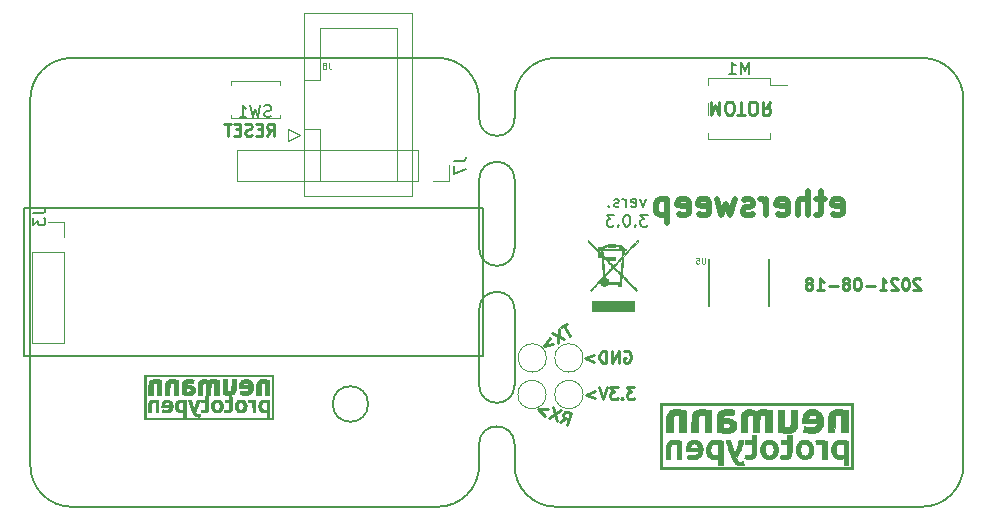
<source format=gbr>
%TF.GenerationSoftware,KiCad,Pcbnew,(5.1.8-0-10_14)*%
%TF.CreationDate,2021-08-30T17:25:51+02:00*%
%TF.ProjectId,ethersweep,65746865-7273-4776-9565-702e6b696361,2.0.1*%
%TF.SameCoordinates,Original*%
%TF.FileFunction,Legend,Bot*%
%TF.FilePolarity,Positive*%
%FSLAX46Y46*%
G04 Gerber Fmt 4.6, Leading zero omitted, Abs format (unit mm)*
G04 Created by KiCad (PCBNEW (5.1.8-0-10_14)) date 2021-08-30 17:25:51*
%MOMM*%
%LPD*%
G01*
G04 APERTURE LIST*
%ADD10C,0.150000*%
%TA.AperFunction,Profile*%
%ADD11C,0.150000*%
%TD*%
%ADD12C,0.250000*%
%ADD13C,0.275000*%
%ADD14C,0.500000*%
%ADD15C,0.010000*%
%ADD16C,0.120000*%
%ADD17C,0.127000*%
%ADD18C,0.125000*%
G04 APERTURE END LIST*
D10*
X198219047Y-38660714D02*
X197980952Y-39327380D01*
X197742857Y-38660714D01*
X196980952Y-39279761D02*
X197076190Y-39327380D01*
X197266666Y-39327380D01*
X197361904Y-39279761D01*
X197409523Y-39184523D01*
X197409523Y-38803571D01*
X197361904Y-38708333D01*
X197266666Y-38660714D01*
X197076190Y-38660714D01*
X196980952Y-38708333D01*
X196933333Y-38803571D01*
X196933333Y-38898809D01*
X197409523Y-38994047D01*
X196504761Y-39327380D02*
X196504761Y-38660714D01*
X196504761Y-38851190D02*
X196457142Y-38755952D01*
X196409523Y-38708333D01*
X196314285Y-38660714D01*
X196219047Y-38660714D01*
X195933333Y-39279761D02*
X195838095Y-39327380D01*
X195647619Y-39327380D01*
X195552380Y-39279761D01*
X195504761Y-39184523D01*
X195504761Y-39136904D01*
X195552380Y-39041666D01*
X195647619Y-38994047D01*
X195790476Y-38994047D01*
X195885714Y-38946428D01*
X195933333Y-38851190D01*
X195933333Y-38803571D01*
X195885714Y-38708333D01*
X195790476Y-38660714D01*
X195647619Y-38660714D01*
X195552380Y-38708333D01*
X195076190Y-39232142D02*
X195028571Y-39279761D01*
X195076190Y-39327380D01*
X195123809Y-39279761D01*
X195076190Y-39232142D01*
X195076190Y-39327380D01*
X198361904Y-39977380D02*
X197742857Y-39977380D01*
X198076190Y-40358333D01*
X197933333Y-40358333D01*
X197838095Y-40405952D01*
X197790476Y-40453571D01*
X197742857Y-40548809D01*
X197742857Y-40786904D01*
X197790476Y-40882142D01*
X197838095Y-40929761D01*
X197933333Y-40977380D01*
X198219047Y-40977380D01*
X198314285Y-40929761D01*
X198361904Y-40882142D01*
X197314285Y-40882142D02*
X197266666Y-40929761D01*
X197314285Y-40977380D01*
X197361904Y-40929761D01*
X197314285Y-40882142D01*
X197314285Y-40977380D01*
X196647619Y-39977380D02*
X196552380Y-39977380D01*
X196457142Y-40025000D01*
X196409523Y-40072619D01*
X196361904Y-40167857D01*
X196314285Y-40358333D01*
X196314285Y-40596428D01*
X196361904Y-40786904D01*
X196409523Y-40882142D01*
X196457142Y-40929761D01*
X196552380Y-40977380D01*
X196647619Y-40977380D01*
X196742857Y-40929761D01*
X196790476Y-40882142D01*
X196838095Y-40786904D01*
X196885714Y-40596428D01*
X196885714Y-40358333D01*
X196838095Y-40167857D01*
X196790476Y-40072619D01*
X196742857Y-40025000D01*
X196647619Y-39977380D01*
X195885714Y-40882142D02*
X195838095Y-40929761D01*
X195885714Y-40977380D01*
X195933333Y-40929761D01*
X195885714Y-40882142D01*
X195885714Y-40977380D01*
X195504761Y-39977380D02*
X194885714Y-39977380D01*
X195219047Y-40358333D01*
X195076190Y-40358333D01*
X194980952Y-40405952D01*
X194933333Y-40453571D01*
X194885714Y-40548809D01*
X194885714Y-40786904D01*
X194933333Y-40882142D01*
X194980952Y-40929761D01*
X195076190Y-40977380D01*
X195361904Y-40977380D01*
X195457142Y-40929761D01*
X195504761Y-40882142D01*
D11*
X221600000Y-26700000D02*
G75*
G02*
X225100000Y-30200000I0J-3500000D01*
G01*
D12*
X166137976Y-33282380D02*
X166471309Y-32806190D01*
X166709404Y-33282380D02*
X166709404Y-32282380D01*
X166328452Y-32282380D01*
X166233214Y-32330000D01*
X166185595Y-32377619D01*
X166137976Y-32472857D01*
X166137976Y-32615714D01*
X166185595Y-32710952D01*
X166233214Y-32758571D01*
X166328452Y-32806190D01*
X166709404Y-32806190D01*
X165709404Y-32758571D02*
X165376071Y-32758571D01*
X165233214Y-33282380D02*
X165709404Y-33282380D01*
X165709404Y-32282380D01*
X165233214Y-32282380D01*
X164852261Y-33234761D02*
X164709404Y-33282380D01*
X164471309Y-33282380D01*
X164376071Y-33234761D01*
X164328452Y-33187142D01*
X164280833Y-33091904D01*
X164280833Y-32996666D01*
X164328452Y-32901428D01*
X164376071Y-32853809D01*
X164471309Y-32806190D01*
X164661785Y-32758571D01*
X164757023Y-32710952D01*
X164804642Y-32663333D01*
X164852261Y-32568095D01*
X164852261Y-32472857D01*
X164804642Y-32377619D01*
X164757023Y-32330000D01*
X164661785Y-32282380D01*
X164423690Y-32282380D01*
X164280833Y-32330000D01*
X163852261Y-32758571D02*
X163518928Y-32758571D01*
X163376071Y-33282380D02*
X163852261Y-33282380D01*
X163852261Y-32282380D01*
X163376071Y-32282380D01*
X163090357Y-32282380D02*
X162518928Y-32282380D01*
X162804642Y-33282380D02*
X162804642Y-32282380D01*
X191522130Y-49235271D02*
X191027258Y-49520986D01*
X191774694Y-50244154D02*
X191274694Y-49378128D01*
X190821062Y-49640033D02*
X190743711Y-50839392D01*
X190243711Y-49973367D02*
X191321062Y-50506059D01*
X190080464Y-50452518D02*
X189563492Y-51080906D01*
X190366178Y-50947390D01*
X190983606Y-57543829D02*
X191459704Y-57210363D01*
X191520573Y-57739269D02*
X191862593Y-56799576D01*
X191504615Y-56669283D01*
X191398834Y-56681457D01*
X191337800Y-56709917D01*
X191260479Y-56783125D01*
X191211619Y-56917367D01*
X191223793Y-57023148D01*
X191252254Y-57084182D01*
X191325462Y-57161503D01*
X191683440Y-57291796D01*
X191012395Y-56490129D02*
X190043913Y-57201809D01*
X190385934Y-56262116D02*
X190670375Y-57429822D01*
X189913949Y-56445053D02*
X189100272Y-56452950D01*
X189718509Y-56982021D01*
D10*
X184400000Y-39400000D02*
X145600000Y-39400000D01*
D11*
X184100000Y-60700000D02*
X184100000Y-59400000D01*
X187100000Y-31800000D02*
X187100000Y-30700000D01*
X187100000Y-31800000D02*
G75*
G02*
X184100000Y-31800000I-1500000J0D01*
G01*
X187100000Y-61200000D02*
X187100000Y-59400000D01*
X184100000Y-31800000D02*
X184100000Y-30200000D01*
X184100000Y-59400000D02*
G75*
G02*
X187100000Y-59400000I1500000J0D01*
G01*
D13*
X203711904Y-30402380D02*
X203711904Y-31502380D01*
X204078571Y-30716666D01*
X204445238Y-31502380D01*
X204445238Y-30402380D01*
X205178571Y-31502380D02*
X205388095Y-31502380D01*
X205492857Y-31450000D01*
X205597619Y-31345238D01*
X205650000Y-31135714D01*
X205650000Y-30769047D01*
X205597619Y-30559523D01*
X205492857Y-30454761D01*
X205388095Y-30402380D01*
X205178571Y-30402380D01*
X205073809Y-30454761D01*
X204969047Y-30559523D01*
X204916666Y-30769047D01*
X204916666Y-31135714D01*
X204969047Y-31345238D01*
X205073809Y-31450000D01*
X205178571Y-31502380D01*
X205964285Y-31502380D02*
X206592857Y-31502380D01*
X206278571Y-30402380D02*
X206278571Y-31502380D01*
X207169047Y-31502380D02*
X207378571Y-31502380D01*
X207483333Y-31450000D01*
X207588095Y-31345238D01*
X207640476Y-31135714D01*
X207640476Y-30769047D01*
X207588095Y-30559523D01*
X207483333Y-30454761D01*
X207378571Y-30402380D01*
X207169047Y-30402380D01*
X207064285Y-30454761D01*
X206959523Y-30559523D01*
X206907142Y-30769047D01*
X206907142Y-31135714D01*
X206959523Y-31345238D01*
X207064285Y-31450000D01*
X207169047Y-31502380D01*
X208740476Y-30402380D02*
X208373809Y-30926190D01*
X208111904Y-30402380D02*
X208111904Y-31502380D01*
X208530952Y-31502380D01*
X208635714Y-31450000D01*
X208688095Y-31397619D01*
X208740476Y-31292857D01*
X208740476Y-31135714D01*
X208688095Y-31030952D01*
X208635714Y-30978571D01*
X208530952Y-30926190D01*
X208111904Y-30926190D01*
D14*
X214036904Y-39909523D02*
X214227380Y-40004761D01*
X214608333Y-40004761D01*
X214798809Y-39909523D01*
X214894047Y-39719047D01*
X214894047Y-38957142D01*
X214798809Y-38766666D01*
X214608333Y-38671428D01*
X214227380Y-38671428D01*
X214036904Y-38766666D01*
X213941666Y-38957142D01*
X213941666Y-39147619D01*
X214894047Y-39338095D01*
X213370238Y-38671428D02*
X212608333Y-38671428D01*
X213084523Y-38004761D02*
X213084523Y-39719047D01*
X212989285Y-39909523D01*
X212798809Y-40004761D01*
X212608333Y-40004761D01*
X211941666Y-40004761D02*
X211941666Y-38004761D01*
X211084523Y-40004761D02*
X211084523Y-38957142D01*
X211179761Y-38766666D01*
X211370238Y-38671428D01*
X211655952Y-38671428D01*
X211846428Y-38766666D01*
X211941666Y-38861904D01*
X209370238Y-39909523D02*
X209560714Y-40004761D01*
X209941666Y-40004761D01*
X210132142Y-39909523D01*
X210227380Y-39719047D01*
X210227380Y-38957142D01*
X210132142Y-38766666D01*
X209941666Y-38671428D01*
X209560714Y-38671428D01*
X209370238Y-38766666D01*
X209275000Y-38957142D01*
X209275000Y-39147619D01*
X210227380Y-39338095D01*
X208417857Y-40004761D02*
X208417857Y-38671428D01*
X208417857Y-39052380D02*
X208322619Y-38861904D01*
X208227380Y-38766666D01*
X208036904Y-38671428D01*
X207846428Y-38671428D01*
X207275000Y-39909523D02*
X207084523Y-40004761D01*
X206703571Y-40004761D01*
X206513095Y-39909523D01*
X206417857Y-39719047D01*
X206417857Y-39623809D01*
X206513095Y-39433333D01*
X206703571Y-39338095D01*
X206989285Y-39338095D01*
X207179761Y-39242857D01*
X207275000Y-39052380D01*
X207275000Y-38957142D01*
X207179761Y-38766666D01*
X206989285Y-38671428D01*
X206703571Y-38671428D01*
X206513095Y-38766666D01*
X205751190Y-38671428D02*
X205370238Y-40004761D01*
X204989285Y-39052380D01*
X204608333Y-40004761D01*
X204227380Y-38671428D01*
X202703571Y-39909523D02*
X202894047Y-40004761D01*
X203275000Y-40004761D01*
X203465476Y-39909523D01*
X203560714Y-39719047D01*
X203560714Y-38957142D01*
X203465476Y-38766666D01*
X203275000Y-38671428D01*
X202894047Y-38671428D01*
X202703571Y-38766666D01*
X202608333Y-38957142D01*
X202608333Y-39147619D01*
X203560714Y-39338095D01*
X200989285Y-39909523D02*
X201179761Y-40004761D01*
X201560714Y-40004761D01*
X201751190Y-39909523D01*
X201846428Y-39719047D01*
X201846428Y-38957142D01*
X201751190Y-38766666D01*
X201560714Y-38671428D01*
X201179761Y-38671428D01*
X200989285Y-38766666D01*
X200894047Y-38957142D01*
X200894047Y-39147619D01*
X201846428Y-39338095D01*
X200036904Y-38671428D02*
X200036904Y-40671428D01*
X200036904Y-38766666D02*
X199846428Y-38671428D01*
X199465476Y-38671428D01*
X199275000Y-38766666D01*
X199179761Y-38861904D01*
X199084523Y-39052380D01*
X199084523Y-39623809D01*
X199179761Y-39814285D01*
X199275000Y-39909523D01*
X199465476Y-40004761D01*
X199846428Y-40004761D01*
X200036904Y-39909523D01*
D12*
X197245238Y-54602380D02*
X196626190Y-54602380D01*
X196959523Y-54983333D01*
X196816666Y-54983333D01*
X196721428Y-55030952D01*
X196673809Y-55078571D01*
X196626190Y-55173809D01*
X196626190Y-55411904D01*
X196673809Y-55507142D01*
X196721428Y-55554761D01*
X196816666Y-55602380D01*
X197102380Y-55602380D01*
X197197619Y-55554761D01*
X197245238Y-55507142D01*
X196197619Y-55507142D02*
X196150000Y-55554761D01*
X196197619Y-55602380D01*
X196245238Y-55554761D01*
X196197619Y-55507142D01*
X196197619Y-55602380D01*
X195816666Y-54602380D02*
X195197619Y-54602380D01*
X195530952Y-54983333D01*
X195388095Y-54983333D01*
X195292857Y-55030952D01*
X195245238Y-55078571D01*
X195197619Y-55173809D01*
X195197619Y-55411904D01*
X195245238Y-55507142D01*
X195292857Y-55554761D01*
X195388095Y-55602380D01*
X195673809Y-55602380D01*
X195769047Y-55554761D01*
X195816666Y-55507142D01*
X194911904Y-54602380D02*
X194578571Y-55602380D01*
X194245238Y-54602380D01*
X193911904Y-54935714D02*
X193150000Y-55221428D01*
X193911904Y-55507142D01*
X196380952Y-51550000D02*
X196476190Y-51502380D01*
X196619047Y-51502380D01*
X196761904Y-51550000D01*
X196857142Y-51645238D01*
X196904761Y-51740476D01*
X196952380Y-51930952D01*
X196952380Y-52073809D01*
X196904761Y-52264285D01*
X196857142Y-52359523D01*
X196761904Y-52454761D01*
X196619047Y-52502380D01*
X196523809Y-52502380D01*
X196380952Y-52454761D01*
X196333333Y-52407142D01*
X196333333Y-52073809D01*
X196523809Y-52073809D01*
X195904761Y-52502380D02*
X195904761Y-51502380D01*
X195333333Y-52502380D01*
X195333333Y-51502380D01*
X194857142Y-52502380D02*
X194857142Y-51502380D01*
X194619047Y-51502380D01*
X194476190Y-51550000D01*
X194380952Y-51645238D01*
X194333333Y-51740476D01*
X194285714Y-51930952D01*
X194285714Y-52073809D01*
X194333333Y-52264285D01*
X194380952Y-52359523D01*
X194476190Y-52454761D01*
X194619047Y-52502380D01*
X194857142Y-52502380D01*
X193857142Y-51835714D02*
X193095238Y-52121428D01*
X193857142Y-52407142D01*
D11*
X187100000Y-42800000D02*
G75*
G02*
X184100000Y-42800000I-1500000J0D01*
G01*
X184100000Y-37000000D02*
G75*
G02*
X187100000Y-37000000I1500000J0D01*
G01*
X187100000Y-42800000D02*
X187100000Y-37000000D01*
X184100000Y-54400000D02*
X184100000Y-48000000D01*
X184100000Y-48000000D02*
G75*
G02*
X187100000Y-48000000I1500000J0D01*
G01*
X184100000Y-42800000D02*
X184100000Y-37000000D01*
X187100000Y-54400000D02*
X187100000Y-48000000D01*
X187100000Y-54400000D02*
G75*
G02*
X184100000Y-54400000I-1500000J0D01*
G01*
D12*
X221447023Y-45447619D02*
X221399404Y-45400000D01*
X221304166Y-45352380D01*
X221066071Y-45352380D01*
X220970833Y-45400000D01*
X220923214Y-45447619D01*
X220875595Y-45542857D01*
X220875595Y-45638095D01*
X220923214Y-45780952D01*
X221494642Y-46352380D01*
X220875595Y-46352380D01*
X220256547Y-45352380D02*
X220161309Y-45352380D01*
X220066071Y-45400000D01*
X220018452Y-45447619D01*
X219970833Y-45542857D01*
X219923214Y-45733333D01*
X219923214Y-45971428D01*
X219970833Y-46161904D01*
X220018452Y-46257142D01*
X220066071Y-46304761D01*
X220161309Y-46352380D01*
X220256547Y-46352380D01*
X220351785Y-46304761D01*
X220399404Y-46257142D01*
X220447023Y-46161904D01*
X220494642Y-45971428D01*
X220494642Y-45733333D01*
X220447023Y-45542857D01*
X220399404Y-45447619D01*
X220351785Y-45400000D01*
X220256547Y-45352380D01*
X219542261Y-45447619D02*
X219494642Y-45400000D01*
X219399404Y-45352380D01*
X219161309Y-45352380D01*
X219066071Y-45400000D01*
X219018452Y-45447619D01*
X218970833Y-45542857D01*
X218970833Y-45638095D01*
X219018452Y-45780952D01*
X219589880Y-46352380D01*
X218970833Y-46352380D01*
X218018452Y-46352380D02*
X218589880Y-46352380D01*
X218304166Y-46352380D02*
X218304166Y-45352380D01*
X218399404Y-45495238D01*
X218494642Y-45590476D01*
X218589880Y-45638095D01*
X217589880Y-45971428D02*
X216827976Y-45971428D01*
X216161309Y-45352380D02*
X216066071Y-45352380D01*
X215970833Y-45400000D01*
X215923214Y-45447619D01*
X215875595Y-45542857D01*
X215827976Y-45733333D01*
X215827976Y-45971428D01*
X215875595Y-46161904D01*
X215923214Y-46257142D01*
X215970833Y-46304761D01*
X216066071Y-46352380D01*
X216161309Y-46352380D01*
X216256547Y-46304761D01*
X216304166Y-46257142D01*
X216351785Y-46161904D01*
X216399404Y-45971428D01*
X216399404Y-45733333D01*
X216351785Y-45542857D01*
X216304166Y-45447619D01*
X216256547Y-45400000D01*
X216161309Y-45352380D01*
X215256547Y-45780952D02*
X215351785Y-45733333D01*
X215399404Y-45685714D01*
X215447023Y-45590476D01*
X215447023Y-45542857D01*
X215399404Y-45447619D01*
X215351785Y-45400000D01*
X215256547Y-45352380D01*
X215066071Y-45352380D01*
X214970833Y-45400000D01*
X214923214Y-45447619D01*
X214875595Y-45542857D01*
X214875595Y-45590476D01*
X214923214Y-45685714D01*
X214970833Y-45733333D01*
X215066071Y-45780952D01*
X215256547Y-45780952D01*
X215351785Y-45828571D01*
X215399404Y-45876190D01*
X215447023Y-45971428D01*
X215447023Y-46161904D01*
X215399404Y-46257142D01*
X215351785Y-46304761D01*
X215256547Y-46352380D01*
X215066071Y-46352380D01*
X214970833Y-46304761D01*
X214923214Y-46257142D01*
X214875595Y-46161904D01*
X214875595Y-45971428D01*
X214923214Y-45876190D01*
X214970833Y-45828571D01*
X215066071Y-45780952D01*
X214447023Y-45971428D02*
X213685119Y-45971428D01*
X212685119Y-46352380D02*
X213256547Y-46352380D01*
X212970833Y-46352380D02*
X212970833Y-45352380D01*
X213066071Y-45495238D01*
X213161309Y-45590476D01*
X213256547Y-45638095D01*
X212113690Y-45780952D02*
X212208928Y-45733333D01*
X212256547Y-45685714D01*
X212304166Y-45590476D01*
X212304166Y-45542857D01*
X212256547Y-45447619D01*
X212208928Y-45400000D01*
X212113690Y-45352380D01*
X211923214Y-45352380D01*
X211827976Y-45400000D01*
X211780357Y-45447619D01*
X211732738Y-45542857D01*
X211732738Y-45590476D01*
X211780357Y-45685714D01*
X211827976Y-45733333D01*
X211923214Y-45780952D01*
X212113690Y-45780952D01*
X212208928Y-45828571D01*
X212256547Y-45876190D01*
X212304166Y-45971428D01*
X212304166Y-46161904D01*
X212256547Y-46257142D01*
X212208928Y-46304761D01*
X212113690Y-46352380D01*
X211923214Y-46352380D01*
X211827976Y-46304761D01*
X211780357Y-46257142D01*
X211732738Y-46161904D01*
X211732738Y-45971428D01*
X211780357Y-45876190D01*
X211827976Y-45828571D01*
X211923214Y-45780952D01*
D11*
X184100000Y-61200000D02*
X184100000Y-60700000D01*
X187100000Y-30200000D02*
X187100000Y-30700000D01*
X174700000Y-56000000D02*
G75*
G03*
X174700000Y-56000000I-1500000J0D01*
G01*
D10*
X184400000Y-51900000D02*
X184400000Y-39400000D01*
X145600000Y-51900000D02*
X184400000Y-51900000D01*
X145600000Y-39400000D02*
X145600000Y-51900000D01*
D11*
X149600000Y-64700000D02*
G75*
G02*
X146100000Y-61200000I0J3500000D01*
G01*
X149600000Y-64700000D02*
X180600000Y-64700000D01*
X190600000Y-26700000D02*
X221600000Y-26700000D01*
X187100000Y-30200000D02*
G75*
G02*
X190600000Y-26700000I3500000J0D01*
G01*
X225100000Y-61200000D02*
G75*
G02*
X221600000Y-64700000I-3500000J0D01*
G01*
X190600000Y-64700000D02*
G75*
G02*
X187100000Y-61200000I0J3500000D01*
G01*
X190600000Y-64700000D02*
X221600000Y-64700000D01*
X225100000Y-61200000D02*
X225100000Y-30200000D01*
X146100000Y-30200000D02*
X146100000Y-61200000D01*
X184100000Y-61200000D02*
G75*
G02*
X180600000Y-64700000I-3500000J0D01*
G01*
X180600000Y-26700000D02*
G75*
G02*
X184100000Y-30200000I0J-3500000D01*
G01*
X146100000Y-30200000D02*
G75*
G02*
X149600000Y-26700000I3500000J0D01*
G01*
X180600000Y-26700000D02*
X149600000Y-26700000D01*
D15*
G36*
X199446600Y-61510933D02*
G01*
X215753399Y-61510933D01*
X215753399Y-56058400D01*
X215617933Y-56058400D01*
X215617933Y-61375467D01*
X199582066Y-61375467D01*
X199582066Y-56058400D01*
X215617933Y-56058400D01*
X215753399Y-56058400D01*
X215753399Y-55922933D01*
X199446600Y-55922933D01*
X199446600Y-61510933D01*
G37*
X199446600Y-61510933D02*
X215753399Y-61510933D01*
X215753399Y-56058400D01*
X215617933Y-56058400D01*
X215617933Y-61375467D01*
X199582066Y-61375467D01*
X199582066Y-56058400D01*
X215617933Y-56058400D01*
X215753399Y-56058400D01*
X215753399Y-55922933D01*
X199446600Y-55922933D01*
X199446600Y-61510933D01*
G36*
X214724700Y-59043516D02*
G01*
X214663686Y-59043869D01*
X214616315Y-59044653D01*
X214579295Y-59046154D01*
X214549338Y-59048661D01*
X214523152Y-59052459D01*
X214497446Y-59057838D01*
X214468932Y-59065083D01*
X214464706Y-59066215D01*
X214356149Y-59103379D01*
X214258449Y-59153279D01*
X214171983Y-59215350D01*
X214097126Y-59289027D01*
X214034255Y-59373745D01*
X213983746Y-59468940D01*
X213945976Y-59574047D01*
X213921321Y-59688500D01*
X213910157Y-59811737D01*
X213910378Y-59898034D01*
X213921539Y-60027385D01*
X213944671Y-60146267D01*
X213979396Y-60254228D01*
X214025336Y-60350821D01*
X214082115Y-60435596D01*
X214149355Y-60508104D01*
X214226677Y-60567896D01*
X214313704Y-60614524D01*
X214410060Y-60647538D01*
X214515365Y-60666489D01*
X214559599Y-60670015D01*
X214648484Y-60669937D01*
X214734776Y-60659488D01*
X214822494Y-60637848D01*
X214915656Y-60604194D01*
X214946949Y-60590896D01*
X214949822Y-60592919D01*
X214952158Y-60602643D01*
X214954005Y-60621396D01*
X214955409Y-60650509D01*
X214956417Y-60691312D01*
X214957076Y-60745132D01*
X214957432Y-60813301D01*
X214957533Y-60891961D01*
X214957533Y-61197667D01*
X215133922Y-61197667D01*
X215186943Y-61197407D01*
X215234129Y-61196682D01*
X215272891Y-61195572D01*
X215300638Y-61194158D01*
X215314778Y-61192519D01*
X215315955Y-61192022D01*
X215316671Y-61183001D01*
X215317360Y-61158082D01*
X215318017Y-61118298D01*
X215318637Y-61064685D01*
X215319214Y-60998277D01*
X215319742Y-60920109D01*
X215320215Y-60831216D01*
X215320629Y-60732632D01*
X215320976Y-60625392D01*
X215321253Y-60510531D01*
X215321452Y-60389083D01*
X215321557Y-60274093D01*
X214957681Y-60274093D01*
X214894320Y-60304568D01*
X214830707Y-60331428D01*
X214770305Y-60348070D01*
X214706694Y-60355786D01*
X214638190Y-60356050D01*
X214595079Y-60353799D01*
X214563153Y-60350009D01*
X214536666Y-60343509D01*
X214509874Y-60333131D01*
X214497147Y-60327333D01*
X214441323Y-60294166D01*
X214395021Y-60250427D01*
X214355614Y-60193483D01*
X214345788Y-60175447D01*
X214323624Y-60128933D01*
X214307281Y-60084229D01*
X214295996Y-60037440D01*
X214289005Y-59984670D01*
X214285546Y-59922024D01*
X214284808Y-59864167D01*
X214285814Y-59794360D01*
X214289388Y-59737380D01*
X214296268Y-59689219D01*
X214307195Y-59645871D01*
X214322909Y-59603327D01*
X214339784Y-59566437D01*
X214381758Y-59498575D01*
X214435234Y-59442923D01*
X214499361Y-59400104D01*
X214573292Y-59370742D01*
X214620392Y-59360114D01*
X214654214Y-59356393D01*
X214698479Y-59354345D01*
X214748801Y-59353871D01*
X214800791Y-59354873D01*
X214850062Y-59357252D01*
X214892226Y-59360909D01*
X214922895Y-59365746D01*
X214927900Y-59367026D01*
X214953299Y-59374316D01*
X214955490Y-59824204D01*
X214957681Y-60274093D01*
X215321557Y-60274093D01*
X215321569Y-60262082D01*
X215321600Y-60155254D01*
X215321600Y-59124129D01*
X215289850Y-59115113D01*
X215262297Y-59108227D01*
X215222090Y-59099384D01*
X215173283Y-59089377D01*
X215119931Y-59078997D01*
X215066088Y-59069036D01*
X215015808Y-59060285D01*
X214978699Y-59054359D01*
X214937686Y-59049888D01*
X214882840Y-59046500D01*
X214817235Y-59044326D01*
X214743946Y-59043497D01*
X214724700Y-59043516D01*
G37*
X214724700Y-59043516D02*
X214663686Y-59043869D01*
X214616315Y-59044653D01*
X214579295Y-59046154D01*
X214549338Y-59048661D01*
X214523152Y-59052459D01*
X214497446Y-59057838D01*
X214468932Y-59065083D01*
X214464706Y-59066215D01*
X214356149Y-59103379D01*
X214258449Y-59153279D01*
X214171983Y-59215350D01*
X214097126Y-59289027D01*
X214034255Y-59373745D01*
X213983746Y-59468940D01*
X213945976Y-59574047D01*
X213921321Y-59688500D01*
X213910157Y-59811737D01*
X213910378Y-59898034D01*
X213921539Y-60027385D01*
X213944671Y-60146267D01*
X213979396Y-60254228D01*
X214025336Y-60350821D01*
X214082115Y-60435596D01*
X214149355Y-60508104D01*
X214226677Y-60567896D01*
X214313704Y-60614524D01*
X214410060Y-60647538D01*
X214515365Y-60666489D01*
X214559599Y-60670015D01*
X214648484Y-60669937D01*
X214734776Y-60659488D01*
X214822494Y-60637848D01*
X214915656Y-60604194D01*
X214946949Y-60590896D01*
X214949822Y-60592919D01*
X214952158Y-60602643D01*
X214954005Y-60621396D01*
X214955409Y-60650509D01*
X214956417Y-60691312D01*
X214957076Y-60745132D01*
X214957432Y-60813301D01*
X214957533Y-60891961D01*
X214957533Y-61197667D01*
X215133922Y-61197667D01*
X215186943Y-61197407D01*
X215234129Y-61196682D01*
X215272891Y-61195572D01*
X215300638Y-61194158D01*
X215314778Y-61192519D01*
X215315955Y-61192022D01*
X215316671Y-61183001D01*
X215317360Y-61158082D01*
X215318017Y-61118298D01*
X215318637Y-61064685D01*
X215319214Y-60998277D01*
X215319742Y-60920109D01*
X215320215Y-60831216D01*
X215320629Y-60732632D01*
X215320976Y-60625392D01*
X215321253Y-60510531D01*
X215321452Y-60389083D01*
X215321557Y-60274093D01*
X214957681Y-60274093D01*
X214894320Y-60304568D01*
X214830707Y-60331428D01*
X214770305Y-60348070D01*
X214706694Y-60355786D01*
X214638190Y-60356050D01*
X214595079Y-60353799D01*
X214563153Y-60350009D01*
X214536666Y-60343509D01*
X214509874Y-60333131D01*
X214497147Y-60327333D01*
X214441323Y-60294166D01*
X214395021Y-60250427D01*
X214355614Y-60193483D01*
X214345788Y-60175447D01*
X214323624Y-60128933D01*
X214307281Y-60084229D01*
X214295996Y-60037440D01*
X214289005Y-59984670D01*
X214285546Y-59922024D01*
X214284808Y-59864167D01*
X214285814Y-59794360D01*
X214289388Y-59737380D01*
X214296268Y-59689219D01*
X214307195Y-59645871D01*
X214322909Y-59603327D01*
X214339784Y-59566437D01*
X214381758Y-59498575D01*
X214435234Y-59442923D01*
X214499361Y-59400104D01*
X214573292Y-59370742D01*
X214620392Y-59360114D01*
X214654214Y-59356393D01*
X214698479Y-59354345D01*
X214748801Y-59353871D01*
X214800791Y-59354873D01*
X214850062Y-59357252D01*
X214892226Y-59360909D01*
X214922895Y-59365746D01*
X214927900Y-59367026D01*
X214953299Y-59374316D01*
X214955490Y-59824204D01*
X214957681Y-60274093D01*
X215321557Y-60274093D01*
X215321569Y-60262082D01*
X215321600Y-60155254D01*
X215321600Y-59124129D01*
X215289850Y-59115113D01*
X215262297Y-59108227D01*
X215222090Y-59099384D01*
X215173283Y-59089377D01*
X215119931Y-59078997D01*
X215066088Y-59069036D01*
X215015808Y-59060285D01*
X214978699Y-59054359D01*
X214937686Y-59049888D01*
X214882840Y-59046500D01*
X214817235Y-59044326D01*
X214743946Y-59043497D01*
X214724700Y-59043516D01*
G36*
X206088699Y-59072563D02*
G01*
X206055834Y-59201665D01*
X206037460Y-59269598D01*
X206014186Y-59348923D01*
X205986927Y-59436988D01*
X205956599Y-59531141D01*
X205924115Y-59628728D01*
X205890390Y-59727100D01*
X205856341Y-59823602D01*
X205822881Y-59915583D01*
X205790925Y-60000391D01*
X205761389Y-60075374D01*
X205735188Y-60137879D01*
X205725063Y-60160500D01*
X205697848Y-60219767D01*
X205637640Y-60037734D01*
X205603119Y-59930143D01*
X205566238Y-59809310D01*
X205527945Y-59678596D01*
X205489186Y-59541365D01*
X205450911Y-59400982D01*
X205414067Y-59260809D01*
X205379600Y-59124209D01*
X205375224Y-59106400D01*
X205367967Y-59076767D01*
X205179494Y-59074487D01*
X205118356Y-59073820D01*
X205072147Y-59073590D01*
X205038868Y-59073934D01*
X205016518Y-59074991D01*
X205003096Y-59076898D01*
X204996601Y-59079794D01*
X204995034Y-59083818D01*
X204995735Y-59087187D01*
X204999831Y-59101096D01*
X205007333Y-59127357D01*
X205017117Y-59162009D01*
X205026441Y-59195300D01*
X205080406Y-59381513D01*
X205140290Y-59575269D01*
X205204598Y-59772171D01*
X205271836Y-59967820D01*
X205340511Y-60157818D01*
X205409129Y-60337764D01*
X205444817Y-60427200D01*
X205490213Y-60537451D01*
X205531139Y-60633154D01*
X205568446Y-60715838D01*
X205602979Y-60787035D01*
X205635589Y-60848271D01*
X205667122Y-60901078D01*
X205698427Y-60946984D01*
X205730352Y-60987520D01*
X205763745Y-61024213D01*
X205790248Y-61050118D01*
X205847280Y-61097854D01*
X205905690Y-61134654D01*
X205968538Y-61161619D01*
X206038885Y-61179851D01*
X206119791Y-61190451D01*
X206190299Y-61194082D01*
X206264184Y-61194448D01*
X206323144Y-61191328D01*
X206366975Y-61185031D01*
X206426148Y-61171424D01*
X206468644Y-61158587D01*
X206494694Y-61146430D01*
X206504533Y-61134860D01*
X206504294Y-61131263D01*
X206501025Y-61118230D01*
X206494894Y-61092063D01*
X206486683Y-61056166D01*
X206477176Y-61013942D01*
X206473776Y-60998700D01*
X206464023Y-60955117D01*
X206455323Y-60916719D01*
X206448453Y-60886903D01*
X206444192Y-60869064D01*
X206443473Y-60866320D01*
X206439860Y-60859351D01*
X206431819Y-60857431D01*
X206415526Y-60860790D01*
X206387157Y-60869661D01*
X206386887Y-60869750D01*
X206343050Y-60880053D01*
X206289796Y-60886415D01*
X206232486Y-60888770D01*
X206176481Y-60887051D01*
X206127141Y-60881193D01*
X206095621Y-60873326D01*
X206040827Y-60845881D01*
X205988489Y-60803501D01*
X205940579Y-60748181D01*
X205899070Y-60681912D01*
X205891468Y-60667030D01*
X205869906Y-60623226D01*
X205963673Y-60425730D01*
X206043482Y-60254514D01*
X206115204Y-60093683D01*
X206180261Y-59939614D01*
X206240078Y-59788684D01*
X206296079Y-59637269D01*
X206349688Y-59481746D01*
X206402329Y-59318491D01*
X206415407Y-59276363D01*
X206431953Y-59222397D01*
X206446686Y-59173798D01*
X206458908Y-59132913D01*
X206467922Y-59102084D01*
X206473032Y-59083657D01*
X206473933Y-59079513D01*
X206465863Y-59077518D01*
X206443236Y-59075747D01*
X206408429Y-59074285D01*
X206363819Y-59073219D01*
X206311781Y-59072634D01*
X206281316Y-59072548D01*
X206088699Y-59072563D01*
G37*
X206088699Y-59072563D02*
X206055834Y-59201665D01*
X206037460Y-59269598D01*
X206014186Y-59348923D01*
X205986927Y-59436988D01*
X205956599Y-59531141D01*
X205924115Y-59628728D01*
X205890390Y-59727100D01*
X205856341Y-59823602D01*
X205822881Y-59915583D01*
X205790925Y-60000391D01*
X205761389Y-60075374D01*
X205735188Y-60137879D01*
X205725063Y-60160500D01*
X205697848Y-60219767D01*
X205637640Y-60037734D01*
X205603119Y-59930143D01*
X205566238Y-59809310D01*
X205527945Y-59678596D01*
X205489186Y-59541365D01*
X205450911Y-59400982D01*
X205414067Y-59260809D01*
X205379600Y-59124209D01*
X205375224Y-59106400D01*
X205367967Y-59076767D01*
X205179494Y-59074487D01*
X205118356Y-59073820D01*
X205072147Y-59073590D01*
X205038868Y-59073934D01*
X205016518Y-59074991D01*
X205003096Y-59076898D01*
X204996601Y-59079794D01*
X204995034Y-59083818D01*
X204995735Y-59087187D01*
X204999831Y-59101096D01*
X205007333Y-59127357D01*
X205017117Y-59162009D01*
X205026441Y-59195300D01*
X205080406Y-59381513D01*
X205140290Y-59575269D01*
X205204598Y-59772171D01*
X205271836Y-59967820D01*
X205340511Y-60157818D01*
X205409129Y-60337764D01*
X205444817Y-60427200D01*
X205490213Y-60537451D01*
X205531139Y-60633154D01*
X205568446Y-60715838D01*
X205602979Y-60787035D01*
X205635589Y-60848271D01*
X205667122Y-60901078D01*
X205698427Y-60946984D01*
X205730352Y-60987520D01*
X205763745Y-61024213D01*
X205790248Y-61050118D01*
X205847280Y-61097854D01*
X205905690Y-61134654D01*
X205968538Y-61161619D01*
X206038885Y-61179851D01*
X206119791Y-61190451D01*
X206190299Y-61194082D01*
X206264184Y-61194448D01*
X206323144Y-61191328D01*
X206366975Y-61185031D01*
X206426148Y-61171424D01*
X206468644Y-61158587D01*
X206494694Y-61146430D01*
X206504533Y-61134860D01*
X206504294Y-61131263D01*
X206501025Y-61118230D01*
X206494894Y-61092063D01*
X206486683Y-61056166D01*
X206477176Y-61013942D01*
X206473776Y-60998700D01*
X206464023Y-60955117D01*
X206455323Y-60916719D01*
X206448453Y-60886903D01*
X206444192Y-60869064D01*
X206443473Y-60866320D01*
X206439860Y-60859351D01*
X206431819Y-60857431D01*
X206415526Y-60860790D01*
X206387157Y-60869661D01*
X206386887Y-60869750D01*
X206343050Y-60880053D01*
X206289796Y-60886415D01*
X206232486Y-60888770D01*
X206176481Y-60887051D01*
X206127141Y-60881193D01*
X206095621Y-60873326D01*
X206040827Y-60845881D01*
X205988489Y-60803501D01*
X205940579Y-60748181D01*
X205899070Y-60681912D01*
X205891468Y-60667030D01*
X205869906Y-60623226D01*
X205963673Y-60425730D01*
X206043482Y-60254514D01*
X206115204Y-60093683D01*
X206180261Y-59939614D01*
X206240078Y-59788684D01*
X206296079Y-59637269D01*
X206349688Y-59481746D01*
X206402329Y-59318491D01*
X206415407Y-59276363D01*
X206431953Y-59222397D01*
X206446686Y-59173798D01*
X206458908Y-59132913D01*
X206467922Y-59102084D01*
X206473032Y-59083657D01*
X206473933Y-59079513D01*
X206465863Y-59077518D01*
X206443236Y-59075747D01*
X206408429Y-59074285D01*
X206363819Y-59073219D01*
X206311781Y-59072634D01*
X206281316Y-59072548D01*
X206088699Y-59072563D01*
G36*
X204067587Y-59043629D02*
G01*
X204004480Y-59046345D01*
X203949653Y-59050620D01*
X203906788Y-59056421D01*
X203895833Y-59058680D01*
X203784204Y-59092329D01*
X203682964Y-59138639D01*
X203592710Y-59197164D01*
X203514035Y-59267455D01*
X203447537Y-59349065D01*
X203398319Y-59432367D01*
X203357807Y-59530896D01*
X203329310Y-59638414D01*
X203312718Y-59752083D01*
X203307924Y-59869068D01*
X203314821Y-59986533D01*
X203333300Y-60101642D01*
X203363252Y-60211559D01*
X203404572Y-60313448D01*
X203433932Y-60368134D01*
X203492657Y-60450897D01*
X203563117Y-60521614D01*
X203644720Y-60579850D01*
X203736873Y-60625166D01*
X203819633Y-60652311D01*
X203855012Y-60659854D01*
X203895469Y-60664736D01*
X203945142Y-60667321D01*
X203997433Y-60667984D01*
X204079758Y-60665418D01*
X204151212Y-60656897D01*
X204217124Y-60641396D01*
X204282822Y-60617892D01*
X204303021Y-60609244D01*
X204328560Y-60598159D01*
X204347126Y-60590493D01*
X204354086Y-60588067D01*
X204354816Y-60596219D01*
X204355487Y-60619414D01*
X204356079Y-60655765D01*
X204356572Y-60703382D01*
X204356948Y-60760375D01*
X204357186Y-60824855D01*
X204357266Y-60892867D01*
X204357266Y-61197667D01*
X204533655Y-61197667D01*
X204586676Y-61197407D01*
X204633863Y-61196682D01*
X204672624Y-61195572D01*
X204700371Y-61194158D01*
X204714512Y-61192519D01*
X204715688Y-61192022D01*
X204716404Y-61183001D01*
X204717093Y-61158082D01*
X204717751Y-61118298D01*
X204718370Y-61064685D01*
X204718947Y-60998277D01*
X204719475Y-60920108D01*
X204719948Y-60831214D01*
X204720362Y-60732629D01*
X204720710Y-60625388D01*
X204720986Y-60510525D01*
X204721186Y-60389075D01*
X204721300Y-60265074D01*
X204357415Y-60265074D01*
X204332913Y-60282521D01*
X204269462Y-60317853D01*
X204194689Y-60342135D01*
X204110500Y-60354888D01*
X204037876Y-60356477D01*
X203996772Y-60354749D01*
X203966795Y-60351690D01*
X203942138Y-60345977D01*
X203916994Y-60336287D01*
X203887316Y-60322167D01*
X203833092Y-60288882D01*
X203788129Y-60246385D01*
X203751059Y-60192778D01*
X203720513Y-60126160D01*
X203699710Y-60061700D01*
X203693168Y-60027478D01*
X203688318Y-59980700D01*
X203685204Y-59925663D01*
X203683870Y-59866664D01*
X203684361Y-59807999D01*
X203686721Y-59753965D01*
X203690994Y-59708859D01*
X203695808Y-59682134D01*
X203714963Y-59622461D01*
X203741516Y-59563216D01*
X203772611Y-59510023D01*
X203803090Y-59470925D01*
X203853305Y-59428088D01*
X203914858Y-59393068D01*
X203983047Y-59368269D01*
X204020125Y-59360114D01*
X204053947Y-59356393D01*
X204098213Y-59354345D01*
X204148535Y-59353871D01*
X204200525Y-59354873D01*
X204249796Y-59357252D01*
X204291959Y-59360909D01*
X204322628Y-59365746D01*
X204327633Y-59367026D01*
X204353033Y-59374316D01*
X204357415Y-60265074D01*
X204721300Y-60265074D01*
X204721303Y-60262072D01*
X204721333Y-60155182D01*
X204721333Y-59123986D01*
X204688826Y-59115233D01*
X204657802Y-59107700D01*
X204614458Y-59098276D01*
X204563181Y-59087818D01*
X204508360Y-59077185D01*
X204454383Y-59067235D01*
X204405637Y-59058826D01*
X204378433Y-59054532D01*
X204329165Y-59048982D01*
X204269763Y-59045148D01*
X204203911Y-59042999D01*
X204135292Y-59042503D01*
X204067587Y-59043629D01*
G37*
X204067587Y-59043629D02*
X204004480Y-59046345D01*
X203949653Y-59050620D01*
X203906788Y-59056421D01*
X203895833Y-59058680D01*
X203784204Y-59092329D01*
X203682964Y-59138639D01*
X203592710Y-59197164D01*
X203514035Y-59267455D01*
X203447537Y-59349065D01*
X203398319Y-59432367D01*
X203357807Y-59530896D01*
X203329310Y-59638414D01*
X203312718Y-59752083D01*
X203307924Y-59869068D01*
X203314821Y-59986533D01*
X203333300Y-60101642D01*
X203363252Y-60211559D01*
X203404572Y-60313448D01*
X203433932Y-60368134D01*
X203492657Y-60450897D01*
X203563117Y-60521614D01*
X203644720Y-60579850D01*
X203736873Y-60625166D01*
X203819633Y-60652311D01*
X203855012Y-60659854D01*
X203895469Y-60664736D01*
X203945142Y-60667321D01*
X203997433Y-60667984D01*
X204079758Y-60665418D01*
X204151212Y-60656897D01*
X204217124Y-60641396D01*
X204282822Y-60617892D01*
X204303021Y-60609244D01*
X204328560Y-60598159D01*
X204347126Y-60590493D01*
X204354086Y-60588067D01*
X204354816Y-60596219D01*
X204355487Y-60619414D01*
X204356079Y-60655765D01*
X204356572Y-60703382D01*
X204356948Y-60760375D01*
X204357186Y-60824855D01*
X204357266Y-60892867D01*
X204357266Y-61197667D01*
X204533655Y-61197667D01*
X204586676Y-61197407D01*
X204633863Y-61196682D01*
X204672624Y-61195572D01*
X204700371Y-61194158D01*
X204714512Y-61192519D01*
X204715688Y-61192022D01*
X204716404Y-61183001D01*
X204717093Y-61158082D01*
X204717751Y-61118298D01*
X204718370Y-61064685D01*
X204718947Y-60998277D01*
X204719475Y-60920108D01*
X204719948Y-60831214D01*
X204720362Y-60732629D01*
X204720710Y-60625388D01*
X204720986Y-60510525D01*
X204721186Y-60389075D01*
X204721300Y-60265074D01*
X204357415Y-60265074D01*
X204332913Y-60282521D01*
X204269462Y-60317853D01*
X204194689Y-60342135D01*
X204110500Y-60354888D01*
X204037876Y-60356477D01*
X203996772Y-60354749D01*
X203966795Y-60351690D01*
X203942138Y-60345977D01*
X203916994Y-60336287D01*
X203887316Y-60322167D01*
X203833092Y-60288882D01*
X203788129Y-60246385D01*
X203751059Y-60192778D01*
X203720513Y-60126160D01*
X203699710Y-60061700D01*
X203693168Y-60027478D01*
X203688318Y-59980700D01*
X203685204Y-59925663D01*
X203683870Y-59866664D01*
X203684361Y-59807999D01*
X203686721Y-59753965D01*
X203690994Y-59708859D01*
X203695808Y-59682134D01*
X203714963Y-59622461D01*
X203741516Y-59563216D01*
X203772611Y-59510023D01*
X203803090Y-59470925D01*
X203853305Y-59428088D01*
X203914858Y-59393068D01*
X203983047Y-59368269D01*
X204020125Y-59360114D01*
X204053947Y-59356393D01*
X204098213Y-59354345D01*
X204148535Y-59353871D01*
X204200525Y-59354873D01*
X204249796Y-59357252D01*
X204291959Y-59360909D01*
X204322628Y-59365746D01*
X204327633Y-59367026D01*
X204353033Y-59374316D01*
X204357415Y-60265074D01*
X204721300Y-60265074D01*
X204721303Y-60262072D01*
X204721333Y-60155182D01*
X204721333Y-59123986D01*
X204688826Y-59115233D01*
X204657802Y-59107700D01*
X204614458Y-59098276D01*
X204563181Y-59087818D01*
X204508360Y-59077185D01*
X204454383Y-59067235D01*
X204405637Y-59058826D01*
X204378433Y-59054532D01*
X204329165Y-59048982D01*
X204269763Y-59045148D01*
X204203911Y-59042999D01*
X204135292Y-59042503D01*
X204067587Y-59043629D01*
G36*
X211515319Y-59046723D02*
G01*
X211407911Y-59074751D01*
X211302830Y-59117986D01*
X211287579Y-59125688D01*
X211247731Y-59148608D01*
X211210098Y-59175762D01*
X211169987Y-59210763D01*
X211142429Y-59237378D01*
X211084319Y-59300843D01*
X211036236Y-59367056D01*
X210996208Y-59439571D01*
X210962261Y-59521938D01*
X210933769Y-59612819D01*
X210927527Y-59637199D01*
X210922886Y-59661084D01*
X210919619Y-59687556D01*
X210917495Y-59719696D01*
X210916285Y-59760587D01*
X210915758Y-59813310D01*
X210915674Y-59855700D01*
X210915794Y-59916345D01*
X210916366Y-59963346D01*
X210917676Y-59999989D01*
X210920008Y-60029562D01*
X210923646Y-60055354D01*
X210928877Y-60080652D01*
X210935984Y-60108742D01*
X210938350Y-60117562D01*
X210976266Y-60229263D01*
X211026476Y-60330222D01*
X211088375Y-60419813D01*
X211161362Y-60497409D01*
X211244831Y-60562382D01*
X211338180Y-60614106D01*
X211440805Y-60651953D01*
X211457023Y-60656411D01*
X211493921Y-60663776D01*
X211541977Y-60670050D01*
X211596283Y-60674925D01*
X211651932Y-60678098D01*
X211704017Y-60679263D01*
X211747630Y-60678115D01*
X211769833Y-60675874D01*
X211880428Y-60650709D01*
X211983441Y-60610859D01*
X212077835Y-60557105D01*
X212162576Y-60490225D01*
X212236625Y-60411000D01*
X212298948Y-60320210D01*
X212334830Y-60250659D01*
X212360431Y-60187671D01*
X212379612Y-60124287D01*
X212393155Y-60056518D01*
X212401846Y-59980375D01*
X212406469Y-59891868D01*
X212406655Y-59885334D01*
X212407002Y-59869541D01*
X212036098Y-59869541D01*
X212033878Y-59936068D01*
X212028524Y-59995493D01*
X212023382Y-60027507D01*
X211999282Y-60112982D01*
X211964240Y-60187442D01*
X211919297Y-60250093D01*
X211865493Y-60300141D01*
X211803868Y-60336791D01*
X211735464Y-60359250D01*
X211661322Y-60366724D01*
X211588231Y-60359549D01*
X211535340Y-60344151D01*
X211482821Y-60319556D01*
X211437941Y-60289348D01*
X211427937Y-60280563D01*
X211390296Y-60237546D01*
X211354835Y-60182893D01*
X211324713Y-60121873D01*
X211310706Y-60084964D01*
X211302652Y-60060024D01*
X211296743Y-60038139D01*
X211292647Y-60016004D01*
X211290034Y-59990317D01*
X211288574Y-59957772D01*
X211287937Y-59915066D01*
X211287793Y-59858896D01*
X211287793Y-59855700D01*
X211287919Y-59798814D01*
X211288518Y-59755550D01*
X211289924Y-59722599D01*
X211292469Y-59696649D01*
X211296486Y-59674390D01*
X211302309Y-59652512D01*
X211310269Y-59627705D01*
X211310917Y-59625768D01*
X211344923Y-59545043D01*
X211388213Y-59477510D01*
X211440227Y-59423684D01*
X211500407Y-59384080D01*
X211568192Y-59359215D01*
X211607739Y-59352100D01*
X211688276Y-59350064D01*
X211762806Y-59363424D01*
X211830368Y-59391408D01*
X211890000Y-59433247D01*
X211940741Y-59488173D01*
X211981630Y-59555414D01*
X212011705Y-59634202D01*
X212023882Y-59685235D01*
X212031109Y-59738337D01*
X212035178Y-59801701D01*
X212036098Y-59869541D01*
X212407002Y-59869541D01*
X212407927Y-59827571D01*
X212408027Y-59782503D01*
X212406702Y-59745914D01*
X212403698Y-59713590D01*
X212398762Y-59681318D01*
X212392416Y-59648632D01*
X212363139Y-59537111D01*
X212323445Y-59437766D01*
X212272427Y-59348762D01*
X212209177Y-59268263D01*
X212198841Y-59257086D01*
X212119640Y-59185078D01*
X212031642Y-59126674D01*
X211936437Y-59082102D01*
X211835613Y-59051592D01*
X211730759Y-59035373D01*
X211623465Y-59033674D01*
X211515319Y-59046723D01*
G37*
X211515319Y-59046723D02*
X211407911Y-59074751D01*
X211302830Y-59117986D01*
X211287579Y-59125688D01*
X211247731Y-59148608D01*
X211210098Y-59175762D01*
X211169987Y-59210763D01*
X211142429Y-59237378D01*
X211084319Y-59300843D01*
X211036236Y-59367056D01*
X210996208Y-59439571D01*
X210962261Y-59521938D01*
X210933769Y-59612819D01*
X210927527Y-59637199D01*
X210922886Y-59661084D01*
X210919619Y-59687556D01*
X210917495Y-59719696D01*
X210916285Y-59760587D01*
X210915758Y-59813310D01*
X210915674Y-59855700D01*
X210915794Y-59916345D01*
X210916366Y-59963346D01*
X210917676Y-59999989D01*
X210920008Y-60029562D01*
X210923646Y-60055354D01*
X210928877Y-60080652D01*
X210935984Y-60108742D01*
X210938350Y-60117562D01*
X210976266Y-60229263D01*
X211026476Y-60330222D01*
X211088375Y-60419813D01*
X211161362Y-60497409D01*
X211244831Y-60562382D01*
X211338180Y-60614106D01*
X211440805Y-60651953D01*
X211457023Y-60656411D01*
X211493921Y-60663776D01*
X211541977Y-60670050D01*
X211596283Y-60674925D01*
X211651932Y-60678098D01*
X211704017Y-60679263D01*
X211747630Y-60678115D01*
X211769833Y-60675874D01*
X211880428Y-60650709D01*
X211983441Y-60610859D01*
X212077835Y-60557105D01*
X212162576Y-60490225D01*
X212236625Y-60411000D01*
X212298948Y-60320210D01*
X212334830Y-60250659D01*
X212360431Y-60187671D01*
X212379612Y-60124287D01*
X212393155Y-60056518D01*
X212401846Y-59980375D01*
X212406469Y-59891868D01*
X212406655Y-59885334D01*
X212407002Y-59869541D01*
X212036098Y-59869541D01*
X212033878Y-59936068D01*
X212028524Y-59995493D01*
X212023382Y-60027507D01*
X211999282Y-60112982D01*
X211964240Y-60187442D01*
X211919297Y-60250093D01*
X211865493Y-60300141D01*
X211803868Y-60336791D01*
X211735464Y-60359250D01*
X211661322Y-60366724D01*
X211588231Y-60359549D01*
X211535340Y-60344151D01*
X211482821Y-60319556D01*
X211437941Y-60289348D01*
X211427937Y-60280563D01*
X211390296Y-60237546D01*
X211354835Y-60182893D01*
X211324713Y-60121873D01*
X211310706Y-60084964D01*
X211302652Y-60060024D01*
X211296743Y-60038139D01*
X211292647Y-60016004D01*
X211290034Y-59990317D01*
X211288574Y-59957772D01*
X211287937Y-59915066D01*
X211287793Y-59858896D01*
X211287793Y-59855700D01*
X211287919Y-59798814D01*
X211288518Y-59755550D01*
X211289924Y-59722599D01*
X211292469Y-59696649D01*
X211296486Y-59674390D01*
X211302309Y-59652512D01*
X211310269Y-59627705D01*
X211310917Y-59625768D01*
X211344923Y-59545043D01*
X211388213Y-59477510D01*
X211440227Y-59423684D01*
X211500407Y-59384080D01*
X211568192Y-59359215D01*
X211607739Y-59352100D01*
X211688276Y-59350064D01*
X211762806Y-59363424D01*
X211830368Y-59391408D01*
X211890000Y-59433247D01*
X211940741Y-59488173D01*
X211981630Y-59555414D01*
X212011705Y-59634202D01*
X212023882Y-59685235D01*
X212031109Y-59738337D01*
X212035178Y-59801701D01*
X212036098Y-59869541D01*
X212407002Y-59869541D01*
X212407927Y-59827571D01*
X212408027Y-59782503D01*
X212406702Y-59745914D01*
X212403698Y-59713590D01*
X212398762Y-59681318D01*
X212392416Y-59648632D01*
X212363139Y-59537111D01*
X212323445Y-59437766D01*
X212272427Y-59348762D01*
X212209177Y-59268263D01*
X212198841Y-59257086D01*
X212119640Y-59185078D01*
X212031642Y-59126674D01*
X211936437Y-59082102D01*
X211835613Y-59051592D01*
X211730759Y-59035373D01*
X211623465Y-59033674D01*
X211515319Y-59046723D01*
G36*
X208525434Y-59042234D02*
G01*
X208423461Y-59065784D01*
X208326483Y-59102200D01*
X208236728Y-59150629D01*
X208156423Y-59210223D01*
X208087794Y-59280130D01*
X208082639Y-59286435D01*
X208048583Y-59334675D01*
X208013983Y-59394156D01*
X207981528Y-59459499D01*
X207953907Y-59525325D01*
X207935144Y-59581450D01*
X207910366Y-59696311D01*
X207899253Y-59814980D01*
X207901504Y-59934640D01*
X207916813Y-60052475D01*
X207944879Y-60165667D01*
X207985397Y-60271401D01*
X208015893Y-60330676D01*
X208074704Y-60416700D01*
X208146373Y-60492635D01*
X208229394Y-60557350D01*
X208322257Y-60609715D01*
X208423453Y-60648602D01*
X208450900Y-60656355D01*
X208503664Y-60666823D01*
X208566604Y-60674071D01*
X208634129Y-60677894D01*
X208700648Y-60678088D01*
X208760572Y-60674449D01*
X208798033Y-60669040D01*
X208908043Y-60639199D01*
X209008542Y-60595399D01*
X209099141Y-60537948D01*
X209179447Y-60467156D01*
X209249070Y-60383331D01*
X209307618Y-60286782D01*
X209323558Y-60254100D01*
X209359223Y-60159568D01*
X209384397Y-60055248D01*
X209398913Y-59944772D01*
X209401820Y-59855700D01*
X209025954Y-59855700D01*
X209024836Y-59927712D01*
X209021002Y-59986842D01*
X209013729Y-60037023D01*
X209002296Y-60082187D01*
X208985980Y-60126268D01*
X208969787Y-60161634D01*
X208927929Y-60230044D01*
X208876126Y-60285372D01*
X208815744Y-60326923D01*
X208748145Y-60354001D01*
X208674695Y-60365912D01*
X208596759Y-60361959D01*
X208581791Y-60359402D01*
X208509955Y-60337683D01*
X208446802Y-60301670D01*
X208392669Y-60251800D01*
X208347889Y-60188512D01*
X208312799Y-60112241D01*
X208287732Y-60023428D01*
X208277277Y-59961534D01*
X208269822Y-59856865D01*
X208274994Y-59757044D01*
X208292364Y-59663815D01*
X208321502Y-59578923D01*
X208361980Y-59504111D01*
X208402687Y-59452206D01*
X208455027Y-59405354D01*
X208512356Y-59373683D01*
X208577890Y-59355535D01*
X208594856Y-59353049D01*
X208676881Y-59349961D01*
X208752139Y-59361860D01*
X208819917Y-59388523D01*
X208879498Y-59429729D01*
X208898164Y-59447423D01*
X208940838Y-59498036D01*
X208974037Y-59553751D01*
X208998452Y-59616771D01*
X209014771Y-59689301D01*
X209023684Y-59773544D01*
X209025954Y-59855700D01*
X209401820Y-59855700D01*
X209402602Y-59831774D01*
X209395298Y-59719887D01*
X209376832Y-59612744D01*
X209356441Y-59540304D01*
X209312379Y-59433217D01*
X209256063Y-59337636D01*
X209188097Y-59254053D01*
X209109087Y-59182957D01*
X209019639Y-59124840D01*
X208920357Y-59080191D01*
X208811848Y-59049501D01*
X208735459Y-59037130D01*
X208630175Y-59032399D01*
X208525434Y-59042234D01*
G37*
X208525434Y-59042234D02*
X208423461Y-59065784D01*
X208326483Y-59102200D01*
X208236728Y-59150629D01*
X208156423Y-59210223D01*
X208087794Y-59280130D01*
X208082639Y-59286435D01*
X208048583Y-59334675D01*
X208013983Y-59394156D01*
X207981528Y-59459499D01*
X207953907Y-59525325D01*
X207935144Y-59581450D01*
X207910366Y-59696311D01*
X207899253Y-59814980D01*
X207901504Y-59934640D01*
X207916813Y-60052475D01*
X207944879Y-60165667D01*
X207985397Y-60271401D01*
X208015893Y-60330676D01*
X208074704Y-60416700D01*
X208146373Y-60492635D01*
X208229394Y-60557350D01*
X208322257Y-60609715D01*
X208423453Y-60648602D01*
X208450900Y-60656355D01*
X208503664Y-60666823D01*
X208566604Y-60674071D01*
X208634129Y-60677894D01*
X208700648Y-60678088D01*
X208760572Y-60674449D01*
X208798033Y-60669040D01*
X208908043Y-60639199D01*
X209008542Y-60595399D01*
X209099141Y-60537948D01*
X209179447Y-60467156D01*
X209249070Y-60383331D01*
X209307618Y-60286782D01*
X209323558Y-60254100D01*
X209359223Y-60159568D01*
X209384397Y-60055248D01*
X209398913Y-59944772D01*
X209401820Y-59855700D01*
X209025954Y-59855700D01*
X209024836Y-59927712D01*
X209021002Y-59986842D01*
X209013729Y-60037023D01*
X209002296Y-60082187D01*
X208985980Y-60126268D01*
X208969787Y-60161634D01*
X208927929Y-60230044D01*
X208876126Y-60285372D01*
X208815744Y-60326923D01*
X208748145Y-60354001D01*
X208674695Y-60365912D01*
X208596759Y-60361959D01*
X208581791Y-60359402D01*
X208509955Y-60337683D01*
X208446802Y-60301670D01*
X208392669Y-60251800D01*
X208347889Y-60188512D01*
X208312799Y-60112241D01*
X208287732Y-60023428D01*
X208277277Y-59961534D01*
X208269822Y-59856865D01*
X208274994Y-59757044D01*
X208292364Y-59663815D01*
X208321502Y-59578923D01*
X208361980Y-59504111D01*
X208402687Y-59452206D01*
X208455027Y-59405354D01*
X208512356Y-59373683D01*
X208577890Y-59355535D01*
X208594856Y-59353049D01*
X208676881Y-59349961D01*
X208752139Y-59361860D01*
X208819917Y-59388523D01*
X208879498Y-59429729D01*
X208898164Y-59447423D01*
X208940838Y-59498036D01*
X208974037Y-59553751D01*
X208998452Y-59616771D01*
X209014771Y-59689301D01*
X209023684Y-59773544D01*
X209025954Y-59855700D01*
X209401820Y-59855700D01*
X209402602Y-59831774D01*
X209395298Y-59719887D01*
X209376832Y-59612744D01*
X209356441Y-59540304D01*
X209312379Y-59433217D01*
X209256063Y-59337636D01*
X209188097Y-59254053D01*
X209109087Y-59182957D01*
X209019639Y-59124840D01*
X208920357Y-59080191D01*
X208811848Y-59049501D01*
X208735459Y-59037130D01*
X208630175Y-59032399D01*
X208525434Y-59042234D01*
G36*
X202199510Y-59038530D02*
G01*
X202137455Y-59045556D01*
X202092433Y-59054641D01*
X202001341Y-59084672D01*
X201922023Y-59124442D01*
X201851309Y-59175730D01*
X201813033Y-59211410D01*
X201764039Y-59264755D01*
X201726012Y-59315939D01*
X201695448Y-59370656D01*
X201668840Y-59434598D01*
X201659795Y-59460266D01*
X201629707Y-59572319D01*
X201612178Y-59694788D01*
X201607137Y-59828192D01*
X201607413Y-59847234D01*
X201609833Y-59965767D01*
X202128561Y-59967949D01*
X202647289Y-59970130D01*
X202643396Y-59989115D01*
X202632602Y-60039236D01*
X202622877Y-60077383D01*
X202612714Y-60108318D01*
X202600606Y-60136802D01*
X202589725Y-60158684D01*
X202547656Y-60221995D01*
X202493298Y-60273857D01*
X202427164Y-60313900D01*
X202349772Y-60341755D01*
X202326647Y-60347216D01*
X202258652Y-60356875D01*
X202179544Y-60360227D01*
X202093793Y-60357590D01*
X202005871Y-60349283D01*
X201920247Y-60335624D01*
X201841393Y-60316930D01*
X201822824Y-60311370D01*
X201792069Y-60302086D01*
X201768317Y-60295638D01*
X201755480Y-60293062D01*
X201754310Y-60293231D01*
X201752344Y-60302117D01*
X201748348Y-60324731D01*
X201742828Y-60358059D01*
X201736291Y-60399087D01*
X201733234Y-60418734D01*
X201726138Y-60464240D01*
X201719608Y-60505367D01*
X201714237Y-60538434D01*
X201710618Y-60559762D01*
X201709859Y-60563849D01*
X201708758Y-60576601D01*
X201713813Y-60585699D01*
X201728352Y-60594160D01*
X201754983Y-60604728D01*
X201797752Y-60618305D01*
X201852943Y-60632206D01*
X201916087Y-60645552D01*
X201982713Y-60657462D01*
X202048352Y-60667056D01*
X202100507Y-60672775D01*
X202156093Y-60677219D01*
X202201242Y-60679386D01*
X202242300Y-60679246D01*
X202285614Y-60676765D01*
X202337531Y-60671910D01*
X202341038Y-60671545D01*
X202453449Y-60652817D01*
X202558388Y-60621307D01*
X202654403Y-60577733D01*
X202740040Y-60522812D01*
X202813848Y-60457264D01*
X202844223Y-60422762D01*
X202904623Y-60334918D01*
X202952590Y-60236151D01*
X202987856Y-60127316D01*
X203010156Y-60009264D01*
X203019226Y-59882848D01*
X203019433Y-59859934D01*
X203012548Y-59731597D01*
X203004693Y-59685472D01*
X202638533Y-59685472D01*
X202637237Y-59688908D01*
X202632336Y-59691717D01*
X202622305Y-59693961D01*
X202605622Y-59695703D01*
X202580765Y-59697004D01*
X202546211Y-59697926D01*
X202500437Y-59698531D01*
X202441920Y-59698881D01*
X202369138Y-59699039D01*
X202304100Y-59699067D01*
X201969666Y-59699067D01*
X201969666Y-59666979D01*
X201973477Y-59628512D01*
X201983618Y-59582658D01*
X201998148Y-59536805D01*
X202012745Y-59502873D01*
X202042504Y-59457651D01*
X202082811Y-59414285D01*
X202127977Y-59378377D01*
X202154863Y-59362832D01*
X202179452Y-59351807D01*
X202201774Y-59344899D01*
X202227168Y-59341164D01*
X202260974Y-59339656D01*
X202287166Y-59339429D01*
X202327785Y-59339796D01*
X202357113Y-59341827D01*
X202380781Y-59346586D01*
X202404422Y-59355135D01*
X202428566Y-59366110D01*
X202492831Y-59405546D01*
X202546154Y-59457201D01*
X202586655Y-59519131D01*
X202601730Y-59553024D01*
X202616126Y-59592254D01*
X202628164Y-59631438D01*
X202636163Y-59665191D01*
X202638533Y-59685472D01*
X203004693Y-59685472D01*
X202992170Y-59611949D01*
X202958714Y-59501576D01*
X202912595Y-59401065D01*
X202854227Y-59311004D01*
X202784027Y-59231981D01*
X202702409Y-59164581D01*
X202609787Y-59109393D01*
X202506578Y-59067003D01*
X202446792Y-59049692D01*
X202395993Y-59040860D01*
X202334220Y-59036106D01*
X202266912Y-59035355D01*
X202199510Y-59038530D01*
G37*
X202199510Y-59038530D02*
X202137455Y-59045556D01*
X202092433Y-59054641D01*
X202001341Y-59084672D01*
X201922023Y-59124442D01*
X201851309Y-59175730D01*
X201813033Y-59211410D01*
X201764039Y-59264755D01*
X201726012Y-59315939D01*
X201695448Y-59370656D01*
X201668840Y-59434598D01*
X201659795Y-59460266D01*
X201629707Y-59572319D01*
X201612178Y-59694788D01*
X201607137Y-59828192D01*
X201607413Y-59847234D01*
X201609833Y-59965767D01*
X202128561Y-59967949D01*
X202647289Y-59970130D01*
X202643396Y-59989115D01*
X202632602Y-60039236D01*
X202622877Y-60077383D01*
X202612714Y-60108318D01*
X202600606Y-60136802D01*
X202589725Y-60158684D01*
X202547656Y-60221995D01*
X202493298Y-60273857D01*
X202427164Y-60313900D01*
X202349772Y-60341755D01*
X202326647Y-60347216D01*
X202258652Y-60356875D01*
X202179544Y-60360227D01*
X202093793Y-60357590D01*
X202005871Y-60349283D01*
X201920247Y-60335624D01*
X201841393Y-60316930D01*
X201822824Y-60311370D01*
X201792069Y-60302086D01*
X201768317Y-60295638D01*
X201755480Y-60293062D01*
X201754310Y-60293231D01*
X201752344Y-60302117D01*
X201748348Y-60324731D01*
X201742828Y-60358059D01*
X201736291Y-60399087D01*
X201733234Y-60418734D01*
X201726138Y-60464240D01*
X201719608Y-60505367D01*
X201714237Y-60538434D01*
X201710618Y-60559762D01*
X201709859Y-60563849D01*
X201708758Y-60576601D01*
X201713813Y-60585699D01*
X201728352Y-60594160D01*
X201754983Y-60604728D01*
X201797752Y-60618305D01*
X201852943Y-60632206D01*
X201916087Y-60645552D01*
X201982713Y-60657462D01*
X202048352Y-60667056D01*
X202100507Y-60672775D01*
X202156093Y-60677219D01*
X202201242Y-60679386D01*
X202242300Y-60679246D01*
X202285614Y-60676765D01*
X202337531Y-60671910D01*
X202341038Y-60671545D01*
X202453449Y-60652817D01*
X202558388Y-60621307D01*
X202654403Y-60577733D01*
X202740040Y-60522812D01*
X202813848Y-60457264D01*
X202844223Y-60422762D01*
X202904623Y-60334918D01*
X202952590Y-60236151D01*
X202987856Y-60127316D01*
X203010156Y-60009264D01*
X203019226Y-59882848D01*
X203019433Y-59859934D01*
X203012548Y-59731597D01*
X203004693Y-59685472D01*
X202638533Y-59685472D01*
X202637237Y-59688908D01*
X202632336Y-59691717D01*
X202622305Y-59693961D01*
X202605622Y-59695703D01*
X202580765Y-59697004D01*
X202546211Y-59697926D01*
X202500437Y-59698531D01*
X202441920Y-59698881D01*
X202369138Y-59699039D01*
X202304100Y-59699067D01*
X201969666Y-59699067D01*
X201969666Y-59666979D01*
X201973477Y-59628512D01*
X201983618Y-59582658D01*
X201998148Y-59536805D01*
X202012745Y-59502873D01*
X202042504Y-59457651D01*
X202082811Y-59414285D01*
X202127977Y-59378377D01*
X202154863Y-59362832D01*
X202179452Y-59351807D01*
X202201774Y-59344899D01*
X202227168Y-59341164D01*
X202260974Y-59339656D01*
X202287166Y-59339429D01*
X202327785Y-59339796D01*
X202357113Y-59341827D01*
X202380781Y-59346586D01*
X202404422Y-59355135D01*
X202428566Y-59366110D01*
X202492831Y-59405546D01*
X202546154Y-59457201D01*
X202586655Y-59519131D01*
X202601730Y-59553024D01*
X202616126Y-59592254D01*
X202628164Y-59631438D01*
X202636163Y-59665191D01*
X202638533Y-59685472D01*
X203004693Y-59685472D01*
X202992170Y-59611949D01*
X202958714Y-59501576D01*
X202912595Y-59401065D01*
X202854227Y-59311004D01*
X202784027Y-59231981D01*
X202702409Y-59164581D01*
X202609787Y-59109393D01*
X202506578Y-59067003D01*
X202446792Y-59049692D01*
X202395993Y-59040860D01*
X202334220Y-59036106D01*
X202266912Y-59035355D01*
X202199510Y-59038530D01*
G36*
X210190799Y-59072533D02*
G01*
X209631999Y-59072533D01*
X209631999Y-59377334D01*
X210192149Y-59377334D01*
X210188870Y-59760450D01*
X210188065Y-59851266D01*
X210187288Y-59926830D01*
X210186454Y-59988824D01*
X210185480Y-60038930D01*
X210184278Y-60078830D01*
X210182766Y-60110204D01*
X210180858Y-60134735D01*
X210178469Y-60154104D01*
X210175514Y-60169993D01*
X210171908Y-60184082D01*
X210167567Y-60198055D01*
X210166644Y-60200860D01*
X210140372Y-60259615D01*
X210104562Y-60304891D01*
X210060368Y-60336682D01*
X210044691Y-60344194D01*
X210028306Y-60349363D01*
X210007715Y-60352610D01*
X209979425Y-60354354D01*
X209939940Y-60355014D01*
X209907166Y-60355061D01*
X209857177Y-60354651D01*
X209819282Y-60353186D01*
X209788649Y-60350063D01*
X209760447Y-60344676D01*
X209729841Y-60336423D01*
X209710238Y-60330445D01*
X209676501Y-60320347D01*
X209649385Y-60313028D01*
X209632525Y-60309424D01*
X209628831Y-60309451D01*
X209626144Y-60318580D01*
X209620961Y-60340927D01*
X209613976Y-60373080D01*
X209605885Y-60411624D01*
X209597380Y-60453148D01*
X209589158Y-60494240D01*
X209581912Y-60531486D01*
X209576336Y-60561474D01*
X209573126Y-60580791D01*
X209572620Y-60585704D01*
X209580412Y-60592651D01*
X209601628Y-60602440D01*
X209633198Y-60614087D01*
X209672049Y-60626606D01*
X209715111Y-60639010D01*
X209759312Y-60650314D01*
X209801583Y-60659532D01*
X209804220Y-60660041D01*
X209850349Y-60666301D01*
X209907340Y-60670176D01*
X209969933Y-60671667D01*
X210032864Y-60670774D01*
X210090873Y-60667496D01*
X210138697Y-60661835D01*
X210148466Y-60660043D01*
X210239315Y-60634911D01*
X210317620Y-60598483D01*
X210383796Y-60550370D01*
X210438256Y-60490177D01*
X210481413Y-60417514D01*
X210513680Y-60331989D01*
X210520386Y-60307403D01*
X210526237Y-60282764D01*
X210531397Y-60257066D01*
X210535910Y-60229143D01*
X210539815Y-60197828D01*
X210543157Y-60161955D01*
X210545977Y-60120358D01*
X210548317Y-60071870D01*
X210550220Y-60015326D01*
X210551728Y-59949558D01*
X210552882Y-59873400D01*
X210553725Y-59785686D01*
X210554299Y-59685250D01*
X210554647Y-59570925D01*
X210554810Y-59441545D01*
X210554837Y-59354723D01*
X210554866Y-58659012D01*
X210531583Y-58654213D01*
X210515414Y-58651281D01*
X210485972Y-58646317D01*
X210446713Y-58639891D01*
X210401096Y-58632571D01*
X210372833Y-58628101D01*
X210325099Y-58620518D01*
X210281699Y-58613488D01*
X210246092Y-58607583D01*
X210221735Y-58603372D01*
X210214083Y-58601921D01*
X210190799Y-58597055D01*
X210190799Y-59072533D01*
G37*
X210190799Y-59072533D02*
X209631999Y-59072533D01*
X209631999Y-59377334D01*
X210192149Y-59377334D01*
X210188870Y-59760450D01*
X210188065Y-59851266D01*
X210187288Y-59926830D01*
X210186454Y-59988824D01*
X210185480Y-60038930D01*
X210184278Y-60078830D01*
X210182766Y-60110204D01*
X210180858Y-60134735D01*
X210178469Y-60154104D01*
X210175514Y-60169993D01*
X210171908Y-60184082D01*
X210167567Y-60198055D01*
X210166644Y-60200860D01*
X210140372Y-60259615D01*
X210104562Y-60304891D01*
X210060368Y-60336682D01*
X210044691Y-60344194D01*
X210028306Y-60349363D01*
X210007715Y-60352610D01*
X209979425Y-60354354D01*
X209939940Y-60355014D01*
X209907166Y-60355061D01*
X209857177Y-60354651D01*
X209819282Y-60353186D01*
X209788649Y-60350063D01*
X209760447Y-60344676D01*
X209729841Y-60336423D01*
X209710238Y-60330445D01*
X209676501Y-60320347D01*
X209649385Y-60313028D01*
X209632525Y-60309424D01*
X209628831Y-60309451D01*
X209626144Y-60318580D01*
X209620961Y-60340927D01*
X209613976Y-60373080D01*
X209605885Y-60411624D01*
X209597380Y-60453148D01*
X209589158Y-60494240D01*
X209581912Y-60531486D01*
X209576336Y-60561474D01*
X209573126Y-60580791D01*
X209572620Y-60585704D01*
X209580412Y-60592651D01*
X209601628Y-60602440D01*
X209633198Y-60614087D01*
X209672049Y-60626606D01*
X209715111Y-60639010D01*
X209759312Y-60650314D01*
X209801583Y-60659532D01*
X209804220Y-60660041D01*
X209850349Y-60666301D01*
X209907340Y-60670176D01*
X209969933Y-60671667D01*
X210032864Y-60670774D01*
X210090873Y-60667496D01*
X210138697Y-60661835D01*
X210148466Y-60660043D01*
X210239315Y-60634911D01*
X210317620Y-60598483D01*
X210383796Y-60550370D01*
X210438256Y-60490177D01*
X210481413Y-60417514D01*
X210513680Y-60331989D01*
X210520386Y-60307403D01*
X210526237Y-60282764D01*
X210531397Y-60257066D01*
X210535910Y-60229143D01*
X210539815Y-60197828D01*
X210543157Y-60161955D01*
X210545977Y-60120358D01*
X210548317Y-60071870D01*
X210550220Y-60015326D01*
X210551728Y-59949558D01*
X210552882Y-59873400D01*
X210553725Y-59785686D01*
X210554299Y-59685250D01*
X210554647Y-59570925D01*
X210554810Y-59441545D01*
X210554837Y-59354723D01*
X210554866Y-58659012D01*
X210531583Y-58654213D01*
X210515414Y-58651281D01*
X210485972Y-58646317D01*
X210446713Y-58639891D01*
X210401096Y-58632571D01*
X210372833Y-58628101D01*
X210325099Y-58620518D01*
X210281699Y-58613488D01*
X210246092Y-58607583D01*
X210221735Y-58603372D01*
X210214083Y-58601921D01*
X210190799Y-58597055D01*
X210190799Y-59072533D01*
G36*
X207180409Y-58606510D02*
G01*
X207179227Y-58629410D01*
X207178217Y-58664960D01*
X207177423Y-58711016D01*
X207176892Y-58765437D01*
X207176670Y-58826080D01*
X207176666Y-58835467D01*
X207176666Y-59072533D01*
X206626333Y-59072533D01*
X206626333Y-59377334D01*
X207177588Y-59377334D01*
X207174947Y-59773150D01*
X207174314Y-59865333D01*
X207173701Y-59942190D01*
X207173028Y-60005329D01*
X207172215Y-60056357D01*
X207171184Y-60096881D01*
X207169855Y-60128508D01*
X207168147Y-60152847D01*
X207165982Y-60171503D01*
X207163280Y-60186085D01*
X207159961Y-60198200D01*
X207155945Y-60209455D01*
X207152974Y-60216947D01*
X207133018Y-60260121D01*
X207111276Y-60291591D01*
X207083632Y-60316427D01*
X207059630Y-60331956D01*
X207043085Y-60341215D01*
X207028024Y-60347626D01*
X207010896Y-60351710D01*
X206988154Y-60353991D01*
X206956247Y-60354990D01*
X206911626Y-60355230D01*
X206901499Y-60355234D01*
X206850985Y-60354866D01*
X206812469Y-60353371D01*
X206781026Y-60350157D01*
X206751729Y-60344634D01*
X206719652Y-60336210D01*
X206703671Y-60331518D01*
X206669620Y-60321754D01*
X206642155Y-60314669D01*
X206624931Y-60311163D01*
X206620994Y-60311183D01*
X206618218Y-60320192D01*
X206612690Y-60342966D01*
X206605053Y-60376681D01*
X206595952Y-60418514D01*
X206588978Y-60451484D01*
X206578486Y-60502356D01*
X206571407Y-60539148D01*
X206567492Y-60564314D01*
X206566491Y-60580306D01*
X206568156Y-60589577D01*
X206572235Y-60594580D01*
X206574288Y-60595830D01*
X206594021Y-60604041D01*
X206625912Y-60614848D01*
X206665627Y-60627010D01*
X206708831Y-60639289D01*
X206751187Y-60650446D01*
X206788361Y-60659243D01*
X206812599Y-60663931D01*
X206850355Y-60667941D01*
X206899605Y-60670431D01*
X206955187Y-60671413D01*
X207011937Y-60670901D01*
X207064692Y-60668905D01*
X207108287Y-60665438D01*
X207124844Y-60663189D01*
X207200650Y-60644821D01*
X207272913Y-60616362D01*
X207337826Y-60579759D01*
X207391583Y-60536957D01*
X207410155Y-60517324D01*
X207452234Y-60456745D01*
X207487097Y-60382191D01*
X207514117Y-60295289D01*
X207531937Y-60202834D01*
X207533419Y-60183768D01*
X207534790Y-60148677D01*
X207536039Y-60098467D01*
X207537157Y-60034046D01*
X207538134Y-59956320D01*
X207538961Y-59866197D01*
X207539627Y-59764585D01*
X207540123Y-59652390D01*
X207540439Y-59530519D01*
X207540565Y-59401290D01*
X207540733Y-58659012D01*
X207517450Y-58654253D01*
X207501625Y-58651323D01*
X207473537Y-58646418D01*
X207436314Y-58640056D01*
X207393084Y-58632760D01*
X207346976Y-58625049D01*
X207301118Y-58617444D01*
X207258639Y-58610466D01*
X207222667Y-58604634D01*
X207196332Y-58600469D01*
X207182760Y-58598492D01*
X207181717Y-58598400D01*
X207180409Y-58606510D01*
G37*
X207180409Y-58606510D02*
X207179227Y-58629410D01*
X207178217Y-58664960D01*
X207177423Y-58711016D01*
X207176892Y-58765437D01*
X207176670Y-58826080D01*
X207176666Y-58835467D01*
X207176666Y-59072533D01*
X206626333Y-59072533D01*
X206626333Y-59377334D01*
X207177588Y-59377334D01*
X207174947Y-59773150D01*
X207174314Y-59865333D01*
X207173701Y-59942190D01*
X207173028Y-60005329D01*
X207172215Y-60056357D01*
X207171184Y-60096881D01*
X207169855Y-60128508D01*
X207168147Y-60152847D01*
X207165982Y-60171503D01*
X207163280Y-60186085D01*
X207159961Y-60198200D01*
X207155945Y-60209455D01*
X207152974Y-60216947D01*
X207133018Y-60260121D01*
X207111276Y-60291591D01*
X207083632Y-60316427D01*
X207059630Y-60331956D01*
X207043085Y-60341215D01*
X207028024Y-60347626D01*
X207010896Y-60351710D01*
X206988154Y-60353991D01*
X206956247Y-60354990D01*
X206911626Y-60355230D01*
X206901499Y-60355234D01*
X206850985Y-60354866D01*
X206812469Y-60353371D01*
X206781026Y-60350157D01*
X206751729Y-60344634D01*
X206719652Y-60336210D01*
X206703671Y-60331518D01*
X206669620Y-60321754D01*
X206642155Y-60314669D01*
X206624931Y-60311163D01*
X206620994Y-60311183D01*
X206618218Y-60320192D01*
X206612690Y-60342966D01*
X206605053Y-60376681D01*
X206595952Y-60418514D01*
X206588978Y-60451484D01*
X206578486Y-60502356D01*
X206571407Y-60539148D01*
X206567492Y-60564314D01*
X206566491Y-60580306D01*
X206568156Y-60589577D01*
X206572235Y-60594580D01*
X206574288Y-60595830D01*
X206594021Y-60604041D01*
X206625912Y-60614848D01*
X206665627Y-60627010D01*
X206708831Y-60639289D01*
X206751187Y-60650446D01*
X206788361Y-60659243D01*
X206812599Y-60663931D01*
X206850355Y-60667941D01*
X206899605Y-60670431D01*
X206955187Y-60671413D01*
X207011937Y-60670901D01*
X207064692Y-60668905D01*
X207108287Y-60665438D01*
X207124844Y-60663189D01*
X207200650Y-60644821D01*
X207272913Y-60616362D01*
X207337826Y-60579759D01*
X207391583Y-60536957D01*
X207410155Y-60517324D01*
X207452234Y-60456745D01*
X207487097Y-60382191D01*
X207514117Y-60295289D01*
X207531937Y-60202834D01*
X207533419Y-60183768D01*
X207534790Y-60148677D01*
X207536039Y-60098467D01*
X207537157Y-60034046D01*
X207538134Y-59956320D01*
X207538961Y-59866197D01*
X207539627Y-59764585D01*
X207540123Y-59652390D01*
X207540439Y-59530519D01*
X207540565Y-59401290D01*
X207540733Y-58659012D01*
X207517450Y-58654253D01*
X207501625Y-58651323D01*
X207473537Y-58646418D01*
X207436314Y-58640056D01*
X207393084Y-58632760D01*
X207346976Y-58625049D01*
X207301118Y-58617444D01*
X207258639Y-58610466D01*
X207222667Y-58604634D01*
X207196332Y-58600469D01*
X207182760Y-58598492D01*
X207181717Y-58598400D01*
X207180409Y-58606510D01*
G36*
X212878515Y-59041689D02*
G01*
X212815466Y-59046451D01*
X212778381Y-59051362D01*
X212736964Y-59057944D01*
X212694497Y-59065535D01*
X212654266Y-59073473D01*
X212619553Y-59081098D01*
X212593641Y-59087747D01*
X212579814Y-59092759D01*
X212578399Y-59094207D01*
X212580070Y-59104420D01*
X212584621Y-59127613D01*
X212591363Y-59160554D01*
X212599608Y-59200012D01*
X212608664Y-59242757D01*
X212617844Y-59285558D01*
X212626458Y-59325182D01*
X212633816Y-59358401D01*
X212639229Y-59381981D01*
X212642007Y-59392693D01*
X212642153Y-59392990D01*
X212651034Y-59392348D01*
X212672597Y-59388210D01*
X212703135Y-59381333D01*
X212723878Y-59376293D01*
X212757481Y-59368540D01*
X212788502Y-59363129D01*
X212821216Y-59359688D01*
X212859896Y-59357845D01*
X212908818Y-59357228D01*
X212942466Y-59357280D01*
X213013769Y-59358572D01*
X213069956Y-59361695D01*
X213110335Y-59366603D01*
X213124499Y-59369744D01*
X213166833Y-59381567D01*
X213171175Y-60638867D01*
X213535133Y-60638867D01*
X213535133Y-59894098D01*
X213535126Y-59764819D01*
X213535089Y-59651419D01*
X213535000Y-59552843D01*
X213534835Y-59468035D01*
X213534569Y-59395942D01*
X213534180Y-59335507D01*
X213533645Y-59285677D01*
X213532940Y-59245396D01*
X213532041Y-59213610D01*
X213530925Y-59189264D01*
X213529569Y-59171303D01*
X213527949Y-59158672D01*
X213526041Y-59150317D01*
X213523823Y-59145182D01*
X213521271Y-59142212D01*
X213518388Y-59140368D01*
X213501838Y-59134006D01*
X213472073Y-59124931D01*
X213432434Y-59113987D01*
X213386261Y-59102014D01*
X213336894Y-59089856D01*
X213287675Y-59078354D01*
X213241944Y-59068351D01*
X213203042Y-59060689D01*
X213200699Y-59060269D01*
X213126519Y-59049946D01*
X213043844Y-59043256D01*
X212959051Y-59040427D01*
X212878515Y-59041689D01*
G37*
X212878515Y-59041689D02*
X212815466Y-59046451D01*
X212778381Y-59051362D01*
X212736964Y-59057944D01*
X212694497Y-59065535D01*
X212654266Y-59073473D01*
X212619553Y-59081098D01*
X212593641Y-59087747D01*
X212579814Y-59092759D01*
X212578399Y-59094207D01*
X212580070Y-59104420D01*
X212584621Y-59127613D01*
X212591363Y-59160554D01*
X212599608Y-59200012D01*
X212608664Y-59242757D01*
X212617844Y-59285558D01*
X212626458Y-59325182D01*
X212633816Y-59358401D01*
X212639229Y-59381981D01*
X212642007Y-59392693D01*
X212642153Y-59392990D01*
X212651034Y-59392348D01*
X212672597Y-59388210D01*
X212703135Y-59381333D01*
X212723878Y-59376293D01*
X212757481Y-59368540D01*
X212788502Y-59363129D01*
X212821216Y-59359688D01*
X212859896Y-59357845D01*
X212908818Y-59357228D01*
X212942466Y-59357280D01*
X213013769Y-59358572D01*
X213069956Y-59361695D01*
X213110335Y-59366603D01*
X213124499Y-59369744D01*
X213166833Y-59381567D01*
X213171175Y-60638867D01*
X213535133Y-60638867D01*
X213535133Y-59894098D01*
X213535126Y-59764819D01*
X213535089Y-59651419D01*
X213535000Y-59552843D01*
X213534835Y-59468035D01*
X213534569Y-59395942D01*
X213534180Y-59335507D01*
X213533645Y-59285677D01*
X213532940Y-59245396D01*
X213532041Y-59213610D01*
X213530925Y-59189264D01*
X213529569Y-59171303D01*
X213527949Y-59158672D01*
X213526041Y-59150317D01*
X213523823Y-59145182D01*
X213521271Y-59142212D01*
X213518388Y-59140368D01*
X213501838Y-59134006D01*
X213472073Y-59124931D01*
X213432434Y-59113987D01*
X213386261Y-59102014D01*
X213336894Y-59089856D01*
X213287675Y-59078354D01*
X213241944Y-59068351D01*
X213203042Y-59060689D01*
X213200699Y-59060269D01*
X213126519Y-59049946D01*
X213043844Y-59043256D01*
X212959051Y-59040427D01*
X212878515Y-59041689D01*
G36*
X200540562Y-59043778D02*
G01*
X200475615Y-59045788D01*
X200421217Y-59049943D01*
X200374192Y-59056783D01*
X200331366Y-59066846D01*
X200289563Y-59080671D01*
X200245608Y-59098798D01*
X200217902Y-59111482D01*
X200143672Y-59153978D01*
X200080506Y-59206905D01*
X200027906Y-59271054D01*
X199985374Y-59347219D01*
X199952415Y-59436194D01*
X199928530Y-59538770D01*
X199921308Y-59584486D01*
X199919292Y-59608017D01*
X199917495Y-59647427D01*
X199915935Y-59701665D01*
X199914627Y-59769678D01*
X199913590Y-59850414D01*
X199912840Y-59942820D01*
X199912394Y-60045845D01*
X199912266Y-60144179D01*
X199912266Y-60638867D01*
X200276333Y-60638867D01*
X200276333Y-60165843D01*
X200276407Y-60059119D01*
X200276654Y-59967872D01*
X200277108Y-59890645D01*
X200277803Y-59825983D01*
X200278774Y-59772428D01*
X200280056Y-59728525D01*
X200281684Y-59692817D01*
X200283691Y-59663848D01*
X200286113Y-59640163D01*
X200288985Y-59620304D01*
X200289362Y-59618102D01*
X200304753Y-59548490D01*
X200324915Y-59493037D01*
X200351380Y-59449280D01*
X200385685Y-59414758D01*
X200429362Y-59387008D01*
X200435169Y-59384084D01*
X200460052Y-59372385D01*
X200481340Y-59364480D01*
X200503605Y-59359506D01*
X200531423Y-59356596D01*
X200569366Y-59354886D01*
X200592958Y-59354225D01*
X200643426Y-59354120D01*
X200697682Y-59355937D01*
X200747995Y-59359332D01*
X200775866Y-59362348D01*
X200856300Y-59373100D01*
X200858470Y-60005984D01*
X200860641Y-60638867D01*
X201224600Y-60638867D01*
X201224600Y-59124129D01*
X201192850Y-59115175D01*
X201156541Y-59106063D01*
X201107672Y-59095421D01*
X201050451Y-59084069D01*
X200989086Y-59072827D01*
X200927786Y-59062516D01*
X200902866Y-59058630D01*
X200850992Y-59052162D01*
X200791750Y-59047584D01*
X200722186Y-59044736D01*
X200639343Y-59043460D01*
X200619233Y-59043375D01*
X200540562Y-59043778D01*
G37*
X200540562Y-59043778D02*
X200475615Y-59045788D01*
X200421217Y-59049943D01*
X200374192Y-59056783D01*
X200331366Y-59066846D01*
X200289563Y-59080671D01*
X200245608Y-59098798D01*
X200217902Y-59111482D01*
X200143672Y-59153978D01*
X200080506Y-59206905D01*
X200027906Y-59271054D01*
X199985374Y-59347219D01*
X199952415Y-59436194D01*
X199928530Y-59538770D01*
X199921308Y-59584486D01*
X199919292Y-59608017D01*
X199917495Y-59647427D01*
X199915935Y-59701665D01*
X199914627Y-59769678D01*
X199913590Y-59850414D01*
X199912840Y-59942820D01*
X199912394Y-60045845D01*
X199912266Y-60144179D01*
X199912266Y-60638867D01*
X200276333Y-60638867D01*
X200276333Y-60165843D01*
X200276407Y-60059119D01*
X200276654Y-59967872D01*
X200277108Y-59890645D01*
X200277803Y-59825983D01*
X200278774Y-59772428D01*
X200280056Y-59728525D01*
X200281684Y-59692817D01*
X200283691Y-59663848D01*
X200286113Y-59640163D01*
X200288985Y-59620304D01*
X200289362Y-59618102D01*
X200304753Y-59548490D01*
X200324915Y-59493037D01*
X200351380Y-59449280D01*
X200385685Y-59414758D01*
X200429362Y-59387008D01*
X200435169Y-59384084D01*
X200460052Y-59372385D01*
X200481340Y-59364480D01*
X200503605Y-59359506D01*
X200531423Y-59356596D01*
X200569366Y-59354886D01*
X200592958Y-59354225D01*
X200643426Y-59354120D01*
X200697682Y-59355937D01*
X200747995Y-59359332D01*
X200775866Y-59362348D01*
X200856300Y-59373100D01*
X200858470Y-60005984D01*
X200860641Y-60638867D01*
X201224600Y-60638867D01*
X201224600Y-59124129D01*
X201192850Y-59115175D01*
X201156541Y-59106063D01*
X201107672Y-59095421D01*
X201050451Y-59084069D01*
X200989086Y-59072827D01*
X200927786Y-59062516D01*
X200902866Y-59058630D01*
X200850992Y-59052162D01*
X200791750Y-59047584D01*
X200722186Y-59044736D01*
X200639343Y-59043460D01*
X200619233Y-59043375D01*
X200540562Y-59043778D01*
G36*
X212256646Y-56444430D02*
G01*
X212210596Y-56445371D01*
X212174092Y-56447376D01*
X212143444Y-56450745D01*
X212114963Y-56455773D01*
X212084958Y-56462758D01*
X212084455Y-56462885D01*
X211966980Y-56500008D01*
X211861475Y-56549086D01*
X211767839Y-56610200D01*
X211685968Y-56683432D01*
X211615759Y-56768864D01*
X211557112Y-56866578D01*
X211544503Y-56892382D01*
X211508131Y-56985039D01*
X211479452Y-57089952D01*
X211458900Y-57204077D01*
X211446909Y-57324373D01*
X211443912Y-57447794D01*
X211449342Y-57559956D01*
X211454818Y-57624734D01*
X212686939Y-57624734D01*
X212676443Y-57669884D01*
X212652837Y-57740710D01*
X212616253Y-57802355D01*
X212578866Y-57845015D01*
X212517012Y-57895835D01*
X212444972Y-57935163D01*
X212361838Y-57963339D01*
X212266703Y-57980704D01*
X212201633Y-57986172D01*
X212118812Y-57987105D01*
X212029113Y-57982261D01*
X211937097Y-57972275D01*
X211847325Y-57957784D01*
X211764360Y-57939424D01*
X211692763Y-57917830D01*
X211681437Y-57913650D01*
X211656129Y-57904803D01*
X211637885Y-57899947D01*
X211631632Y-57899813D01*
X211629308Y-57908845D01*
X211624702Y-57932343D01*
X211618214Y-57968052D01*
X211610247Y-58013720D01*
X211601200Y-58067092D01*
X211592540Y-58119403D01*
X211557192Y-58335250D01*
X211595779Y-58351826D01*
X211658453Y-58374419D01*
X211734771Y-58394885D01*
X211821535Y-58412863D01*
X211915548Y-58427988D01*
X212013613Y-58439897D01*
X212112532Y-58448227D01*
X212209107Y-58452613D01*
X212300141Y-58452694D01*
X212382437Y-58448105D01*
X212413300Y-58444739D01*
X212540543Y-58421087D01*
X212661842Y-58383844D01*
X212775170Y-58333845D01*
X212878500Y-58271924D01*
X212933115Y-58230824D01*
X213011028Y-58156190D01*
X213078544Y-58068435D01*
X213135426Y-57967984D01*
X213181437Y-57855264D01*
X213216339Y-57730700D01*
X213219153Y-57717867D01*
X213225858Y-57674830D01*
X213230838Y-57618933D01*
X213234093Y-57553990D01*
X213235624Y-57483812D01*
X213235432Y-57412211D01*
X213233518Y-57343001D01*
X213229881Y-57279993D01*
X213227071Y-57252200D01*
X212686790Y-57252200D01*
X211967211Y-57252200D01*
X211973258Y-57208228D01*
X211991627Y-57126112D01*
X212022442Y-57054312D01*
X212065160Y-56993631D01*
X212119240Y-56944872D01*
X212170983Y-56914678D01*
X212193738Y-56904788D01*
X212214581Y-56898323D01*
X212238128Y-56894571D01*
X212268994Y-56892823D01*
X212311795Y-56892369D01*
X212315933Y-56892367D01*
X212358821Y-56892638D01*
X212389698Y-56894049D01*
X212413482Y-56897496D01*
X212435094Y-56903876D01*
X212459453Y-56914085D01*
X212475267Y-56921406D01*
X212537973Y-56959406D01*
X212589724Y-57009683D01*
X212630822Y-57072653D01*
X212661569Y-57148731D01*
X212673893Y-57195050D01*
X212686790Y-57252200D01*
X213227071Y-57252200D01*
X213224523Y-57227000D01*
X213219060Y-57194660D01*
X213197055Y-57108635D01*
X213169515Y-57029584D01*
X213133486Y-56949373D01*
X213121104Y-56924881D01*
X213056301Y-56816494D01*
X212980589Y-56721003D01*
X212894206Y-56638602D01*
X212797393Y-56569486D01*
X212690390Y-56513850D01*
X212573437Y-56471888D01*
X212557233Y-56467371D01*
X212525263Y-56459105D01*
X212497356Y-56453093D01*
X212469753Y-56448974D01*
X212438692Y-56446389D01*
X212400410Y-56444976D01*
X212351147Y-56444377D01*
X212315933Y-56444259D01*
X212256646Y-56444430D01*
G37*
X212256646Y-56444430D02*
X212210596Y-56445371D01*
X212174092Y-56447376D01*
X212143444Y-56450745D01*
X212114963Y-56455773D01*
X212084958Y-56462758D01*
X212084455Y-56462885D01*
X211966980Y-56500008D01*
X211861475Y-56549086D01*
X211767839Y-56610200D01*
X211685968Y-56683432D01*
X211615759Y-56768864D01*
X211557112Y-56866578D01*
X211544503Y-56892382D01*
X211508131Y-56985039D01*
X211479452Y-57089952D01*
X211458900Y-57204077D01*
X211446909Y-57324373D01*
X211443912Y-57447794D01*
X211449342Y-57559956D01*
X211454818Y-57624734D01*
X212686939Y-57624734D01*
X212676443Y-57669884D01*
X212652837Y-57740710D01*
X212616253Y-57802355D01*
X212578866Y-57845015D01*
X212517012Y-57895835D01*
X212444972Y-57935163D01*
X212361838Y-57963339D01*
X212266703Y-57980704D01*
X212201633Y-57986172D01*
X212118812Y-57987105D01*
X212029113Y-57982261D01*
X211937097Y-57972275D01*
X211847325Y-57957784D01*
X211764360Y-57939424D01*
X211692763Y-57917830D01*
X211681437Y-57913650D01*
X211656129Y-57904803D01*
X211637885Y-57899947D01*
X211631632Y-57899813D01*
X211629308Y-57908845D01*
X211624702Y-57932343D01*
X211618214Y-57968052D01*
X211610247Y-58013720D01*
X211601200Y-58067092D01*
X211592540Y-58119403D01*
X211557192Y-58335250D01*
X211595779Y-58351826D01*
X211658453Y-58374419D01*
X211734771Y-58394885D01*
X211821535Y-58412863D01*
X211915548Y-58427988D01*
X212013613Y-58439897D01*
X212112532Y-58448227D01*
X212209107Y-58452613D01*
X212300141Y-58452694D01*
X212382437Y-58448105D01*
X212413300Y-58444739D01*
X212540543Y-58421087D01*
X212661842Y-58383844D01*
X212775170Y-58333845D01*
X212878500Y-58271924D01*
X212933115Y-58230824D01*
X213011028Y-58156190D01*
X213078544Y-58068435D01*
X213135426Y-57967984D01*
X213181437Y-57855264D01*
X213216339Y-57730700D01*
X213219153Y-57717867D01*
X213225858Y-57674830D01*
X213230838Y-57618933D01*
X213234093Y-57553990D01*
X213235624Y-57483812D01*
X213235432Y-57412211D01*
X213233518Y-57343001D01*
X213229881Y-57279993D01*
X213227071Y-57252200D01*
X212686790Y-57252200D01*
X211967211Y-57252200D01*
X211973258Y-57208228D01*
X211991627Y-57126112D01*
X212022442Y-57054312D01*
X212065160Y-56993631D01*
X212119240Y-56944872D01*
X212170983Y-56914678D01*
X212193738Y-56904788D01*
X212214581Y-56898323D01*
X212238128Y-56894571D01*
X212268994Y-56892823D01*
X212311795Y-56892369D01*
X212315933Y-56892367D01*
X212358821Y-56892638D01*
X212389698Y-56894049D01*
X212413482Y-56897496D01*
X212435094Y-56903876D01*
X212459453Y-56914085D01*
X212475267Y-56921406D01*
X212537973Y-56959406D01*
X212589724Y-57009683D01*
X212630822Y-57072653D01*
X212661569Y-57148731D01*
X212673893Y-57195050D01*
X212686790Y-57252200D01*
X213227071Y-57252200D01*
X213224523Y-57227000D01*
X213219060Y-57194660D01*
X213197055Y-57108635D01*
X213169515Y-57029584D01*
X213133486Y-56949373D01*
X213121104Y-56924881D01*
X213056301Y-56816494D01*
X212980589Y-56721003D01*
X212894206Y-56638602D01*
X212797393Y-56569486D01*
X212690390Y-56513850D01*
X212573437Y-56471888D01*
X212557233Y-56467371D01*
X212525263Y-56459105D01*
X212497356Y-56453093D01*
X212469753Y-56448974D01*
X212438692Y-56446389D01*
X212400410Y-56444976D01*
X212351147Y-56444377D01*
X212315933Y-56444259D01*
X212256646Y-56444430D01*
G36*
X210501627Y-57072284D02*
G01*
X210500818Y-57191022D01*
X210500013Y-57294171D01*
X210499124Y-57383075D01*
X210498068Y-57459078D01*
X210496759Y-57523524D01*
X210495111Y-57577757D01*
X210493040Y-57623120D01*
X210490459Y-57660958D01*
X210487284Y-57692614D01*
X210483430Y-57719434D01*
X210478810Y-57742759D01*
X210473340Y-57763936D01*
X210466934Y-57784307D01*
X210459507Y-57805216D01*
X210454192Y-57819467D01*
X210426214Y-57875403D01*
X210388397Y-57918582D01*
X210338754Y-57951248D01*
X210336677Y-57952279D01*
X210314260Y-57962544D01*
X210293584Y-57969555D01*
X210270307Y-57974070D01*
X210240085Y-57976850D01*
X210198576Y-57978655D01*
X210183269Y-57979120D01*
X210134036Y-57979836D01*
X210082668Y-57979420D01*
X210036033Y-57977982D01*
X210007586Y-57976243D01*
X209936799Y-57970347D01*
X209936799Y-56490200D01*
X209386391Y-56490200D01*
X209388545Y-57414575D01*
X209390699Y-58338949D01*
X209416099Y-58345894D01*
X209457810Y-58356203D01*
X209512496Y-58368080D01*
X209576357Y-58380793D01*
X209645592Y-58393615D01*
X209716400Y-58405816D01*
X209784980Y-58416667D01*
X209785315Y-58416717D01*
X209842522Y-58424776D01*
X209895156Y-58430877D01*
X209947650Y-58435341D01*
X210004439Y-58438484D01*
X210069957Y-58440626D01*
X210135766Y-58441896D01*
X210196301Y-58442467D01*
X210254380Y-58442367D01*
X210306802Y-58441651D01*
X210350370Y-58440375D01*
X210381884Y-58438592D01*
X210392507Y-58437475D01*
X210484255Y-58419726D01*
X210573788Y-58393192D01*
X210657623Y-58359312D01*
X210732275Y-58319526D01*
X210794261Y-58275273D01*
X210802669Y-58267966D01*
X210870061Y-58196360D01*
X210926387Y-58112433D01*
X210971071Y-58017161D01*
X210995987Y-57941087D01*
X211003923Y-57911922D01*
X211010835Y-57885292D01*
X211016803Y-57859831D01*
X211021903Y-57834176D01*
X211026215Y-57806961D01*
X211029817Y-57776822D01*
X211032787Y-57742396D01*
X211035203Y-57702317D01*
X211037143Y-57655221D01*
X211038686Y-57599743D01*
X211039910Y-57534519D01*
X211040893Y-57458185D01*
X211041713Y-57369376D01*
X211042450Y-57266728D01*
X211043180Y-57148875D01*
X211043384Y-57114617D01*
X211047097Y-56490200D01*
X210505471Y-56490200D01*
X210501627Y-57072284D01*
G37*
X210501627Y-57072284D02*
X210500818Y-57191022D01*
X210500013Y-57294171D01*
X210499124Y-57383075D01*
X210498068Y-57459078D01*
X210496759Y-57523524D01*
X210495111Y-57577757D01*
X210493040Y-57623120D01*
X210490459Y-57660958D01*
X210487284Y-57692614D01*
X210483430Y-57719434D01*
X210478810Y-57742759D01*
X210473340Y-57763936D01*
X210466934Y-57784307D01*
X210459507Y-57805216D01*
X210454192Y-57819467D01*
X210426214Y-57875403D01*
X210388397Y-57918582D01*
X210338754Y-57951248D01*
X210336677Y-57952279D01*
X210314260Y-57962544D01*
X210293584Y-57969555D01*
X210270307Y-57974070D01*
X210240085Y-57976850D01*
X210198576Y-57978655D01*
X210183269Y-57979120D01*
X210134036Y-57979836D01*
X210082668Y-57979420D01*
X210036033Y-57977982D01*
X210007586Y-57976243D01*
X209936799Y-57970347D01*
X209936799Y-56490200D01*
X209386391Y-56490200D01*
X209388545Y-57414575D01*
X209390699Y-58338949D01*
X209416099Y-58345894D01*
X209457810Y-58356203D01*
X209512496Y-58368080D01*
X209576357Y-58380793D01*
X209645592Y-58393615D01*
X209716400Y-58405816D01*
X209784980Y-58416667D01*
X209785315Y-58416717D01*
X209842522Y-58424776D01*
X209895156Y-58430877D01*
X209947650Y-58435341D01*
X210004439Y-58438484D01*
X210069957Y-58440626D01*
X210135766Y-58441896D01*
X210196301Y-58442467D01*
X210254380Y-58442367D01*
X210306802Y-58441651D01*
X210350370Y-58440375D01*
X210381884Y-58438592D01*
X210392507Y-58437475D01*
X210484255Y-58419726D01*
X210573788Y-58393192D01*
X210657623Y-58359312D01*
X210732275Y-58319526D01*
X210794261Y-58275273D01*
X210802669Y-58267966D01*
X210870061Y-58196360D01*
X210926387Y-58112433D01*
X210971071Y-58017161D01*
X210995987Y-57941087D01*
X211003923Y-57911922D01*
X211010835Y-57885292D01*
X211016803Y-57859831D01*
X211021903Y-57834176D01*
X211026215Y-57806961D01*
X211029817Y-57776822D01*
X211032787Y-57742396D01*
X211035203Y-57702317D01*
X211037143Y-57655221D01*
X211038686Y-57599743D01*
X211039910Y-57534519D01*
X211040893Y-57458185D01*
X211041713Y-57369376D01*
X211042450Y-57266728D01*
X211043180Y-57148875D01*
X211043384Y-57114617D01*
X211047097Y-56490200D01*
X210505471Y-56490200D01*
X210501627Y-57072284D01*
G36*
X204895581Y-56445249D02*
G01*
X204805398Y-56455766D01*
X204723234Y-56472782D01*
X204646391Y-56496729D01*
X204573166Y-56527563D01*
X204488520Y-56575212D01*
X204416465Y-56632219D01*
X204356473Y-56699391D01*
X204308019Y-56777532D01*
X204270574Y-56867449D01*
X204243611Y-56969947D01*
X204230451Y-57051527D01*
X204229288Y-57068750D01*
X204228181Y-57100424D01*
X204227134Y-57144974D01*
X204226153Y-57200825D01*
X204225246Y-57266402D01*
X204224417Y-57340129D01*
X204223673Y-57420431D01*
X204223020Y-57505732D01*
X204222464Y-57594458D01*
X204222011Y-57685032D01*
X204221667Y-57775880D01*
X204221438Y-57865426D01*
X204221330Y-57952094D01*
X204221349Y-58034310D01*
X204221501Y-58110498D01*
X204221793Y-58179082D01*
X204222230Y-58238488D01*
X204222818Y-58287139D01*
X204223563Y-58323461D01*
X204224472Y-58345878D01*
X204225460Y-58352867D01*
X204234529Y-58354284D01*
X204257707Y-58358238D01*
X204292434Y-58364282D01*
X204336151Y-58371972D01*
X204386298Y-58380859D01*
X204396910Y-58382748D01*
X204457244Y-58393155D01*
X204520411Y-58403469D01*
X204581336Y-58412900D01*
X204634944Y-58420659D01*
X204670533Y-58425298D01*
X204722618Y-58430361D01*
X204785663Y-58434631D01*
X204856029Y-58438029D01*
X204930075Y-58440477D01*
X205004160Y-58441896D01*
X205074646Y-58442207D01*
X205137892Y-58441332D01*
X205190257Y-58439192D01*
X205216633Y-58437096D01*
X205331417Y-58421322D01*
X205431957Y-58398959D01*
X205519862Y-58369378D01*
X205596738Y-58331951D01*
X205664191Y-58286049D01*
X205712086Y-58243167D01*
X205767419Y-58179041D01*
X205809851Y-58109793D01*
X205840112Y-58033409D01*
X205858934Y-57947878D01*
X205867048Y-57851186D01*
X205867496Y-57815234D01*
X205867108Y-57809344D01*
X205329948Y-57809344D01*
X205322574Y-57865065D01*
X205303607Y-57915807D01*
X205294968Y-57930371D01*
X205271996Y-57954302D01*
X205237171Y-57977753D01*
X205195419Y-57997989D01*
X205151669Y-58012276D01*
X205144500Y-58013893D01*
X205124913Y-58016184D01*
X205092933Y-58017890D01*
X205051595Y-58019030D01*
X205003935Y-58019625D01*
X204952988Y-58019696D01*
X204901789Y-58019263D01*
X204853373Y-58018347D01*
X204810775Y-58016968D01*
X204777031Y-58015148D01*
X204755175Y-58012906D01*
X204748735Y-58011204D01*
X204745194Y-58004436D01*
X204742472Y-57988053D01*
X204740493Y-57960567D01*
X204739183Y-57920493D01*
X204738466Y-57866344D01*
X204738266Y-57802952D01*
X204738266Y-57601169D01*
X204758216Y-57596162D01*
X204807839Y-57587359D01*
X204869114Y-57582068D01*
X204937210Y-57580204D01*
X205007299Y-57581680D01*
X205074551Y-57586411D01*
X205134137Y-57594310D01*
X205175690Y-57603607D01*
X205223769Y-57623890D01*
X205266604Y-57653738D01*
X205299340Y-57689458D01*
X205308601Y-57704721D01*
X205325399Y-57754084D01*
X205329948Y-57809344D01*
X205867108Y-57809344D01*
X205860796Y-57713607D01*
X205841243Y-57621961D01*
X205808575Y-57540034D01*
X205762530Y-57467562D01*
X205702844Y-57404282D01*
X205629255Y-57349931D01*
X205541502Y-57304246D01*
X205439321Y-57266964D01*
X205322451Y-57237821D01*
X205284366Y-57230605D01*
X205223083Y-57222537D01*
X205151053Y-57217564D01*
X205072551Y-57215604D01*
X204991854Y-57216572D01*
X204913238Y-57220384D01*
X204840981Y-57226956D01*
X204779359Y-57236204D01*
X204757316Y-57240953D01*
X204745040Y-57242207D01*
X204739595Y-57235215D01*
X204738276Y-57215911D01*
X204738266Y-57212340D01*
X204745072Y-57135049D01*
X204765081Y-57066859D01*
X204797683Y-57008698D01*
X204842265Y-56961497D01*
X204898215Y-56926183D01*
X204936514Y-56911236D01*
X204984679Y-56900637D01*
X205045999Y-56894217D01*
X205117261Y-56891806D01*
X205195254Y-56893234D01*
X205276766Y-56898331D01*
X205358586Y-56906926D01*
X205437502Y-56918849D01*
X205510304Y-56933931D01*
X205546833Y-56943584D01*
X205578467Y-56951921D01*
X205603596Y-56957015D01*
X205618086Y-56958086D01*
X205619842Y-56957408D01*
X205622475Y-56947896D01*
X205627142Y-56924443D01*
X205633389Y-56889855D01*
X205640767Y-56846943D01*
X205648823Y-56798514D01*
X205657105Y-56747377D01*
X205665162Y-56696339D01*
X205672543Y-56648210D01*
X205678795Y-56605797D01*
X205683468Y-56571909D01*
X205686109Y-56549355D01*
X205686533Y-56542683D01*
X205684671Y-56534730D01*
X205677271Y-56528031D01*
X205661613Y-56521466D01*
X205634976Y-56513914D01*
X205594639Y-56504257D01*
X205591283Y-56503485D01*
X205401854Y-56467720D01*
X205209022Y-56446921D01*
X205110793Y-56442001D01*
X204996480Y-56440804D01*
X204895581Y-56445249D01*
G37*
X204895581Y-56445249D02*
X204805398Y-56455766D01*
X204723234Y-56472782D01*
X204646391Y-56496729D01*
X204573166Y-56527563D01*
X204488520Y-56575212D01*
X204416465Y-56632219D01*
X204356473Y-56699391D01*
X204308019Y-56777532D01*
X204270574Y-56867449D01*
X204243611Y-56969947D01*
X204230451Y-57051527D01*
X204229288Y-57068750D01*
X204228181Y-57100424D01*
X204227134Y-57144974D01*
X204226153Y-57200825D01*
X204225246Y-57266402D01*
X204224417Y-57340129D01*
X204223673Y-57420431D01*
X204223020Y-57505732D01*
X204222464Y-57594458D01*
X204222011Y-57685032D01*
X204221667Y-57775880D01*
X204221438Y-57865426D01*
X204221330Y-57952094D01*
X204221349Y-58034310D01*
X204221501Y-58110498D01*
X204221793Y-58179082D01*
X204222230Y-58238488D01*
X204222818Y-58287139D01*
X204223563Y-58323461D01*
X204224472Y-58345878D01*
X204225460Y-58352867D01*
X204234529Y-58354284D01*
X204257707Y-58358238D01*
X204292434Y-58364282D01*
X204336151Y-58371972D01*
X204386298Y-58380859D01*
X204396910Y-58382748D01*
X204457244Y-58393155D01*
X204520411Y-58403469D01*
X204581336Y-58412900D01*
X204634944Y-58420659D01*
X204670533Y-58425298D01*
X204722618Y-58430361D01*
X204785663Y-58434631D01*
X204856029Y-58438029D01*
X204930075Y-58440477D01*
X205004160Y-58441896D01*
X205074646Y-58442207D01*
X205137892Y-58441332D01*
X205190257Y-58439192D01*
X205216633Y-58437096D01*
X205331417Y-58421322D01*
X205431957Y-58398959D01*
X205519862Y-58369378D01*
X205596738Y-58331951D01*
X205664191Y-58286049D01*
X205712086Y-58243167D01*
X205767419Y-58179041D01*
X205809851Y-58109793D01*
X205840112Y-58033409D01*
X205858934Y-57947878D01*
X205867048Y-57851186D01*
X205867496Y-57815234D01*
X205867108Y-57809344D01*
X205329948Y-57809344D01*
X205322574Y-57865065D01*
X205303607Y-57915807D01*
X205294968Y-57930371D01*
X205271996Y-57954302D01*
X205237171Y-57977753D01*
X205195419Y-57997989D01*
X205151669Y-58012276D01*
X205144500Y-58013893D01*
X205124913Y-58016184D01*
X205092933Y-58017890D01*
X205051595Y-58019030D01*
X205003935Y-58019625D01*
X204952988Y-58019696D01*
X204901789Y-58019263D01*
X204853373Y-58018347D01*
X204810775Y-58016968D01*
X204777031Y-58015148D01*
X204755175Y-58012906D01*
X204748735Y-58011204D01*
X204745194Y-58004436D01*
X204742472Y-57988053D01*
X204740493Y-57960567D01*
X204739183Y-57920493D01*
X204738466Y-57866344D01*
X204738266Y-57802952D01*
X204738266Y-57601169D01*
X204758216Y-57596162D01*
X204807839Y-57587359D01*
X204869114Y-57582068D01*
X204937210Y-57580204D01*
X205007299Y-57581680D01*
X205074551Y-57586411D01*
X205134137Y-57594310D01*
X205175690Y-57603607D01*
X205223769Y-57623890D01*
X205266604Y-57653738D01*
X205299340Y-57689458D01*
X205308601Y-57704721D01*
X205325399Y-57754084D01*
X205329948Y-57809344D01*
X205867108Y-57809344D01*
X205860796Y-57713607D01*
X205841243Y-57621961D01*
X205808575Y-57540034D01*
X205762530Y-57467562D01*
X205702844Y-57404282D01*
X205629255Y-57349931D01*
X205541502Y-57304246D01*
X205439321Y-57266964D01*
X205322451Y-57237821D01*
X205284366Y-57230605D01*
X205223083Y-57222537D01*
X205151053Y-57217564D01*
X205072551Y-57215604D01*
X204991854Y-57216572D01*
X204913238Y-57220384D01*
X204840981Y-57226956D01*
X204779359Y-57236204D01*
X204757316Y-57240953D01*
X204745040Y-57242207D01*
X204739595Y-57235215D01*
X204738276Y-57215911D01*
X204738266Y-57212340D01*
X204745072Y-57135049D01*
X204765081Y-57066859D01*
X204797683Y-57008698D01*
X204842265Y-56961497D01*
X204898215Y-56926183D01*
X204936514Y-56911236D01*
X204984679Y-56900637D01*
X205045999Y-56894217D01*
X205117261Y-56891806D01*
X205195254Y-56893234D01*
X205276766Y-56898331D01*
X205358586Y-56906926D01*
X205437502Y-56918849D01*
X205510304Y-56933931D01*
X205546833Y-56943584D01*
X205578467Y-56951921D01*
X205603596Y-56957015D01*
X205618086Y-56958086D01*
X205619842Y-56957408D01*
X205622475Y-56947896D01*
X205627142Y-56924443D01*
X205633389Y-56889855D01*
X205640767Y-56846943D01*
X205648823Y-56798514D01*
X205657105Y-56747377D01*
X205665162Y-56696339D01*
X205672543Y-56648210D01*
X205678795Y-56605797D01*
X205683468Y-56571909D01*
X205686109Y-56549355D01*
X205686533Y-56542683D01*
X205684671Y-56534730D01*
X205677271Y-56528031D01*
X205661613Y-56521466D01*
X205634976Y-56513914D01*
X205594639Y-56504257D01*
X205591283Y-56503485D01*
X205401854Y-56467720D01*
X205209022Y-56446921D01*
X205110793Y-56442001D01*
X204996480Y-56440804D01*
X204895581Y-56445249D01*
G36*
X214387108Y-56449232D02*
G01*
X214347608Y-56451069D01*
X214312623Y-56454162D01*
X214279055Y-56458609D01*
X214272830Y-56459576D01*
X214155366Y-56484841D01*
X214050426Y-56521480D01*
X213957933Y-56569557D01*
X213877807Y-56629135D01*
X213809969Y-56700279D01*
X213754342Y-56783053D01*
X213710846Y-56877522D01*
X213692294Y-56933697D01*
X213683796Y-56963702D01*
X213676383Y-56992045D01*
X213669983Y-57020076D01*
X213664521Y-57049144D01*
X213659923Y-57080601D01*
X213656116Y-57115794D01*
X213653024Y-57156075D01*
X213650575Y-57202793D01*
X213648694Y-57257297D01*
X213647308Y-57320937D01*
X213646342Y-57395063D01*
X213645722Y-57481025D01*
X213645374Y-57580173D01*
X213645225Y-57693855D01*
X213645199Y-57793037D01*
X213645199Y-58403667D01*
X214186237Y-58403667D01*
X214189282Y-57796184D01*
X214189907Y-57678267D01*
X214190541Y-57576044D01*
X214191216Y-57488275D01*
X214191963Y-57413721D01*
X214192815Y-57351143D01*
X214193806Y-57299301D01*
X214194966Y-57256954D01*
X214196330Y-57222865D01*
X214197928Y-57195793D01*
X214199795Y-57174500D01*
X214201961Y-57157744D01*
X214204459Y-57144288D01*
X214206569Y-57135621D01*
X214228834Y-57069395D01*
X214257479Y-57015621D01*
X214293793Y-56973592D01*
X214339063Y-56942599D01*
X214394578Y-56921936D01*
X214461626Y-56910896D01*
X214541495Y-56908770D01*
X214612431Y-56912754D01*
X214655161Y-56916234D01*
X214692759Y-56919115D01*
X214721483Y-56921124D01*
X214737592Y-56921986D01*
X214738612Y-56922000D01*
X214741349Y-56922476D01*
X214743748Y-56924600D01*
X214745833Y-56929415D01*
X214747624Y-56937964D01*
X214749145Y-56951291D01*
X214750417Y-56970437D01*
X214751462Y-56996448D01*
X214752304Y-57030366D01*
X214752963Y-57073234D01*
X214753461Y-57126095D01*
X214753822Y-57189992D01*
X214754067Y-57265970D01*
X214754219Y-57355070D01*
X214754299Y-57458336D01*
X214754329Y-57576812D01*
X214754333Y-57662834D01*
X214754333Y-58403667D01*
X215296200Y-58403667D01*
X215296200Y-56551583D01*
X215272916Y-56546566D01*
X215255654Y-56542843D01*
X215226044Y-56536454D01*
X215188290Y-56528307D01*
X215148033Y-56519619D01*
X215021808Y-56494402D01*
X214904491Y-56475577D01*
X214789642Y-56462381D01*
X214670821Y-56454048D01*
X214563692Y-56450259D01*
X214492051Y-56448926D01*
X214434223Y-56448550D01*
X214387108Y-56449232D01*
G37*
X214387108Y-56449232D02*
X214347608Y-56451069D01*
X214312623Y-56454162D01*
X214279055Y-56458609D01*
X214272830Y-56459576D01*
X214155366Y-56484841D01*
X214050426Y-56521480D01*
X213957933Y-56569557D01*
X213877807Y-56629135D01*
X213809969Y-56700279D01*
X213754342Y-56783053D01*
X213710846Y-56877522D01*
X213692294Y-56933697D01*
X213683796Y-56963702D01*
X213676383Y-56992045D01*
X213669983Y-57020076D01*
X213664521Y-57049144D01*
X213659923Y-57080601D01*
X213656116Y-57115794D01*
X213653024Y-57156075D01*
X213650575Y-57202793D01*
X213648694Y-57257297D01*
X213647308Y-57320937D01*
X213646342Y-57395063D01*
X213645722Y-57481025D01*
X213645374Y-57580173D01*
X213645225Y-57693855D01*
X213645199Y-57793037D01*
X213645199Y-58403667D01*
X214186237Y-58403667D01*
X214189282Y-57796184D01*
X214189907Y-57678267D01*
X214190541Y-57576044D01*
X214191216Y-57488275D01*
X214191963Y-57413721D01*
X214192815Y-57351143D01*
X214193806Y-57299301D01*
X214194966Y-57256954D01*
X214196330Y-57222865D01*
X214197928Y-57195793D01*
X214199795Y-57174500D01*
X214201961Y-57157744D01*
X214204459Y-57144288D01*
X214206569Y-57135621D01*
X214228834Y-57069395D01*
X214257479Y-57015621D01*
X214293793Y-56973592D01*
X214339063Y-56942599D01*
X214394578Y-56921936D01*
X214461626Y-56910896D01*
X214541495Y-56908770D01*
X214612431Y-56912754D01*
X214655161Y-56916234D01*
X214692759Y-56919115D01*
X214721483Y-56921124D01*
X214737592Y-56921986D01*
X214738612Y-56922000D01*
X214741349Y-56922476D01*
X214743748Y-56924600D01*
X214745833Y-56929415D01*
X214747624Y-56937964D01*
X214749145Y-56951291D01*
X214750417Y-56970437D01*
X214751462Y-56996448D01*
X214752304Y-57030366D01*
X214752963Y-57073234D01*
X214753461Y-57126095D01*
X214753822Y-57189992D01*
X214754067Y-57265970D01*
X214754219Y-57355070D01*
X214754299Y-57458336D01*
X214754329Y-57576812D01*
X214754333Y-57662834D01*
X214754333Y-58403667D01*
X215296200Y-58403667D01*
X215296200Y-56551583D01*
X215272916Y-56546566D01*
X215255654Y-56542843D01*
X215226044Y-56536454D01*
X215188290Y-56528307D01*
X215148033Y-56519619D01*
X215021808Y-56494402D01*
X214904491Y-56475577D01*
X214789642Y-56462381D01*
X214670821Y-56454048D01*
X214563692Y-56450259D01*
X214492051Y-56448926D01*
X214434223Y-56448550D01*
X214387108Y-56449232D01*
G36*
X206970576Y-56449475D02*
G01*
X206939599Y-56450402D01*
X206857046Y-56455030D01*
X206786693Y-56463402D01*
X206724031Y-56476534D01*
X206664547Y-56495440D01*
X206603732Y-56521135D01*
X206584751Y-56530223D01*
X206502801Y-56579611D01*
X206430748Y-56642120D01*
X206369802Y-56716337D01*
X206321169Y-56800851D01*
X206293154Y-56871200D01*
X206284146Y-56898881D01*
X206276258Y-56924461D01*
X206269410Y-56949229D01*
X206263523Y-56974476D01*
X206258516Y-57001495D01*
X206254310Y-57031575D01*
X206250825Y-57066009D01*
X206247982Y-57106085D01*
X206245701Y-57153097D01*
X206243902Y-57208334D01*
X206242505Y-57273088D01*
X206241431Y-57348649D01*
X206240601Y-57436309D01*
X206239933Y-57537359D01*
X206239349Y-57653089D01*
X206238921Y-57749617D01*
X206236089Y-58403667D01*
X206777898Y-58403667D01*
X206780721Y-57800417D01*
X206781275Y-57684655D01*
X206781804Y-57584540D01*
X206782350Y-57498783D01*
X206782952Y-57426099D01*
X206783651Y-57365198D01*
X206784488Y-57314795D01*
X206785503Y-57273603D01*
X206786736Y-57240333D01*
X206788229Y-57213699D01*
X206790022Y-57192414D01*
X206792156Y-57175191D01*
X206794670Y-57160742D01*
X206797606Y-57147780D01*
X206801005Y-57135018D01*
X206801783Y-57132235D01*
X206819886Y-57075412D01*
X206839149Y-57031739D01*
X206861491Y-56997449D01*
X206881708Y-56975351D01*
X206929392Y-56941079D01*
X206986703Y-56919254D01*
X207051685Y-56909966D01*
X207122385Y-56913306D01*
X207196848Y-56929365D01*
X207270907Y-56957218D01*
X207327047Y-56982843D01*
X207315415Y-57027386D01*
X207310091Y-57049985D01*
X207305454Y-57075096D01*
X207301457Y-57103959D01*
X207298056Y-57137819D01*
X207295207Y-57177917D01*
X207292865Y-57225496D01*
X207290984Y-57281798D01*
X207289520Y-57348067D01*
X207288427Y-57425545D01*
X207287662Y-57515474D01*
X207287178Y-57619096D01*
X207286932Y-57737656D01*
X207286880Y-57817350D01*
X207286733Y-58403667D01*
X207827567Y-58403667D01*
X207830883Y-57808884D01*
X207831567Y-57692353D01*
X207832250Y-57591471D01*
X207832969Y-57504953D01*
X207833758Y-57431514D01*
X207834653Y-57369869D01*
X207835690Y-57318732D01*
X207836904Y-57276821D01*
X207838330Y-57242849D01*
X207840004Y-57215531D01*
X207841962Y-57193584D01*
X207844239Y-57175722D01*
X207846870Y-57160660D01*
X207849057Y-57150600D01*
X207872269Y-57076652D01*
X207904022Y-57015475D01*
X207943696Y-56967876D01*
X207990668Y-56934662D01*
X208025806Y-56920890D01*
X208063964Y-56914037D01*
X208115237Y-56910676D01*
X208176153Y-56910874D01*
X208243244Y-56914696D01*
X208262516Y-56916410D01*
X208336600Y-56923520D01*
X208336600Y-58403667D01*
X208878466Y-58403667D01*
X208878466Y-56551884D01*
X208756700Y-56525429D01*
X208605528Y-56495163D01*
X208465780Y-56472779D01*
X208334086Y-56457917D01*
X208207076Y-56450219D01*
X208081381Y-56449323D01*
X208051142Y-56450076D01*
X207986724Y-56452704D01*
X207935441Y-56456393D01*
X207893507Y-56461547D01*
X207857136Y-56468573D01*
X207841300Y-56472526D01*
X207791043Y-56488644D01*
X207735176Y-56510979D01*
X207678994Y-56537047D01*
X207627795Y-56564363D01*
X207586872Y-56590444D01*
X207581610Y-56594353D01*
X207544074Y-56623005D01*
X207514887Y-56602576D01*
X207453739Y-56565684D01*
X207380126Y-56530949D01*
X207298511Y-56500100D01*
X207213357Y-56474865D01*
X207147033Y-56460132D01*
X207108524Y-56454007D01*
X207069386Y-56450335D01*
X207024957Y-56448897D01*
X206970576Y-56449475D01*
G37*
X206970576Y-56449475D02*
X206939599Y-56450402D01*
X206857046Y-56455030D01*
X206786693Y-56463402D01*
X206724031Y-56476534D01*
X206664547Y-56495440D01*
X206603732Y-56521135D01*
X206584751Y-56530223D01*
X206502801Y-56579611D01*
X206430748Y-56642120D01*
X206369802Y-56716337D01*
X206321169Y-56800851D01*
X206293154Y-56871200D01*
X206284146Y-56898881D01*
X206276258Y-56924461D01*
X206269410Y-56949229D01*
X206263523Y-56974476D01*
X206258516Y-57001495D01*
X206254310Y-57031575D01*
X206250825Y-57066009D01*
X206247982Y-57106085D01*
X206245701Y-57153097D01*
X206243902Y-57208334D01*
X206242505Y-57273088D01*
X206241431Y-57348649D01*
X206240601Y-57436309D01*
X206239933Y-57537359D01*
X206239349Y-57653089D01*
X206238921Y-57749617D01*
X206236089Y-58403667D01*
X206777898Y-58403667D01*
X206780721Y-57800417D01*
X206781275Y-57684655D01*
X206781804Y-57584540D01*
X206782350Y-57498783D01*
X206782952Y-57426099D01*
X206783651Y-57365198D01*
X206784488Y-57314795D01*
X206785503Y-57273603D01*
X206786736Y-57240333D01*
X206788229Y-57213699D01*
X206790022Y-57192414D01*
X206792156Y-57175191D01*
X206794670Y-57160742D01*
X206797606Y-57147780D01*
X206801005Y-57135018D01*
X206801783Y-57132235D01*
X206819886Y-57075412D01*
X206839149Y-57031739D01*
X206861491Y-56997449D01*
X206881708Y-56975351D01*
X206929392Y-56941079D01*
X206986703Y-56919254D01*
X207051685Y-56909966D01*
X207122385Y-56913306D01*
X207196848Y-56929365D01*
X207270907Y-56957218D01*
X207327047Y-56982843D01*
X207315415Y-57027386D01*
X207310091Y-57049985D01*
X207305454Y-57075096D01*
X207301457Y-57103959D01*
X207298056Y-57137819D01*
X207295207Y-57177917D01*
X207292865Y-57225496D01*
X207290984Y-57281798D01*
X207289520Y-57348067D01*
X207288427Y-57425545D01*
X207287662Y-57515474D01*
X207287178Y-57619096D01*
X207286932Y-57737656D01*
X207286880Y-57817350D01*
X207286733Y-58403667D01*
X207827567Y-58403667D01*
X207830883Y-57808884D01*
X207831567Y-57692353D01*
X207832250Y-57591471D01*
X207832969Y-57504953D01*
X207833758Y-57431514D01*
X207834653Y-57369869D01*
X207835690Y-57318732D01*
X207836904Y-57276821D01*
X207838330Y-57242849D01*
X207840004Y-57215531D01*
X207841962Y-57193584D01*
X207844239Y-57175722D01*
X207846870Y-57160660D01*
X207849057Y-57150600D01*
X207872269Y-57076652D01*
X207904022Y-57015475D01*
X207943696Y-56967876D01*
X207990668Y-56934662D01*
X208025806Y-56920890D01*
X208063964Y-56914037D01*
X208115237Y-56910676D01*
X208176153Y-56910874D01*
X208243244Y-56914696D01*
X208262516Y-56916410D01*
X208336600Y-56923520D01*
X208336600Y-58403667D01*
X208878466Y-58403667D01*
X208878466Y-56551884D01*
X208756700Y-56525429D01*
X208605528Y-56495163D01*
X208465780Y-56472779D01*
X208334086Y-56457917D01*
X208207076Y-56450219D01*
X208081381Y-56449323D01*
X208051142Y-56450076D01*
X207986724Y-56452704D01*
X207935441Y-56456393D01*
X207893507Y-56461547D01*
X207857136Y-56468573D01*
X207841300Y-56472526D01*
X207791043Y-56488644D01*
X207735176Y-56510979D01*
X207678994Y-56537047D01*
X207627795Y-56564363D01*
X207586872Y-56590444D01*
X207581610Y-56594353D01*
X207544074Y-56623005D01*
X207514887Y-56602576D01*
X207453739Y-56565684D01*
X207380126Y-56530949D01*
X207298511Y-56500100D01*
X207213357Y-56474865D01*
X207147033Y-56460132D01*
X207108524Y-56454007D01*
X207069386Y-56450335D01*
X207024957Y-56448897D01*
X206970576Y-56449475D01*
G36*
X202821641Y-56449232D02*
G01*
X202782141Y-56451069D01*
X202747157Y-56454162D01*
X202713588Y-56458609D01*
X202707363Y-56459576D01*
X202589899Y-56484841D01*
X202484960Y-56521480D01*
X202392466Y-56569557D01*
X202312340Y-56629135D01*
X202244502Y-56700279D01*
X202188875Y-56783053D01*
X202145379Y-56877522D01*
X202126828Y-56933697D01*
X202118329Y-56963702D01*
X202110917Y-56992045D01*
X202104517Y-57020076D01*
X202099055Y-57049144D01*
X202094457Y-57080601D01*
X202090649Y-57115794D01*
X202087558Y-57156075D01*
X202085108Y-57202793D01*
X202083228Y-57257297D01*
X202081841Y-57320937D01*
X202080875Y-57395063D01*
X202080255Y-57481025D01*
X202079908Y-57580173D01*
X202079759Y-57693855D01*
X202079733Y-57793037D01*
X202079733Y-58403667D01*
X202620770Y-58403667D01*
X202623815Y-57796184D01*
X202624441Y-57678267D01*
X202625075Y-57576044D01*
X202625749Y-57488275D01*
X202626496Y-57413721D01*
X202627349Y-57351143D01*
X202628339Y-57299301D01*
X202629500Y-57256954D01*
X202630863Y-57222865D01*
X202632462Y-57195793D01*
X202634328Y-57174500D01*
X202636494Y-57157744D01*
X202638993Y-57144288D01*
X202641103Y-57135621D01*
X202663368Y-57069395D01*
X202692013Y-57015621D01*
X202728326Y-56973592D01*
X202773596Y-56942599D01*
X202829111Y-56921936D01*
X202896159Y-56910896D01*
X202976028Y-56908770D01*
X203046964Y-56912754D01*
X203089695Y-56916234D01*
X203127292Y-56919115D01*
X203156016Y-56921124D01*
X203172125Y-56921986D01*
X203173145Y-56922000D01*
X203175882Y-56922476D01*
X203178281Y-56924600D01*
X203180366Y-56929415D01*
X203182157Y-56937964D01*
X203183678Y-56951291D01*
X203184950Y-56970437D01*
X203185996Y-56996448D01*
X203186837Y-57030366D01*
X203187496Y-57073234D01*
X203187995Y-57126095D01*
X203188356Y-57189992D01*
X203188601Y-57265970D01*
X203188752Y-57355070D01*
X203188832Y-57458336D01*
X203188862Y-57576812D01*
X203188866Y-57662834D01*
X203188866Y-58403667D01*
X203730733Y-58403667D01*
X203730733Y-56551583D01*
X203707449Y-56546566D01*
X203690187Y-56542843D01*
X203660577Y-56536454D01*
X203622823Y-56528307D01*
X203582566Y-56519619D01*
X203456342Y-56494402D01*
X203339024Y-56475577D01*
X203224175Y-56462381D01*
X203105354Y-56454048D01*
X202998225Y-56450259D01*
X202926584Y-56448926D01*
X202868756Y-56448550D01*
X202821641Y-56449232D01*
G37*
X202821641Y-56449232D02*
X202782141Y-56451069D01*
X202747157Y-56454162D01*
X202713588Y-56458609D01*
X202707363Y-56459576D01*
X202589899Y-56484841D01*
X202484960Y-56521480D01*
X202392466Y-56569557D01*
X202312340Y-56629135D01*
X202244502Y-56700279D01*
X202188875Y-56783053D01*
X202145379Y-56877522D01*
X202126828Y-56933697D01*
X202118329Y-56963702D01*
X202110917Y-56992045D01*
X202104517Y-57020076D01*
X202099055Y-57049144D01*
X202094457Y-57080601D01*
X202090649Y-57115794D01*
X202087558Y-57156075D01*
X202085108Y-57202793D01*
X202083228Y-57257297D01*
X202081841Y-57320937D01*
X202080875Y-57395063D01*
X202080255Y-57481025D01*
X202079908Y-57580173D01*
X202079759Y-57693855D01*
X202079733Y-57793037D01*
X202079733Y-58403667D01*
X202620770Y-58403667D01*
X202623815Y-57796184D01*
X202624441Y-57678267D01*
X202625075Y-57576044D01*
X202625749Y-57488275D01*
X202626496Y-57413721D01*
X202627349Y-57351143D01*
X202628339Y-57299301D01*
X202629500Y-57256954D01*
X202630863Y-57222865D01*
X202632462Y-57195793D01*
X202634328Y-57174500D01*
X202636494Y-57157744D01*
X202638993Y-57144288D01*
X202641103Y-57135621D01*
X202663368Y-57069395D01*
X202692013Y-57015621D01*
X202728326Y-56973592D01*
X202773596Y-56942599D01*
X202829111Y-56921936D01*
X202896159Y-56910896D01*
X202976028Y-56908770D01*
X203046964Y-56912754D01*
X203089695Y-56916234D01*
X203127292Y-56919115D01*
X203156016Y-56921124D01*
X203172125Y-56921986D01*
X203173145Y-56922000D01*
X203175882Y-56922476D01*
X203178281Y-56924600D01*
X203180366Y-56929415D01*
X203182157Y-56937964D01*
X203183678Y-56951291D01*
X203184950Y-56970437D01*
X203185996Y-56996448D01*
X203186837Y-57030366D01*
X203187496Y-57073234D01*
X203187995Y-57126095D01*
X203188356Y-57189992D01*
X203188601Y-57265970D01*
X203188752Y-57355070D01*
X203188832Y-57458336D01*
X203188862Y-57576812D01*
X203188866Y-57662834D01*
X203188866Y-58403667D01*
X203730733Y-58403667D01*
X203730733Y-56551583D01*
X203707449Y-56546566D01*
X203690187Y-56542843D01*
X203660577Y-56536454D01*
X203622823Y-56528307D01*
X203582566Y-56519619D01*
X203456342Y-56494402D01*
X203339024Y-56475577D01*
X203224175Y-56462381D01*
X203105354Y-56454048D01*
X202998225Y-56450259D01*
X202926584Y-56448926D01*
X202868756Y-56448550D01*
X202821641Y-56449232D01*
G36*
X200681178Y-56452739D02*
G01*
X200636102Y-56453428D01*
X200600522Y-56454706D01*
X200571959Y-56456721D01*
X200547934Y-56459619D01*
X200525968Y-56463549D01*
X200503582Y-56468657D01*
X200492641Y-56471397D01*
X200384717Y-56504555D01*
X200289857Y-56546149D01*
X200207496Y-56596924D01*
X200137067Y-56657628D01*
X200078006Y-56729005D01*
X200029747Y-56811803D01*
X199991725Y-56906768D01*
X199963374Y-57014645D01*
X199944130Y-57136181D01*
X199937621Y-57203894D01*
X199936201Y-57230695D01*
X199934856Y-57272644D01*
X199933606Y-57327956D01*
X199932476Y-57394845D01*
X199931488Y-57471527D01*
X199930663Y-57556217D01*
X199930025Y-57647128D01*
X199929597Y-57742476D01*
X199929400Y-57840476D01*
X199929392Y-57855450D01*
X199929200Y-58403667D01*
X200479533Y-58403667D01*
X200479597Y-57825817D01*
X200479742Y-57708190D01*
X200480142Y-57600047D01*
X200480783Y-57502358D01*
X200481651Y-57416093D01*
X200482734Y-57342222D01*
X200484018Y-57281715D01*
X200485489Y-57235542D01*
X200487134Y-57204673D01*
X200488344Y-57192934D01*
X200501824Y-57125241D01*
X200519398Y-57070906D01*
X200542495Y-57026563D01*
X200572547Y-56988848D01*
X200577098Y-56984198D01*
X200606890Y-56957400D01*
X200637138Y-56937660D01*
X200671025Y-56924079D01*
X200711733Y-56915762D01*
X200762444Y-56911810D01*
X200826340Y-56911328D01*
X200835133Y-56911462D01*
X200882346Y-56912697D01*
X200928001Y-56914645D01*
X200967091Y-56917046D01*
X200994612Y-56919640D01*
X200996000Y-56919825D01*
X201042566Y-56926233D01*
X201044729Y-57664950D01*
X201046893Y-58403667D01*
X201588666Y-58403667D01*
X201588666Y-56557514D01*
X201566177Y-56548964D01*
X201546307Y-56543128D01*
X201512607Y-56535119D01*
X201467957Y-56525502D01*
X201415239Y-56514843D01*
X201357331Y-56503707D01*
X201297114Y-56492659D01*
X201237470Y-56482266D01*
X201181278Y-56473092D01*
X201173800Y-56471929D01*
X201133444Y-56466047D01*
X201095749Y-56461479D01*
X201057639Y-56458061D01*
X201016035Y-56455629D01*
X200967862Y-56454020D01*
X200910044Y-56453069D01*
X200839503Y-56452614D01*
X200809733Y-56452538D01*
X200738228Y-56452492D01*
X200681178Y-56452739D01*
G37*
X200681178Y-56452739D02*
X200636102Y-56453428D01*
X200600522Y-56454706D01*
X200571959Y-56456721D01*
X200547934Y-56459619D01*
X200525968Y-56463549D01*
X200503582Y-56468657D01*
X200492641Y-56471397D01*
X200384717Y-56504555D01*
X200289857Y-56546149D01*
X200207496Y-56596924D01*
X200137067Y-56657628D01*
X200078006Y-56729005D01*
X200029747Y-56811803D01*
X199991725Y-56906768D01*
X199963374Y-57014645D01*
X199944130Y-57136181D01*
X199937621Y-57203894D01*
X199936201Y-57230695D01*
X199934856Y-57272644D01*
X199933606Y-57327956D01*
X199932476Y-57394845D01*
X199931488Y-57471527D01*
X199930663Y-57556217D01*
X199930025Y-57647128D01*
X199929597Y-57742476D01*
X199929400Y-57840476D01*
X199929392Y-57855450D01*
X199929200Y-58403667D01*
X200479533Y-58403667D01*
X200479597Y-57825817D01*
X200479742Y-57708190D01*
X200480142Y-57600047D01*
X200480783Y-57502358D01*
X200481651Y-57416093D01*
X200482734Y-57342222D01*
X200484018Y-57281715D01*
X200485489Y-57235542D01*
X200487134Y-57204673D01*
X200488344Y-57192934D01*
X200501824Y-57125241D01*
X200519398Y-57070906D01*
X200542495Y-57026563D01*
X200572547Y-56988848D01*
X200577098Y-56984198D01*
X200606890Y-56957400D01*
X200637138Y-56937660D01*
X200671025Y-56924079D01*
X200711733Y-56915762D01*
X200762444Y-56911810D01*
X200826340Y-56911328D01*
X200835133Y-56911462D01*
X200882346Y-56912697D01*
X200928001Y-56914645D01*
X200967091Y-56917046D01*
X200994612Y-56919640D01*
X200996000Y-56919825D01*
X201042566Y-56926233D01*
X201044729Y-57664950D01*
X201046893Y-58403667D01*
X201588666Y-58403667D01*
X201588666Y-56557514D01*
X201566177Y-56548964D01*
X201546307Y-56543128D01*
X201512607Y-56535119D01*
X201467957Y-56525502D01*
X201415239Y-56514843D01*
X201357331Y-56503707D01*
X201297114Y-56492659D01*
X201237470Y-56482266D01*
X201181278Y-56473092D01*
X201173800Y-56471929D01*
X201133444Y-56466047D01*
X201095749Y-56461479D01*
X201057639Y-56458061D01*
X201016035Y-56455629D01*
X200967862Y-56454020D01*
X200910044Y-56453069D01*
X200839503Y-56452614D01*
X200809733Y-56452538D01*
X200738228Y-56452492D01*
X200681178Y-56452739D01*
G36*
X193652178Y-48117822D02*
G01*
X197172971Y-48117822D01*
X197172971Y-47250198D01*
X193652178Y-47250198D01*
X193652178Y-48117822D01*
G37*
X193652178Y-48117822D02*
X197172971Y-48117822D01*
X197172971Y-47250198D01*
X193652178Y-47250198D01*
X193652178Y-48117822D01*
G36*
X193275570Y-42164848D02*
G01*
X193276189Y-42251931D01*
X193727914Y-42710891D01*
X194179639Y-43169852D01*
X194179968Y-43380471D01*
X194180297Y-43591089D01*
X194455390Y-43591089D01*
X194462478Y-43644530D01*
X194465162Y-43668888D01*
X194469687Y-43714759D01*
X194475809Y-43779405D01*
X194483288Y-43860091D01*
X194491881Y-43954081D01*
X194501346Y-44058637D01*
X194511442Y-44171025D01*
X194521926Y-44288507D01*
X194532556Y-44408348D01*
X194543091Y-44527811D01*
X194553287Y-44644159D01*
X194562905Y-44754657D01*
X194571700Y-44856569D01*
X194579432Y-44947158D01*
X194585858Y-45023687D01*
X194590737Y-45083421D01*
X194593825Y-45123624D01*
X194594883Y-45141559D01*
X194594882Y-45141644D01*
X194587173Y-45156035D01*
X194564019Y-45185748D01*
X194525105Y-45231131D01*
X194470116Y-45292529D01*
X194398736Y-45370288D01*
X194310651Y-45464754D01*
X194205546Y-45576272D01*
X194083105Y-45705188D01*
X194048690Y-45741287D01*
X193502863Y-46313416D01*
X193591119Y-46401436D01*
X193662515Y-46323758D01*
X193688634Y-46295686D01*
X193729434Y-46252274D01*
X193782223Y-46196366D01*
X193844309Y-46130808D01*
X193913000Y-46058441D01*
X193985604Y-45982112D01*
X194029040Y-45936524D01*
X194110584Y-45851119D01*
X194176496Y-45782710D01*
X194228456Y-45730053D01*
X194268145Y-45691905D01*
X194297243Y-45667020D01*
X194317431Y-45654156D01*
X194330390Y-45652068D01*
X194337800Y-45659513D01*
X194341342Y-45675246D01*
X194342697Y-45698023D01*
X194342879Y-45704239D01*
X194352297Y-45747061D01*
X194375503Y-45798819D01*
X194407864Y-45851328D01*
X194444748Y-45896403D01*
X194459507Y-45910328D01*
X194535233Y-45959047D01*
X194623692Y-45986306D01*
X194701900Y-45992773D01*
X194790532Y-45980576D01*
X194872388Y-45944813D01*
X194944836Y-45886722D01*
X194958203Y-45872262D01*
X195007082Y-45816733D01*
X195852674Y-45816733D01*
X195852674Y-45992773D01*
X196079010Y-45992773D01*
X196079010Y-45910531D01*
X196081850Y-45854386D01*
X196091393Y-45815416D01*
X196102991Y-45794219D01*
X196111277Y-45779052D01*
X196118373Y-45757062D01*
X196124748Y-45724987D01*
X196130872Y-45679569D01*
X196137216Y-45617548D01*
X196144250Y-45535662D01*
X196149066Y-45474746D01*
X196171161Y-45189343D01*
X196713565Y-45738805D01*
X196811637Y-45838228D01*
X196905784Y-45933815D01*
X196994285Y-46023810D01*
X197075420Y-46106457D01*
X197147469Y-46180001D01*
X197208712Y-46242684D01*
X197257427Y-46292752D01*
X197291896Y-46328448D01*
X197310379Y-46347995D01*
X197340743Y-46378944D01*
X197366071Y-46400530D01*
X197379695Y-46407723D01*
X197397095Y-46399297D01*
X197422460Y-46378245D01*
X197431058Y-46369671D01*
X197467514Y-46331620D01*
X197266802Y-46127658D01*
X197215596Y-46075699D01*
X197149569Y-46008820D01*
X197071618Y-45929950D01*
X196984638Y-45842014D01*
X196891526Y-45747941D01*
X196795179Y-45650658D01*
X196698492Y-45553093D01*
X196629134Y-45483145D01*
X196523703Y-45376550D01*
X196435129Y-45286307D01*
X196362281Y-45211192D01*
X196304023Y-45149986D01*
X196259225Y-45101466D01*
X196237021Y-45076129D01*
X196058724Y-45076129D01*
X196036401Y-45361555D01*
X196029669Y-45445219D01*
X196023157Y-45521727D01*
X196017234Y-45587081D01*
X196012268Y-45637281D01*
X196008629Y-45668329D01*
X196007458Y-45675273D01*
X196000838Y-45703565D01*
X195051364Y-45703565D01*
X195045026Y-45624606D01*
X195025890Y-45531315D01*
X194985846Y-45448791D01*
X194927418Y-45380038D01*
X194853129Y-45328063D01*
X194769748Y-45296863D01*
X194742698Y-45282228D01*
X194729156Y-45250819D01*
X194728872Y-45249434D01*
X194727247Y-45236174D01*
X194729256Y-45222595D01*
X194736858Y-45206181D01*
X194752016Y-45184411D01*
X194776688Y-45154767D01*
X194812836Y-45114732D01*
X194862420Y-45061785D01*
X194927401Y-44993409D01*
X194931599Y-44989005D01*
X195001493Y-44915611D01*
X195075800Y-44837437D01*
X195149414Y-44759864D01*
X195217229Y-44688275D01*
X195274140Y-44628051D01*
X195286832Y-44614587D01*
X195335487Y-44563820D01*
X195378709Y-44520375D01*
X195413395Y-44487241D01*
X195436444Y-44467405D01*
X195444182Y-44463046D01*
X195455722Y-44472170D01*
X195482710Y-44497200D01*
X195523021Y-44536052D01*
X195574529Y-44586643D01*
X195635109Y-44646888D01*
X195702636Y-44714704D01*
X195757826Y-44770565D01*
X196058724Y-45076129D01*
X196237021Y-45076129D01*
X196226751Y-45064411D01*
X196205471Y-45037599D01*
X196194251Y-45019808D01*
X196191754Y-45011570D01*
X196192700Y-44993590D01*
X196195573Y-44952892D01*
X196200187Y-44891819D01*
X196206358Y-44812713D01*
X196213898Y-44717914D01*
X196222621Y-44609767D01*
X196232343Y-44490612D01*
X196242876Y-44362791D01*
X196251365Y-44260635D01*
X196299396Y-43684674D01*
X196175805Y-43684674D01*
X196175273Y-43697104D01*
X196172769Y-43732110D01*
X196168496Y-43787215D01*
X196162653Y-43859943D01*
X196155443Y-43947814D01*
X196147066Y-44048351D01*
X196137723Y-44159077D01*
X196128758Y-44264205D01*
X196118602Y-44383483D01*
X196109142Y-44496080D01*
X196100596Y-44599305D01*
X196093179Y-44690473D01*
X196087108Y-44766895D01*
X196082601Y-44825883D01*
X196079873Y-44864749D01*
X196079116Y-44879844D01*
X196077935Y-44889238D01*
X196073256Y-44892966D01*
X196063276Y-44889471D01*
X196046190Y-44877199D01*
X196020196Y-44854594D01*
X195983490Y-44820100D01*
X195934267Y-44772162D01*
X195870726Y-44709224D01*
X195803305Y-44641968D01*
X195527601Y-44366477D01*
X195529533Y-44364406D01*
X195347290Y-44364406D01*
X195338984Y-44375780D01*
X195315733Y-44402563D01*
X195279865Y-44442292D01*
X195233713Y-44492507D01*
X195179606Y-44550746D01*
X195119874Y-44614547D01*
X195056848Y-44681449D01*
X194992858Y-44748990D01*
X194930236Y-44814710D01*
X194871310Y-44876146D01*
X194818412Y-44930837D01*
X194773872Y-44976322D01*
X194740020Y-45010138D01*
X194719188Y-45029826D01*
X194713506Y-45033837D01*
X194711634Y-45020891D01*
X194707746Y-44985134D01*
X194702057Y-44928804D01*
X194694781Y-44854140D01*
X194686131Y-44763380D01*
X194676322Y-44658762D01*
X194665566Y-44542526D01*
X194654079Y-44416908D01*
X194644907Y-44315618D01*
X194633174Y-44184279D01*
X194622335Y-44060552D01*
X194612570Y-43946681D01*
X194604063Y-43844911D01*
X194596995Y-43757487D01*
X194591549Y-43686653D01*
X194587908Y-43634653D01*
X194586253Y-43603732D01*
X194586442Y-43595703D01*
X194596334Y-43602854D01*
X194621524Y-43625841D01*
X194659810Y-43662439D01*
X194708989Y-43710422D01*
X194766861Y-43767566D01*
X194831222Y-43831647D01*
X194899871Y-43900438D01*
X194970605Y-43971716D01*
X195041222Y-44043255D01*
X195109520Y-44112830D01*
X195173296Y-44178217D01*
X195230350Y-44237191D01*
X195278478Y-44287527D01*
X195315478Y-44326999D01*
X195339148Y-44353383D01*
X195347290Y-44364406D01*
X195529533Y-44364406D01*
X195630409Y-44256295D01*
X195682768Y-44200377D01*
X195741535Y-44137948D01*
X195804385Y-44071443D01*
X195868995Y-44003298D01*
X195933042Y-43935948D01*
X195994203Y-43871828D01*
X196050153Y-43813372D01*
X196098570Y-43763018D01*
X196137130Y-43723198D01*
X196163509Y-43696350D01*
X196175384Y-43684908D01*
X196175805Y-43684674D01*
X196299396Y-43684674D01*
X196311401Y-43540726D01*
X196911938Y-42909158D01*
X197512475Y-42277589D01*
X197512034Y-42189315D01*
X197511592Y-42101040D01*
X197414583Y-42204666D01*
X197360291Y-42262463D01*
X197296192Y-42330368D01*
X197224016Y-42406572D01*
X197145492Y-42489269D01*
X197062349Y-42576653D01*
X196976319Y-42666915D01*
X196889130Y-42758250D01*
X196802513Y-42848849D01*
X196718197Y-42936907D01*
X196637912Y-43020615D01*
X196563387Y-43098167D01*
X196496354Y-43167757D01*
X196438541Y-43227576D01*
X196391679Y-43275818D01*
X196357496Y-43310676D01*
X196337724Y-43330343D01*
X196333390Y-43334116D01*
X196333092Y-43320992D01*
X196334731Y-43287389D01*
X196338023Y-43237880D01*
X196342682Y-43177037D01*
X196344682Y-43152732D01*
X196359577Y-42974951D01*
X196242955Y-42974951D01*
X196236934Y-43003243D01*
X196233863Y-43025618D01*
X196229548Y-43067717D01*
X196224488Y-43124178D01*
X196219181Y-43189635D01*
X196217344Y-43213862D01*
X196211927Y-43283421D01*
X196206459Y-43348018D01*
X196201488Y-43401548D01*
X196197561Y-43437910D01*
X196196675Y-43444509D01*
X196193334Y-43458056D01*
X196186101Y-43473914D01*
X196173440Y-43493861D01*
X196153811Y-43519673D01*
X196125678Y-43553129D01*
X196087502Y-43596007D01*
X196037746Y-43650083D01*
X195974871Y-43717136D01*
X195897341Y-43798943D01*
X195818251Y-43881950D01*
X195739564Y-43964094D01*
X195666112Y-44040169D01*
X195599724Y-44108325D01*
X195542227Y-44166712D01*
X195495451Y-44213481D01*
X195461224Y-44246782D01*
X195441373Y-44264767D01*
X195437140Y-44267442D01*
X195426003Y-44257741D01*
X195399971Y-44232441D01*
X195361570Y-44194082D01*
X195313328Y-44145200D01*
X195257770Y-44088334D01*
X195217592Y-44046906D01*
X195007831Y-43830000D01*
X195626337Y-43830000D01*
X195626337Y-43591089D01*
X194871881Y-43591089D01*
X194871881Y-43697542D01*
X194733565Y-43559654D01*
X194635447Y-43461840D01*
X194444357Y-43461840D01*
X194442529Y-43477270D01*
X194433277Y-43485867D01*
X194410950Y-43489613D01*
X194369895Y-43490489D01*
X194362624Y-43490495D01*
X194280891Y-43490495D01*
X194280891Y-43271172D01*
X194362624Y-43352179D01*
X194408730Y-43401428D01*
X194436306Y-43439159D01*
X194444357Y-43461840D01*
X194635447Y-43461840D01*
X194595248Y-43421766D01*
X194595248Y-43298952D01*
X194594863Y-43242450D01*
X194593100Y-43206505D01*
X194589050Y-43186530D01*
X194581801Y-43177937D01*
X194570870Y-43176139D01*
X194558712Y-43173498D01*
X194549727Y-43162912D01*
X194542826Y-43140381D01*
X194536924Y-43101909D01*
X194530935Y-43043498D01*
X194529013Y-43022104D01*
X194524852Y-42974951D01*
X196242955Y-42974951D01*
X196359577Y-42974951D01*
X196519109Y-42974951D01*
X196519109Y-42861782D01*
X196451314Y-42861782D01*
X196411662Y-42860696D01*
X196390116Y-42855454D01*
X196387480Y-42852334D01*
X196248616Y-42852334D01*
X196241308Y-42859462D01*
X196215993Y-42861662D01*
X196198908Y-42861782D01*
X196141881Y-42861782D01*
X195929221Y-42861782D01*
X194514698Y-42861782D01*
X194562542Y-42812786D01*
X194636850Y-42752324D01*
X194728816Y-42705691D01*
X194839998Y-42672249D01*
X194950471Y-42653753D01*
X195022773Y-42645122D01*
X195022773Y-42736040D01*
X195601188Y-42736040D01*
X195601188Y-42632893D01*
X195686065Y-42641496D01*
X195745368Y-42648756D01*
X195808551Y-42658379D01*
X195846386Y-42665252D01*
X195921832Y-42680407D01*
X195925526Y-42771095D01*
X195929221Y-42861782D01*
X196141881Y-42861782D01*
X196141881Y-42811485D01*
X196143544Y-42779976D01*
X196147697Y-42762463D01*
X196149371Y-42761188D01*
X196167987Y-42769254D01*
X196195183Y-42788820D01*
X196222448Y-42812944D01*
X196241267Y-42834682D01*
X196242943Y-42837508D01*
X196248616Y-42852334D01*
X196387480Y-42852334D01*
X196379662Y-42843081D01*
X196375442Y-42829604D01*
X196358219Y-42794627D01*
X196325138Y-42752579D01*
X196281893Y-42709356D01*
X196234174Y-42670854D01*
X196202830Y-42650801D01*
X196167123Y-42628851D01*
X196148819Y-42610411D01*
X196142388Y-42588668D01*
X196141894Y-42575718D01*
X196141894Y-42572575D01*
X195500594Y-42572575D01*
X195500594Y-42635446D01*
X195123367Y-42635446D01*
X195123367Y-42572575D01*
X195500594Y-42572575D01*
X196141894Y-42572575D01*
X196141881Y-42534852D01*
X196036048Y-42534852D01*
X195987355Y-42536029D01*
X195949405Y-42539165D01*
X195928308Y-42543671D01*
X195926023Y-42545495D01*
X195912641Y-42548295D01*
X195880074Y-42547148D01*
X195833916Y-42542393D01*
X195802376Y-42538003D01*
X195745188Y-42529378D01*
X195692886Y-42521591D01*
X195653582Y-42515847D01*
X195642055Y-42514215D01*
X195611937Y-42504888D01*
X195601188Y-42490272D01*
X195597920Y-42484320D01*
X195586230Y-42479778D01*
X195563288Y-42476470D01*
X195526265Y-42474215D01*
X195472332Y-42472834D01*
X195398660Y-42472150D01*
X195311980Y-42471980D01*
X195219471Y-42472077D01*
X195149094Y-42472530D01*
X195097836Y-42473590D01*
X195062680Y-42475503D01*
X195040611Y-42478519D01*
X195028615Y-42482885D01*
X195023676Y-42488849D01*
X195022773Y-42495784D01*
X195015079Y-42517795D01*
X194989879Y-42530321D01*
X194943991Y-42534788D01*
X194935736Y-42534852D01*
X194858027Y-42542868D01*
X194769767Y-42564936D01*
X194678915Y-42598084D01*
X194593430Y-42639339D01*
X194521274Y-42685731D01*
X194511928Y-42693082D01*
X194481467Y-42716998D01*
X194463428Y-42726576D01*
X194450831Y-42723480D01*
X194437900Y-42710704D01*
X194399707Y-42685678D01*
X194350002Y-42676071D01*
X194296476Y-42681067D01*
X194246822Y-42699851D01*
X194208733Y-42731606D01*
X194205975Y-42735297D01*
X194177474Y-42794575D01*
X194172172Y-42855934D01*
X194189482Y-42914427D01*
X194228820Y-42965104D01*
X194233630Y-42969289D01*
X194261560Y-42989167D01*
X194289898Y-42997921D01*
X194329737Y-42998553D01*
X194339689Y-42997992D01*
X194378668Y-42996562D01*
X194398746Y-42999839D01*
X194406015Y-43009728D01*
X194406760Y-43018961D01*
X194408284Y-43045744D01*
X194412065Y-43086025D01*
X194414782Y-43110124D01*
X194418723Y-43148401D01*
X194417084Y-43167996D01*
X194407579Y-43175158D01*
X194390649Y-43176139D01*
X194380608Y-43172901D01*
X194364410Y-43162420D01*
X194340855Y-43143548D01*
X194308743Y-43115135D01*
X194266872Y-43076035D01*
X194214043Y-43025097D01*
X194149055Y-42961173D01*
X194070709Y-42883114D01*
X193977803Y-42789772D01*
X193869137Y-42679998D01*
X193816769Y-42626952D01*
X193274951Y-42077767D01*
X193275570Y-42164848D01*
G37*
X193275570Y-42164848D02*
X193276189Y-42251931D01*
X193727914Y-42710891D01*
X194179639Y-43169852D01*
X194179968Y-43380471D01*
X194180297Y-43591089D01*
X194455390Y-43591089D01*
X194462478Y-43644530D01*
X194465162Y-43668888D01*
X194469687Y-43714759D01*
X194475809Y-43779405D01*
X194483288Y-43860091D01*
X194491881Y-43954081D01*
X194501346Y-44058637D01*
X194511442Y-44171025D01*
X194521926Y-44288507D01*
X194532556Y-44408348D01*
X194543091Y-44527811D01*
X194553287Y-44644159D01*
X194562905Y-44754657D01*
X194571700Y-44856569D01*
X194579432Y-44947158D01*
X194585858Y-45023687D01*
X194590737Y-45083421D01*
X194593825Y-45123624D01*
X194594883Y-45141559D01*
X194594882Y-45141644D01*
X194587173Y-45156035D01*
X194564019Y-45185748D01*
X194525105Y-45231131D01*
X194470116Y-45292529D01*
X194398736Y-45370288D01*
X194310651Y-45464754D01*
X194205546Y-45576272D01*
X194083105Y-45705188D01*
X194048690Y-45741287D01*
X193502863Y-46313416D01*
X193591119Y-46401436D01*
X193662515Y-46323758D01*
X193688634Y-46295686D01*
X193729434Y-46252274D01*
X193782223Y-46196366D01*
X193844309Y-46130808D01*
X193913000Y-46058441D01*
X193985604Y-45982112D01*
X194029040Y-45936524D01*
X194110584Y-45851119D01*
X194176496Y-45782710D01*
X194228456Y-45730053D01*
X194268145Y-45691905D01*
X194297243Y-45667020D01*
X194317431Y-45654156D01*
X194330390Y-45652068D01*
X194337800Y-45659513D01*
X194341342Y-45675246D01*
X194342697Y-45698023D01*
X194342879Y-45704239D01*
X194352297Y-45747061D01*
X194375503Y-45798819D01*
X194407864Y-45851328D01*
X194444748Y-45896403D01*
X194459507Y-45910328D01*
X194535233Y-45959047D01*
X194623692Y-45986306D01*
X194701900Y-45992773D01*
X194790532Y-45980576D01*
X194872388Y-45944813D01*
X194944836Y-45886722D01*
X194958203Y-45872262D01*
X195007082Y-45816733D01*
X195852674Y-45816733D01*
X195852674Y-45992773D01*
X196079010Y-45992773D01*
X196079010Y-45910531D01*
X196081850Y-45854386D01*
X196091393Y-45815416D01*
X196102991Y-45794219D01*
X196111277Y-45779052D01*
X196118373Y-45757062D01*
X196124748Y-45724987D01*
X196130872Y-45679569D01*
X196137216Y-45617548D01*
X196144250Y-45535662D01*
X196149066Y-45474746D01*
X196171161Y-45189343D01*
X196713565Y-45738805D01*
X196811637Y-45838228D01*
X196905784Y-45933815D01*
X196994285Y-46023810D01*
X197075420Y-46106457D01*
X197147469Y-46180001D01*
X197208712Y-46242684D01*
X197257427Y-46292752D01*
X197291896Y-46328448D01*
X197310379Y-46347995D01*
X197340743Y-46378944D01*
X197366071Y-46400530D01*
X197379695Y-46407723D01*
X197397095Y-46399297D01*
X197422460Y-46378245D01*
X197431058Y-46369671D01*
X197467514Y-46331620D01*
X197266802Y-46127658D01*
X197215596Y-46075699D01*
X197149569Y-46008820D01*
X197071618Y-45929950D01*
X196984638Y-45842014D01*
X196891526Y-45747941D01*
X196795179Y-45650658D01*
X196698492Y-45553093D01*
X196629134Y-45483145D01*
X196523703Y-45376550D01*
X196435129Y-45286307D01*
X196362281Y-45211192D01*
X196304023Y-45149986D01*
X196259225Y-45101466D01*
X196237021Y-45076129D01*
X196058724Y-45076129D01*
X196036401Y-45361555D01*
X196029669Y-45445219D01*
X196023157Y-45521727D01*
X196017234Y-45587081D01*
X196012268Y-45637281D01*
X196008629Y-45668329D01*
X196007458Y-45675273D01*
X196000838Y-45703565D01*
X195051364Y-45703565D01*
X195045026Y-45624606D01*
X195025890Y-45531315D01*
X194985846Y-45448791D01*
X194927418Y-45380038D01*
X194853129Y-45328063D01*
X194769748Y-45296863D01*
X194742698Y-45282228D01*
X194729156Y-45250819D01*
X194728872Y-45249434D01*
X194727247Y-45236174D01*
X194729256Y-45222595D01*
X194736858Y-45206181D01*
X194752016Y-45184411D01*
X194776688Y-45154767D01*
X194812836Y-45114732D01*
X194862420Y-45061785D01*
X194927401Y-44993409D01*
X194931599Y-44989005D01*
X195001493Y-44915611D01*
X195075800Y-44837437D01*
X195149414Y-44759864D01*
X195217229Y-44688275D01*
X195274140Y-44628051D01*
X195286832Y-44614587D01*
X195335487Y-44563820D01*
X195378709Y-44520375D01*
X195413395Y-44487241D01*
X195436444Y-44467405D01*
X195444182Y-44463046D01*
X195455722Y-44472170D01*
X195482710Y-44497200D01*
X195523021Y-44536052D01*
X195574529Y-44586643D01*
X195635109Y-44646888D01*
X195702636Y-44714704D01*
X195757826Y-44770565D01*
X196058724Y-45076129D01*
X196237021Y-45076129D01*
X196226751Y-45064411D01*
X196205471Y-45037599D01*
X196194251Y-45019808D01*
X196191754Y-45011570D01*
X196192700Y-44993590D01*
X196195573Y-44952892D01*
X196200187Y-44891819D01*
X196206358Y-44812713D01*
X196213898Y-44717914D01*
X196222621Y-44609767D01*
X196232343Y-44490612D01*
X196242876Y-44362791D01*
X196251365Y-44260635D01*
X196299396Y-43684674D01*
X196175805Y-43684674D01*
X196175273Y-43697104D01*
X196172769Y-43732110D01*
X196168496Y-43787215D01*
X196162653Y-43859943D01*
X196155443Y-43947814D01*
X196147066Y-44048351D01*
X196137723Y-44159077D01*
X196128758Y-44264205D01*
X196118602Y-44383483D01*
X196109142Y-44496080D01*
X196100596Y-44599305D01*
X196093179Y-44690473D01*
X196087108Y-44766895D01*
X196082601Y-44825883D01*
X196079873Y-44864749D01*
X196079116Y-44879844D01*
X196077935Y-44889238D01*
X196073256Y-44892966D01*
X196063276Y-44889471D01*
X196046190Y-44877199D01*
X196020196Y-44854594D01*
X195983490Y-44820100D01*
X195934267Y-44772162D01*
X195870726Y-44709224D01*
X195803305Y-44641968D01*
X195527601Y-44366477D01*
X195529533Y-44364406D01*
X195347290Y-44364406D01*
X195338984Y-44375780D01*
X195315733Y-44402563D01*
X195279865Y-44442292D01*
X195233713Y-44492507D01*
X195179606Y-44550746D01*
X195119874Y-44614547D01*
X195056848Y-44681449D01*
X194992858Y-44748990D01*
X194930236Y-44814710D01*
X194871310Y-44876146D01*
X194818412Y-44930837D01*
X194773872Y-44976322D01*
X194740020Y-45010138D01*
X194719188Y-45029826D01*
X194713506Y-45033837D01*
X194711634Y-45020891D01*
X194707746Y-44985134D01*
X194702057Y-44928804D01*
X194694781Y-44854140D01*
X194686131Y-44763380D01*
X194676322Y-44658762D01*
X194665566Y-44542526D01*
X194654079Y-44416908D01*
X194644907Y-44315618D01*
X194633174Y-44184279D01*
X194622335Y-44060552D01*
X194612570Y-43946681D01*
X194604063Y-43844911D01*
X194596995Y-43757487D01*
X194591549Y-43686653D01*
X194587908Y-43634653D01*
X194586253Y-43603732D01*
X194586442Y-43595703D01*
X194596334Y-43602854D01*
X194621524Y-43625841D01*
X194659810Y-43662439D01*
X194708989Y-43710422D01*
X194766861Y-43767566D01*
X194831222Y-43831647D01*
X194899871Y-43900438D01*
X194970605Y-43971716D01*
X195041222Y-44043255D01*
X195109520Y-44112830D01*
X195173296Y-44178217D01*
X195230350Y-44237191D01*
X195278478Y-44287527D01*
X195315478Y-44326999D01*
X195339148Y-44353383D01*
X195347290Y-44364406D01*
X195529533Y-44364406D01*
X195630409Y-44256295D01*
X195682768Y-44200377D01*
X195741535Y-44137948D01*
X195804385Y-44071443D01*
X195868995Y-44003298D01*
X195933042Y-43935948D01*
X195994203Y-43871828D01*
X196050153Y-43813372D01*
X196098570Y-43763018D01*
X196137130Y-43723198D01*
X196163509Y-43696350D01*
X196175384Y-43684908D01*
X196175805Y-43684674D01*
X196299396Y-43684674D01*
X196311401Y-43540726D01*
X196911938Y-42909158D01*
X197512475Y-42277589D01*
X197512034Y-42189315D01*
X197511592Y-42101040D01*
X197414583Y-42204666D01*
X197360291Y-42262463D01*
X197296192Y-42330368D01*
X197224016Y-42406572D01*
X197145492Y-42489269D01*
X197062349Y-42576653D01*
X196976319Y-42666915D01*
X196889130Y-42758250D01*
X196802513Y-42848849D01*
X196718197Y-42936907D01*
X196637912Y-43020615D01*
X196563387Y-43098167D01*
X196496354Y-43167757D01*
X196438541Y-43227576D01*
X196391679Y-43275818D01*
X196357496Y-43310676D01*
X196337724Y-43330343D01*
X196333390Y-43334116D01*
X196333092Y-43320992D01*
X196334731Y-43287389D01*
X196338023Y-43237880D01*
X196342682Y-43177037D01*
X196344682Y-43152732D01*
X196359577Y-42974951D01*
X196242955Y-42974951D01*
X196236934Y-43003243D01*
X196233863Y-43025618D01*
X196229548Y-43067717D01*
X196224488Y-43124178D01*
X196219181Y-43189635D01*
X196217344Y-43213862D01*
X196211927Y-43283421D01*
X196206459Y-43348018D01*
X196201488Y-43401548D01*
X196197561Y-43437910D01*
X196196675Y-43444509D01*
X196193334Y-43458056D01*
X196186101Y-43473914D01*
X196173440Y-43493861D01*
X196153811Y-43519673D01*
X196125678Y-43553129D01*
X196087502Y-43596007D01*
X196037746Y-43650083D01*
X195974871Y-43717136D01*
X195897341Y-43798943D01*
X195818251Y-43881950D01*
X195739564Y-43964094D01*
X195666112Y-44040169D01*
X195599724Y-44108325D01*
X195542227Y-44166712D01*
X195495451Y-44213481D01*
X195461224Y-44246782D01*
X195441373Y-44264767D01*
X195437140Y-44267442D01*
X195426003Y-44257741D01*
X195399971Y-44232441D01*
X195361570Y-44194082D01*
X195313328Y-44145200D01*
X195257770Y-44088334D01*
X195217592Y-44046906D01*
X195007831Y-43830000D01*
X195626337Y-43830000D01*
X195626337Y-43591089D01*
X194871881Y-43591089D01*
X194871881Y-43697542D01*
X194733565Y-43559654D01*
X194635447Y-43461840D01*
X194444357Y-43461840D01*
X194442529Y-43477270D01*
X194433277Y-43485867D01*
X194410950Y-43489613D01*
X194369895Y-43490489D01*
X194362624Y-43490495D01*
X194280891Y-43490495D01*
X194280891Y-43271172D01*
X194362624Y-43352179D01*
X194408730Y-43401428D01*
X194436306Y-43439159D01*
X194444357Y-43461840D01*
X194635447Y-43461840D01*
X194595248Y-43421766D01*
X194595248Y-43298952D01*
X194594863Y-43242450D01*
X194593100Y-43206505D01*
X194589050Y-43186530D01*
X194581801Y-43177937D01*
X194570870Y-43176139D01*
X194558712Y-43173498D01*
X194549727Y-43162912D01*
X194542826Y-43140381D01*
X194536924Y-43101909D01*
X194530935Y-43043498D01*
X194529013Y-43022104D01*
X194524852Y-42974951D01*
X196242955Y-42974951D01*
X196359577Y-42974951D01*
X196519109Y-42974951D01*
X196519109Y-42861782D01*
X196451314Y-42861782D01*
X196411662Y-42860696D01*
X196390116Y-42855454D01*
X196387480Y-42852334D01*
X196248616Y-42852334D01*
X196241308Y-42859462D01*
X196215993Y-42861662D01*
X196198908Y-42861782D01*
X196141881Y-42861782D01*
X195929221Y-42861782D01*
X194514698Y-42861782D01*
X194562542Y-42812786D01*
X194636850Y-42752324D01*
X194728816Y-42705691D01*
X194839998Y-42672249D01*
X194950471Y-42653753D01*
X195022773Y-42645122D01*
X195022773Y-42736040D01*
X195601188Y-42736040D01*
X195601188Y-42632893D01*
X195686065Y-42641496D01*
X195745368Y-42648756D01*
X195808551Y-42658379D01*
X195846386Y-42665252D01*
X195921832Y-42680407D01*
X195925526Y-42771095D01*
X195929221Y-42861782D01*
X196141881Y-42861782D01*
X196141881Y-42811485D01*
X196143544Y-42779976D01*
X196147697Y-42762463D01*
X196149371Y-42761188D01*
X196167987Y-42769254D01*
X196195183Y-42788820D01*
X196222448Y-42812944D01*
X196241267Y-42834682D01*
X196242943Y-42837508D01*
X196248616Y-42852334D01*
X196387480Y-42852334D01*
X196379662Y-42843081D01*
X196375442Y-42829604D01*
X196358219Y-42794627D01*
X196325138Y-42752579D01*
X196281893Y-42709356D01*
X196234174Y-42670854D01*
X196202830Y-42650801D01*
X196167123Y-42628851D01*
X196148819Y-42610411D01*
X196142388Y-42588668D01*
X196141894Y-42575718D01*
X196141894Y-42572575D01*
X195500594Y-42572575D01*
X195500594Y-42635446D01*
X195123367Y-42635446D01*
X195123367Y-42572575D01*
X195500594Y-42572575D01*
X196141894Y-42572575D01*
X196141881Y-42534852D01*
X196036048Y-42534852D01*
X195987355Y-42536029D01*
X195949405Y-42539165D01*
X195928308Y-42543671D01*
X195926023Y-42545495D01*
X195912641Y-42548295D01*
X195880074Y-42547148D01*
X195833916Y-42542393D01*
X195802376Y-42538003D01*
X195745188Y-42529378D01*
X195692886Y-42521591D01*
X195653582Y-42515847D01*
X195642055Y-42514215D01*
X195611937Y-42504888D01*
X195601188Y-42490272D01*
X195597920Y-42484320D01*
X195586230Y-42479778D01*
X195563288Y-42476470D01*
X195526265Y-42474215D01*
X195472332Y-42472834D01*
X195398660Y-42472150D01*
X195311980Y-42471980D01*
X195219471Y-42472077D01*
X195149094Y-42472530D01*
X195097836Y-42473590D01*
X195062680Y-42475503D01*
X195040611Y-42478519D01*
X195028615Y-42482885D01*
X195023676Y-42488849D01*
X195022773Y-42495784D01*
X195015079Y-42517795D01*
X194989879Y-42530321D01*
X194943991Y-42534788D01*
X194935736Y-42534852D01*
X194858027Y-42542868D01*
X194769767Y-42564936D01*
X194678915Y-42598084D01*
X194593430Y-42639339D01*
X194521274Y-42685731D01*
X194511928Y-42693082D01*
X194481467Y-42716998D01*
X194463428Y-42726576D01*
X194450831Y-42723480D01*
X194437900Y-42710704D01*
X194399707Y-42685678D01*
X194350002Y-42676071D01*
X194296476Y-42681067D01*
X194246822Y-42699851D01*
X194208733Y-42731606D01*
X194205975Y-42735297D01*
X194177474Y-42794575D01*
X194172172Y-42855934D01*
X194189482Y-42914427D01*
X194228820Y-42965104D01*
X194233630Y-42969289D01*
X194261560Y-42989167D01*
X194289898Y-42997921D01*
X194329737Y-42998553D01*
X194339689Y-42997992D01*
X194378668Y-42996562D01*
X194398746Y-42999839D01*
X194406015Y-43009728D01*
X194406760Y-43018961D01*
X194408284Y-43045744D01*
X194412065Y-43086025D01*
X194414782Y-43110124D01*
X194418723Y-43148401D01*
X194417084Y-43167996D01*
X194407579Y-43175158D01*
X194390649Y-43176139D01*
X194380608Y-43172901D01*
X194364410Y-43162420D01*
X194340855Y-43143548D01*
X194308743Y-43115135D01*
X194266872Y-43076035D01*
X194214043Y-43025097D01*
X194149055Y-42961173D01*
X194070709Y-42883114D01*
X193977803Y-42789772D01*
X193869137Y-42679998D01*
X193816769Y-42626952D01*
X193274951Y-42077767D01*
X193275570Y-42164848D01*
G36*
X156587453Y-53901826D02*
G01*
X156557402Y-53902285D01*
X156533682Y-53903137D01*
X156514640Y-53904480D01*
X156498624Y-53906413D01*
X156483980Y-53909032D01*
X156469056Y-53912438D01*
X156461762Y-53914265D01*
X156389812Y-53936370D01*
X156326572Y-53964099D01*
X156271665Y-53997949D01*
X156224712Y-54038418D01*
X156185338Y-54086003D01*
X156153165Y-54141202D01*
X156127817Y-54204512D01*
X156108917Y-54276430D01*
X156096087Y-54357454D01*
X156091748Y-54402596D01*
X156090802Y-54420463D01*
X156089905Y-54448429D01*
X156089072Y-54485304D01*
X156088318Y-54529897D01*
X156087659Y-54581018D01*
X156087110Y-54637478D01*
X156086684Y-54698085D01*
X156086399Y-54761651D01*
X156086267Y-54826984D01*
X156086262Y-54836967D01*
X156086134Y-55202444D01*
X156453023Y-55202444D01*
X156453065Y-54817211D01*
X156453162Y-54738793D01*
X156453429Y-54666698D01*
X156453856Y-54601572D01*
X156454435Y-54544062D01*
X156455157Y-54494815D01*
X156456013Y-54454477D01*
X156456994Y-54423695D01*
X156458090Y-54403115D01*
X156458897Y-54395289D01*
X156467883Y-54350160D01*
X156479599Y-54313937D01*
X156494997Y-54284375D01*
X156515032Y-54259232D01*
X156518066Y-54256132D01*
X156537927Y-54238267D01*
X156558093Y-54225106D01*
X156580684Y-54216053D01*
X156607823Y-54210508D01*
X156641630Y-54207873D01*
X156684227Y-54207552D01*
X156690089Y-54207641D01*
X156721565Y-54208465D01*
X156752001Y-54209763D01*
X156778062Y-54211364D01*
X156796409Y-54213093D01*
X156797334Y-54213216D01*
X156828378Y-54217489D01*
X156829820Y-54709967D01*
X156831263Y-55202444D01*
X157192445Y-55202444D01*
X157192445Y-53971676D01*
X157177452Y-53965976D01*
X157164206Y-53962085D01*
X157141739Y-53956746D01*
X157111972Y-53950335D01*
X157076827Y-53943229D01*
X157038221Y-53935804D01*
X156998077Y-53928439D01*
X156958314Y-53921510D01*
X156920853Y-53915394D01*
X156915867Y-53914619D01*
X156888964Y-53910698D01*
X156863834Y-53907652D01*
X156838427Y-53905374D01*
X156810691Y-53903753D01*
X156778576Y-53902680D01*
X156740030Y-53902046D01*
X156693003Y-53901742D01*
X156673156Y-53901692D01*
X156625486Y-53901661D01*
X156587453Y-53901826D01*
G37*
X156587453Y-53901826D02*
X156557402Y-53902285D01*
X156533682Y-53903137D01*
X156514640Y-53904480D01*
X156498624Y-53906413D01*
X156483980Y-53909032D01*
X156469056Y-53912438D01*
X156461762Y-53914265D01*
X156389812Y-53936370D01*
X156326572Y-53964099D01*
X156271665Y-53997949D01*
X156224712Y-54038418D01*
X156185338Y-54086003D01*
X156153165Y-54141202D01*
X156127817Y-54204512D01*
X156108917Y-54276430D01*
X156096087Y-54357454D01*
X156091748Y-54402596D01*
X156090802Y-54420463D01*
X156089905Y-54448429D01*
X156089072Y-54485304D01*
X156088318Y-54529897D01*
X156087659Y-54581018D01*
X156087110Y-54637478D01*
X156086684Y-54698085D01*
X156086399Y-54761651D01*
X156086267Y-54826984D01*
X156086262Y-54836967D01*
X156086134Y-55202444D01*
X156453023Y-55202444D01*
X156453065Y-54817211D01*
X156453162Y-54738793D01*
X156453429Y-54666698D01*
X156453856Y-54601572D01*
X156454435Y-54544062D01*
X156455157Y-54494815D01*
X156456013Y-54454477D01*
X156456994Y-54423695D01*
X156458090Y-54403115D01*
X156458897Y-54395289D01*
X156467883Y-54350160D01*
X156479599Y-54313937D01*
X156494997Y-54284375D01*
X156515032Y-54259232D01*
X156518066Y-54256132D01*
X156537927Y-54238267D01*
X156558093Y-54225106D01*
X156580684Y-54216053D01*
X156607823Y-54210508D01*
X156641630Y-54207873D01*
X156684227Y-54207552D01*
X156690089Y-54207641D01*
X156721565Y-54208465D01*
X156752001Y-54209763D01*
X156778062Y-54211364D01*
X156796409Y-54213093D01*
X156797334Y-54213216D01*
X156828378Y-54217489D01*
X156829820Y-54709967D01*
X156831263Y-55202444D01*
X157192445Y-55202444D01*
X157192445Y-53971676D01*
X157177452Y-53965976D01*
X157164206Y-53962085D01*
X157141739Y-53956746D01*
X157111972Y-53950335D01*
X157076827Y-53943229D01*
X157038221Y-53935804D01*
X156998077Y-53928439D01*
X156958314Y-53921510D01*
X156920853Y-53915394D01*
X156915867Y-53914619D01*
X156888964Y-53910698D01*
X156863834Y-53907652D01*
X156838427Y-53905374D01*
X156810691Y-53903753D01*
X156778576Y-53902680D01*
X156740030Y-53902046D01*
X156693003Y-53901742D01*
X156673156Y-53901692D01*
X156625486Y-53901661D01*
X156587453Y-53901826D01*
G36*
X158014428Y-53899488D02*
G01*
X157988095Y-53900712D01*
X157964772Y-53902774D01*
X157942393Y-53905739D01*
X157938243Y-53906384D01*
X157859934Y-53923227D01*
X157789974Y-53947653D01*
X157728311Y-53979704D01*
X157674894Y-54019423D01*
X157629669Y-54066853D01*
X157592584Y-54122035D01*
X157563587Y-54185014D01*
X157551219Y-54222465D01*
X157545554Y-54242468D01*
X157540612Y-54261363D01*
X157536345Y-54280050D01*
X157532704Y-54299429D01*
X157529639Y-54320400D01*
X157527100Y-54343863D01*
X157525039Y-54370717D01*
X157523406Y-54401862D01*
X157522153Y-54438198D01*
X157521228Y-54480624D01*
X157520584Y-54530042D01*
X157520171Y-54587350D01*
X157519939Y-54653448D01*
X157519840Y-54729237D01*
X157519823Y-54795358D01*
X157519823Y-55202444D01*
X157880514Y-55202444D01*
X157882544Y-54797456D01*
X157882961Y-54718844D01*
X157883384Y-54650696D01*
X157883833Y-54592183D01*
X157884332Y-54542481D01*
X157884900Y-54500762D01*
X157885560Y-54466200D01*
X157886334Y-54437969D01*
X157887243Y-54415243D01*
X157888309Y-54397195D01*
X157889553Y-54383000D01*
X157890997Y-54371829D01*
X157892663Y-54362858D01*
X157894069Y-54357081D01*
X157908913Y-54312930D01*
X157928009Y-54277081D01*
X157952218Y-54249061D01*
X157982398Y-54228399D01*
X158019408Y-54214624D01*
X158064107Y-54207264D01*
X158117353Y-54205847D01*
X158164644Y-54208503D01*
X158193131Y-54210822D01*
X158218196Y-54212743D01*
X158237345Y-54214082D01*
X158248084Y-54214657D01*
X158248764Y-54214667D01*
X158250589Y-54214984D01*
X158252188Y-54216400D01*
X158253578Y-54219610D01*
X158254772Y-54225309D01*
X158255786Y-54234194D01*
X158256634Y-54246958D01*
X158257331Y-54264299D01*
X158257892Y-54286910D01*
X158258331Y-54315489D01*
X158258664Y-54350730D01*
X158258905Y-54393328D01*
X158259068Y-54443980D01*
X158259169Y-54503380D01*
X158259222Y-54572224D01*
X158259242Y-54651208D01*
X158259245Y-54708556D01*
X158259245Y-55202444D01*
X158620489Y-55202444D01*
X158620489Y-53967722D01*
X158604967Y-53964377D01*
X158593459Y-53961895D01*
X158573719Y-53957636D01*
X158548549Y-53952205D01*
X158521712Y-53946413D01*
X158437562Y-53929601D01*
X158359350Y-53917051D01*
X158282784Y-53908254D01*
X158203570Y-53902699D01*
X158132151Y-53900172D01*
X158084390Y-53899284D01*
X158045838Y-53899033D01*
X158014428Y-53899488D01*
G37*
X158014428Y-53899488D02*
X157988095Y-53900712D01*
X157964772Y-53902774D01*
X157942393Y-53905739D01*
X157938243Y-53906384D01*
X157859934Y-53923227D01*
X157789974Y-53947653D01*
X157728311Y-53979704D01*
X157674894Y-54019423D01*
X157629669Y-54066853D01*
X157592584Y-54122035D01*
X157563587Y-54185014D01*
X157551219Y-54222465D01*
X157545554Y-54242468D01*
X157540612Y-54261363D01*
X157536345Y-54280050D01*
X157532704Y-54299429D01*
X157529639Y-54320400D01*
X157527100Y-54343863D01*
X157525039Y-54370717D01*
X157523406Y-54401862D01*
X157522153Y-54438198D01*
X157521228Y-54480624D01*
X157520584Y-54530042D01*
X157520171Y-54587350D01*
X157519939Y-54653448D01*
X157519840Y-54729237D01*
X157519823Y-54795358D01*
X157519823Y-55202444D01*
X157880514Y-55202444D01*
X157882544Y-54797456D01*
X157882961Y-54718844D01*
X157883384Y-54650696D01*
X157883833Y-54592183D01*
X157884332Y-54542481D01*
X157884900Y-54500762D01*
X157885560Y-54466200D01*
X157886334Y-54437969D01*
X157887243Y-54415243D01*
X157888309Y-54397195D01*
X157889553Y-54383000D01*
X157890997Y-54371829D01*
X157892663Y-54362858D01*
X157894069Y-54357081D01*
X157908913Y-54312930D01*
X157928009Y-54277081D01*
X157952218Y-54249061D01*
X157982398Y-54228399D01*
X158019408Y-54214624D01*
X158064107Y-54207264D01*
X158117353Y-54205847D01*
X158164644Y-54208503D01*
X158193131Y-54210822D01*
X158218196Y-54212743D01*
X158237345Y-54214082D01*
X158248084Y-54214657D01*
X158248764Y-54214667D01*
X158250589Y-54214984D01*
X158252188Y-54216400D01*
X158253578Y-54219610D01*
X158254772Y-54225309D01*
X158255786Y-54234194D01*
X158256634Y-54246958D01*
X158257331Y-54264299D01*
X158257892Y-54286910D01*
X158258331Y-54315489D01*
X158258664Y-54350730D01*
X158258905Y-54393328D01*
X158259068Y-54443980D01*
X158259169Y-54503380D01*
X158259222Y-54572224D01*
X158259242Y-54651208D01*
X158259245Y-54708556D01*
X158259245Y-55202444D01*
X158620489Y-55202444D01*
X158620489Y-53967722D01*
X158604967Y-53964377D01*
X158593459Y-53961895D01*
X158573719Y-53957636D01*
X158548549Y-53952205D01*
X158521712Y-53946413D01*
X158437562Y-53929601D01*
X158359350Y-53917051D01*
X158282784Y-53908254D01*
X158203570Y-53902699D01*
X158132151Y-53900172D01*
X158084390Y-53899284D01*
X158045838Y-53899033D01*
X158014428Y-53899488D01*
G36*
X160780385Y-53899650D02*
G01*
X160759734Y-53900268D01*
X160704698Y-53903353D01*
X160657796Y-53908934D01*
X160616021Y-53917689D01*
X160576366Y-53930293D01*
X160535822Y-53947423D01*
X160523168Y-53953482D01*
X160468535Y-53986407D01*
X160420500Y-54028080D01*
X160379869Y-54077558D01*
X160347447Y-54133900D01*
X160328770Y-54180800D01*
X160322765Y-54199254D01*
X160317506Y-54216307D01*
X160312941Y-54232819D01*
X160309016Y-54249651D01*
X160305678Y-54267663D01*
X160302874Y-54287717D01*
X160300551Y-54310672D01*
X160298656Y-54337390D01*
X160297135Y-54368731D01*
X160295935Y-54405556D01*
X160295004Y-54448725D01*
X160294288Y-54499099D01*
X160293735Y-54557539D01*
X160293289Y-54624906D01*
X160292900Y-54702059D01*
X160292615Y-54766411D01*
X160290727Y-55202444D01*
X160651933Y-55202444D01*
X160653815Y-54800278D01*
X160654184Y-54723103D01*
X160654537Y-54656360D01*
X160654901Y-54599189D01*
X160655302Y-54550732D01*
X160655768Y-54510132D01*
X160656326Y-54476530D01*
X160657003Y-54449068D01*
X160657825Y-54426889D01*
X160658820Y-54409133D01*
X160660016Y-54394943D01*
X160661438Y-54383460D01*
X160663114Y-54373828D01*
X160665072Y-54365186D01*
X160667337Y-54356678D01*
X160667856Y-54354823D01*
X160679925Y-54316941D01*
X160692767Y-54287826D01*
X160707661Y-54264966D01*
X160721139Y-54250234D01*
X160752929Y-54227386D01*
X160791136Y-54212836D01*
X160834457Y-54206644D01*
X160881591Y-54208870D01*
X160931233Y-54219576D01*
X160980605Y-54238145D01*
X161018032Y-54255228D01*
X161010278Y-54284924D01*
X161006728Y-54299990D01*
X161003637Y-54316730D01*
X161000972Y-54335973D01*
X160998705Y-54358546D01*
X160996806Y-54385278D01*
X160995244Y-54416997D01*
X160993990Y-54454532D01*
X160993014Y-54498711D01*
X160992286Y-54550363D01*
X160991775Y-54610316D01*
X160991453Y-54679397D01*
X160991289Y-54758437D01*
X160991254Y-54811567D01*
X160991156Y-55202444D01*
X161351712Y-55202444D01*
X161353923Y-54805922D01*
X161354379Y-54728235D01*
X161354834Y-54660981D01*
X161355313Y-54603302D01*
X161355839Y-54554342D01*
X161356436Y-54513246D01*
X161357127Y-54479155D01*
X161357937Y-54451214D01*
X161358888Y-54428566D01*
X161360004Y-54410354D01*
X161361309Y-54395722D01*
X161362827Y-54383814D01*
X161364581Y-54373773D01*
X161366039Y-54367067D01*
X161381513Y-54317768D01*
X161402682Y-54276983D01*
X161429131Y-54245250D01*
X161460446Y-54223108D01*
X161483871Y-54213927D01*
X161509310Y-54209358D01*
X161543492Y-54207117D01*
X161584103Y-54207249D01*
X161628830Y-54209797D01*
X161641678Y-54210940D01*
X161691067Y-54215680D01*
X161691067Y-55202444D01*
X162052312Y-55202444D01*
X162052312Y-53967922D01*
X161971134Y-53950286D01*
X161870353Y-53930108D01*
X161777188Y-53915186D01*
X161689391Y-53905278D01*
X161604718Y-53900146D01*
X161520922Y-53899548D01*
X161500762Y-53900051D01*
X161457817Y-53901803D01*
X161423628Y-53904262D01*
X161395672Y-53907698D01*
X161371425Y-53912382D01*
X161360867Y-53915017D01*
X161327363Y-53925763D01*
X161290118Y-53940653D01*
X161252664Y-53958031D01*
X161218531Y-53976242D01*
X161191249Y-53993629D01*
X161187741Y-53996235D01*
X161162717Y-54015336D01*
X161143259Y-54001717D01*
X161102493Y-53977122D01*
X161053418Y-53953966D01*
X160999008Y-53933400D01*
X160942239Y-53916577D01*
X160898023Y-53906754D01*
X160872350Y-53902671D01*
X160846258Y-53900223D01*
X160816639Y-53899265D01*
X160780385Y-53899650D01*
G37*
X160780385Y-53899650D02*
X160759734Y-53900268D01*
X160704698Y-53903353D01*
X160657796Y-53908934D01*
X160616021Y-53917689D01*
X160576366Y-53930293D01*
X160535822Y-53947423D01*
X160523168Y-53953482D01*
X160468535Y-53986407D01*
X160420500Y-54028080D01*
X160379869Y-54077558D01*
X160347447Y-54133900D01*
X160328770Y-54180800D01*
X160322765Y-54199254D01*
X160317506Y-54216307D01*
X160312941Y-54232819D01*
X160309016Y-54249651D01*
X160305678Y-54267663D01*
X160302874Y-54287717D01*
X160300551Y-54310672D01*
X160298656Y-54337390D01*
X160297135Y-54368731D01*
X160295935Y-54405556D01*
X160295004Y-54448725D01*
X160294288Y-54499099D01*
X160293735Y-54557539D01*
X160293289Y-54624906D01*
X160292900Y-54702059D01*
X160292615Y-54766411D01*
X160290727Y-55202444D01*
X160651933Y-55202444D01*
X160653815Y-54800278D01*
X160654184Y-54723103D01*
X160654537Y-54656360D01*
X160654901Y-54599189D01*
X160655302Y-54550732D01*
X160655768Y-54510132D01*
X160656326Y-54476530D01*
X160657003Y-54449068D01*
X160657825Y-54426889D01*
X160658820Y-54409133D01*
X160660016Y-54394943D01*
X160661438Y-54383460D01*
X160663114Y-54373828D01*
X160665072Y-54365186D01*
X160667337Y-54356678D01*
X160667856Y-54354823D01*
X160679925Y-54316941D01*
X160692767Y-54287826D01*
X160707661Y-54264966D01*
X160721139Y-54250234D01*
X160752929Y-54227386D01*
X160791136Y-54212836D01*
X160834457Y-54206644D01*
X160881591Y-54208870D01*
X160931233Y-54219576D01*
X160980605Y-54238145D01*
X161018032Y-54255228D01*
X161010278Y-54284924D01*
X161006728Y-54299990D01*
X161003637Y-54316730D01*
X161000972Y-54335973D01*
X160998705Y-54358546D01*
X160996806Y-54385278D01*
X160995244Y-54416997D01*
X160993990Y-54454532D01*
X160993014Y-54498711D01*
X160992286Y-54550363D01*
X160991775Y-54610316D01*
X160991453Y-54679397D01*
X160991289Y-54758437D01*
X160991254Y-54811567D01*
X160991156Y-55202444D01*
X161351712Y-55202444D01*
X161353923Y-54805922D01*
X161354379Y-54728235D01*
X161354834Y-54660981D01*
X161355313Y-54603302D01*
X161355839Y-54554342D01*
X161356436Y-54513246D01*
X161357127Y-54479155D01*
X161357937Y-54451214D01*
X161358888Y-54428566D01*
X161360004Y-54410354D01*
X161361309Y-54395722D01*
X161362827Y-54383814D01*
X161364581Y-54373773D01*
X161366039Y-54367067D01*
X161381513Y-54317768D01*
X161402682Y-54276983D01*
X161429131Y-54245250D01*
X161460446Y-54223108D01*
X161483871Y-54213927D01*
X161509310Y-54209358D01*
X161543492Y-54207117D01*
X161584103Y-54207249D01*
X161628830Y-54209797D01*
X161641678Y-54210940D01*
X161691067Y-54215680D01*
X161691067Y-55202444D01*
X162052312Y-55202444D01*
X162052312Y-53967922D01*
X161971134Y-53950286D01*
X161870353Y-53930108D01*
X161777188Y-53915186D01*
X161689391Y-53905278D01*
X161604718Y-53900146D01*
X161520922Y-53899548D01*
X161500762Y-53900051D01*
X161457817Y-53901803D01*
X161423628Y-53904262D01*
X161395672Y-53907698D01*
X161371425Y-53912382D01*
X161360867Y-53915017D01*
X161327363Y-53925763D01*
X161290118Y-53940653D01*
X161252664Y-53958031D01*
X161218531Y-53976242D01*
X161191249Y-53993629D01*
X161187741Y-53996235D01*
X161162717Y-54015336D01*
X161143259Y-54001717D01*
X161102493Y-53977122D01*
X161053418Y-53953966D01*
X160999008Y-53933400D01*
X160942239Y-53916577D01*
X160898023Y-53906754D01*
X160872350Y-53902671D01*
X160846258Y-53900223D01*
X160816639Y-53899265D01*
X160780385Y-53899650D01*
G36*
X165724739Y-53899488D02*
G01*
X165698406Y-53900712D01*
X165675083Y-53902774D01*
X165652704Y-53905739D01*
X165648554Y-53906384D01*
X165570245Y-53923227D01*
X165500285Y-53947653D01*
X165438623Y-53979704D01*
X165385205Y-54019423D01*
X165339980Y-54066853D01*
X165302895Y-54122035D01*
X165273898Y-54185014D01*
X165261530Y-54222465D01*
X165255865Y-54242468D01*
X165250923Y-54261363D01*
X165246656Y-54280050D01*
X165243015Y-54299429D01*
X165239950Y-54320400D01*
X165237411Y-54343863D01*
X165235350Y-54370717D01*
X165233718Y-54401862D01*
X165232464Y-54438198D01*
X165231539Y-54480624D01*
X165230895Y-54530042D01*
X165230482Y-54587350D01*
X165230250Y-54653448D01*
X165230151Y-54729237D01*
X165230134Y-54795358D01*
X165230134Y-55202444D01*
X165590825Y-55202444D01*
X165592855Y-54797456D01*
X165593272Y-54718844D01*
X165593695Y-54650696D01*
X165594145Y-54592183D01*
X165594643Y-54542481D01*
X165595211Y-54500762D01*
X165595871Y-54466200D01*
X165596645Y-54437969D01*
X165597554Y-54415243D01*
X165598620Y-54397195D01*
X165599864Y-54383000D01*
X165601308Y-54371829D01*
X165602974Y-54362858D01*
X165604380Y-54357081D01*
X165619224Y-54312930D01*
X165638320Y-54277081D01*
X165662529Y-54249061D01*
X165692709Y-54228399D01*
X165729719Y-54214624D01*
X165774418Y-54207264D01*
X165827664Y-54205847D01*
X165874955Y-54208503D01*
X165903442Y-54210822D01*
X165928507Y-54212743D01*
X165947656Y-54214082D01*
X165958395Y-54214657D01*
X165959075Y-54214667D01*
X165960900Y-54214984D01*
X165962500Y-54216400D01*
X165963889Y-54219610D01*
X165965084Y-54225309D01*
X165966097Y-54234194D01*
X165966945Y-54246958D01*
X165967642Y-54264299D01*
X165968203Y-54286910D01*
X165968643Y-54315489D01*
X165968975Y-54350730D01*
X165969216Y-54393328D01*
X165969379Y-54443980D01*
X165969480Y-54503380D01*
X165969533Y-54572224D01*
X165969554Y-54651208D01*
X165969556Y-54708556D01*
X165969556Y-55202444D01*
X166330800Y-55202444D01*
X166330800Y-54585083D01*
X166330801Y-53967722D01*
X166315278Y-53964377D01*
X166303770Y-53961895D01*
X166284030Y-53957636D01*
X166258861Y-53952205D01*
X166232023Y-53946413D01*
X166147873Y-53929601D01*
X166069662Y-53917051D01*
X165993095Y-53908254D01*
X165913881Y-53902699D01*
X165842462Y-53900172D01*
X165794701Y-53899284D01*
X165756149Y-53899033D01*
X165724739Y-53899488D01*
G37*
X165724739Y-53899488D02*
X165698406Y-53900712D01*
X165675083Y-53902774D01*
X165652704Y-53905739D01*
X165648554Y-53906384D01*
X165570245Y-53923227D01*
X165500285Y-53947653D01*
X165438623Y-53979704D01*
X165385205Y-54019423D01*
X165339980Y-54066853D01*
X165302895Y-54122035D01*
X165273898Y-54185014D01*
X165261530Y-54222465D01*
X165255865Y-54242468D01*
X165250923Y-54261363D01*
X165246656Y-54280050D01*
X165243015Y-54299429D01*
X165239950Y-54320400D01*
X165237411Y-54343863D01*
X165235350Y-54370717D01*
X165233718Y-54401862D01*
X165232464Y-54438198D01*
X165231539Y-54480624D01*
X165230895Y-54530042D01*
X165230482Y-54587350D01*
X165230250Y-54653448D01*
X165230151Y-54729237D01*
X165230134Y-54795358D01*
X165230134Y-55202444D01*
X165590825Y-55202444D01*
X165592855Y-54797456D01*
X165593272Y-54718844D01*
X165593695Y-54650696D01*
X165594145Y-54592183D01*
X165594643Y-54542481D01*
X165595211Y-54500762D01*
X165595871Y-54466200D01*
X165596645Y-54437969D01*
X165597554Y-54415243D01*
X165598620Y-54397195D01*
X165599864Y-54383000D01*
X165601308Y-54371829D01*
X165602974Y-54362858D01*
X165604380Y-54357081D01*
X165619224Y-54312930D01*
X165638320Y-54277081D01*
X165662529Y-54249061D01*
X165692709Y-54228399D01*
X165729719Y-54214624D01*
X165774418Y-54207264D01*
X165827664Y-54205847D01*
X165874955Y-54208503D01*
X165903442Y-54210822D01*
X165928507Y-54212743D01*
X165947656Y-54214082D01*
X165958395Y-54214657D01*
X165959075Y-54214667D01*
X165960900Y-54214984D01*
X165962500Y-54216400D01*
X165963889Y-54219610D01*
X165965084Y-54225309D01*
X165966097Y-54234194D01*
X165966945Y-54246958D01*
X165967642Y-54264299D01*
X165968203Y-54286910D01*
X165968643Y-54315489D01*
X165968975Y-54350730D01*
X165969216Y-54393328D01*
X165969379Y-54443980D01*
X165969480Y-54503380D01*
X165969533Y-54572224D01*
X165969554Y-54651208D01*
X165969556Y-54708556D01*
X165969556Y-55202444D01*
X166330800Y-55202444D01*
X166330800Y-54585083D01*
X166330801Y-53967722D01*
X166315278Y-53964377D01*
X166303770Y-53961895D01*
X166284030Y-53957636D01*
X166258861Y-53952205D01*
X166232023Y-53946413D01*
X166147873Y-53929601D01*
X166069662Y-53917051D01*
X165993095Y-53908254D01*
X165913881Y-53902699D01*
X165842462Y-53900172D01*
X165794701Y-53899284D01*
X165756149Y-53899033D01*
X165724739Y-53899488D01*
G36*
X159397055Y-53896833D02*
G01*
X159336933Y-53903844D01*
X159282157Y-53915188D01*
X159230928Y-53931153D01*
X159182112Y-53951708D01*
X159125681Y-53983474D01*
X159077644Y-54021479D01*
X159037650Y-54066260D01*
X159005347Y-54118355D01*
X158980383Y-54178299D01*
X158962408Y-54246631D01*
X158953635Y-54301018D01*
X158952860Y-54312500D01*
X158952121Y-54333616D01*
X158951423Y-54363316D01*
X158950770Y-54400550D01*
X158950165Y-54444268D01*
X158949612Y-54493419D01*
X158949116Y-54546954D01*
X158948681Y-54603821D01*
X158948310Y-54662972D01*
X158948008Y-54723355D01*
X158947779Y-54783920D01*
X158947626Y-54843617D01*
X158947554Y-54901396D01*
X158947567Y-54956206D01*
X158947668Y-55006998D01*
X158947863Y-55052721D01*
X158948154Y-55092325D01*
X158948546Y-55124759D01*
X158949043Y-55148974D01*
X158949649Y-55163919D01*
X158950308Y-55168578D01*
X158956354Y-55169522D01*
X158971805Y-55172158D01*
X158994957Y-55176188D01*
X159024102Y-55181314D01*
X159057533Y-55187239D01*
X159064608Y-55188498D01*
X159104830Y-55195437D01*
X159146941Y-55202313D01*
X159187558Y-55208600D01*
X159223297Y-55213772D01*
X159247023Y-55216865D01*
X159281746Y-55220240D01*
X159323776Y-55223087D01*
X159370687Y-55225353D01*
X159420051Y-55226985D01*
X159469441Y-55227931D01*
X159516432Y-55228138D01*
X159558595Y-55227555D01*
X159593506Y-55226128D01*
X159611089Y-55224730D01*
X159687612Y-55214214D01*
X159754639Y-55199306D01*
X159813242Y-55179585D01*
X159864493Y-55154634D01*
X159909462Y-55124032D01*
X159941392Y-55095444D01*
X159978280Y-55052694D01*
X160006568Y-55006528D01*
X160026742Y-54955606D01*
X160039290Y-54898585D01*
X160044699Y-54834124D01*
X160044998Y-54810156D01*
X160044740Y-54806229D01*
X159686633Y-54806229D01*
X159681717Y-54843376D01*
X159669072Y-54877205D01*
X159663313Y-54886914D01*
X159647998Y-54902868D01*
X159624782Y-54918502D01*
X159596947Y-54931993D01*
X159567780Y-54941517D01*
X159563001Y-54942595D01*
X159549943Y-54944123D01*
X159528623Y-54945260D01*
X159501064Y-54946020D01*
X159469291Y-54946417D01*
X159435326Y-54946464D01*
X159401193Y-54946175D01*
X159368916Y-54945564D01*
X159340518Y-54944645D01*
X159318021Y-54943432D01*
X159303451Y-54941937D01*
X159299157Y-54940802D01*
X159296797Y-54936290D01*
X159294982Y-54925368D01*
X159293663Y-54907045D01*
X159292789Y-54880329D01*
X159292311Y-54844229D01*
X159292178Y-54801968D01*
X159292178Y-54667446D01*
X159305478Y-54664108D01*
X159338560Y-54658239D01*
X159379410Y-54654712D01*
X159424808Y-54653469D01*
X159471534Y-54654453D01*
X159516368Y-54657607D01*
X159556092Y-54662873D01*
X159583794Y-54669071D01*
X159615847Y-54682593D01*
X159644404Y-54702492D01*
X159666228Y-54726305D01*
X159672402Y-54736481D01*
X159683600Y-54769389D01*
X159686633Y-54806229D01*
X160044740Y-54806229D01*
X160040531Y-54742404D01*
X160027496Y-54681307D01*
X160005718Y-54626689D01*
X159975021Y-54578374D01*
X159935230Y-54536188D01*
X159886171Y-54499954D01*
X159827669Y-54469497D01*
X159759548Y-54444642D01*
X159681635Y-54425214D01*
X159656245Y-54420403D01*
X159615390Y-54415024D01*
X159567369Y-54411709D01*
X159515035Y-54410403D01*
X159461237Y-54411048D01*
X159408826Y-54413589D01*
X159360655Y-54417970D01*
X159319573Y-54424136D01*
X159304878Y-54427302D01*
X159296694Y-54428138D01*
X159293064Y-54423477D01*
X159292185Y-54410607D01*
X159292178Y-54408226D01*
X159296715Y-54356699D01*
X159310055Y-54311239D01*
X159331789Y-54272465D01*
X159361511Y-54240998D01*
X159398811Y-54217455D01*
X159424343Y-54207491D01*
X159456454Y-54200424D01*
X159497334Y-54196145D01*
X159544841Y-54194537D01*
X159596837Y-54195489D01*
X159651178Y-54198887D01*
X159705725Y-54204617D01*
X159758336Y-54212566D01*
X159806870Y-54222620D01*
X159831223Y-54229056D01*
X159852312Y-54234614D01*
X159869065Y-54238010D01*
X159878725Y-54238724D01*
X159879895Y-54238272D01*
X159881651Y-54231931D01*
X159884762Y-54216295D01*
X159888927Y-54193237D01*
X159893845Y-54164629D01*
X159899216Y-54132343D01*
X159904737Y-54098251D01*
X159910109Y-54064226D01*
X159915029Y-54032140D01*
X159919198Y-54003865D01*
X159922313Y-53981273D01*
X159924074Y-53966236D01*
X159924356Y-53961789D01*
X159923115Y-53956487D01*
X159918182Y-53952021D01*
X159907743Y-53947644D01*
X159889985Y-53942609D01*
X159863093Y-53936171D01*
X159860856Y-53935657D01*
X159734570Y-53911813D01*
X159606015Y-53897947D01*
X159540529Y-53894667D01*
X159464321Y-53893869D01*
X159397055Y-53896833D01*
G37*
X159397055Y-53896833D02*
X159336933Y-53903844D01*
X159282157Y-53915188D01*
X159230928Y-53931153D01*
X159182112Y-53951708D01*
X159125681Y-53983474D01*
X159077644Y-54021479D01*
X159037650Y-54066260D01*
X159005347Y-54118355D01*
X158980383Y-54178299D01*
X158962408Y-54246631D01*
X158953635Y-54301018D01*
X158952860Y-54312500D01*
X158952121Y-54333616D01*
X158951423Y-54363316D01*
X158950770Y-54400550D01*
X158950165Y-54444268D01*
X158949612Y-54493419D01*
X158949116Y-54546954D01*
X158948681Y-54603821D01*
X158948310Y-54662972D01*
X158948008Y-54723355D01*
X158947779Y-54783920D01*
X158947626Y-54843617D01*
X158947554Y-54901396D01*
X158947567Y-54956206D01*
X158947668Y-55006998D01*
X158947863Y-55052721D01*
X158948154Y-55092325D01*
X158948546Y-55124759D01*
X158949043Y-55148974D01*
X158949649Y-55163919D01*
X158950308Y-55168578D01*
X158956354Y-55169522D01*
X158971805Y-55172158D01*
X158994957Y-55176188D01*
X159024102Y-55181314D01*
X159057533Y-55187239D01*
X159064608Y-55188498D01*
X159104830Y-55195437D01*
X159146941Y-55202313D01*
X159187558Y-55208600D01*
X159223297Y-55213772D01*
X159247023Y-55216865D01*
X159281746Y-55220240D01*
X159323776Y-55223087D01*
X159370687Y-55225353D01*
X159420051Y-55226985D01*
X159469441Y-55227931D01*
X159516432Y-55228138D01*
X159558595Y-55227555D01*
X159593506Y-55226128D01*
X159611089Y-55224730D01*
X159687612Y-55214214D01*
X159754639Y-55199306D01*
X159813242Y-55179585D01*
X159864493Y-55154634D01*
X159909462Y-55124032D01*
X159941392Y-55095444D01*
X159978280Y-55052694D01*
X160006568Y-55006528D01*
X160026742Y-54955606D01*
X160039290Y-54898585D01*
X160044699Y-54834124D01*
X160044998Y-54810156D01*
X160044740Y-54806229D01*
X159686633Y-54806229D01*
X159681717Y-54843376D01*
X159669072Y-54877205D01*
X159663313Y-54886914D01*
X159647998Y-54902868D01*
X159624782Y-54918502D01*
X159596947Y-54931993D01*
X159567780Y-54941517D01*
X159563001Y-54942595D01*
X159549943Y-54944123D01*
X159528623Y-54945260D01*
X159501064Y-54946020D01*
X159469291Y-54946417D01*
X159435326Y-54946464D01*
X159401193Y-54946175D01*
X159368916Y-54945564D01*
X159340518Y-54944645D01*
X159318021Y-54943432D01*
X159303451Y-54941937D01*
X159299157Y-54940802D01*
X159296797Y-54936290D01*
X159294982Y-54925368D01*
X159293663Y-54907045D01*
X159292789Y-54880329D01*
X159292311Y-54844229D01*
X159292178Y-54801968D01*
X159292178Y-54667446D01*
X159305478Y-54664108D01*
X159338560Y-54658239D01*
X159379410Y-54654712D01*
X159424808Y-54653469D01*
X159471534Y-54654453D01*
X159516368Y-54657607D01*
X159556092Y-54662873D01*
X159583794Y-54669071D01*
X159615847Y-54682593D01*
X159644404Y-54702492D01*
X159666228Y-54726305D01*
X159672402Y-54736481D01*
X159683600Y-54769389D01*
X159686633Y-54806229D01*
X160044740Y-54806229D01*
X160040531Y-54742404D01*
X160027496Y-54681307D01*
X160005718Y-54626689D01*
X159975021Y-54578374D01*
X159935230Y-54536188D01*
X159886171Y-54499954D01*
X159827669Y-54469497D01*
X159759548Y-54444642D01*
X159681635Y-54425214D01*
X159656245Y-54420403D01*
X159615390Y-54415024D01*
X159567369Y-54411709D01*
X159515035Y-54410403D01*
X159461237Y-54411048D01*
X159408826Y-54413589D01*
X159360655Y-54417970D01*
X159319573Y-54424136D01*
X159304878Y-54427302D01*
X159296694Y-54428138D01*
X159293064Y-54423477D01*
X159292185Y-54410607D01*
X159292178Y-54408226D01*
X159296715Y-54356699D01*
X159310055Y-54311239D01*
X159331789Y-54272465D01*
X159361511Y-54240998D01*
X159398811Y-54217455D01*
X159424343Y-54207491D01*
X159456454Y-54200424D01*
X159497334Y-54196145D01*
X159544841Y-54194537D01*
X159596837Y-54195489D01*
X159651178Y-54198887D01*
X159705725Y-54204617D01*
X159758336Y-54212566D01*
X159806870Y-54222620D01*
X159831223Y-54229056D01*
X159852312Y-54234614D01*
X159869065Y-54238010D01*
X159878725Y-54238724D01*
X159879895Y-54238272D01*
X159881651Y-54231931D01*
X159884762Y-54216295D01*
X159888927Y-54193237D01*
X159893845Y-54164629D01*
X159899216Y-54132343D01*
X159904737Y-54098251D01*
X159910109Y-54064226D01*
X159915029Y-54032140D01*
X159919198Y-54003865D01*
X159922313Y-53981273D01*
X159924074Y-53966236D01*
X159924356Y-53961789D01*
X159923115Y-53956487D01*
X159918182Y-53952021D01*
X159907743Y-53947644D01*
X159889985Y-53942609D01*
X159863093Y-53936171D01*
X159860856Y-53935657D01*
X159734570Y-53911813D01*
X159606015Y-53897947D01*
X159540529Y-53894667D01*
X159464321Y-53893869D01*
X159397055Y-53896833D01*
G36*
X163134419Y-54314856D02*
G01*
X163133880Y-54394014D01*
X163133343Y-54462781D01*
X163132750Y-54522050D01*
X163132046Y-54572719D01*
X163131173Y-54615683D01*
X163130075Y-54651838D01*
X163128694Y-54682080D01*
X163126974Y-54707305D01*
X163124857Y-54728409D01*
X163122287Y-54746289D01*
X163119207Y-54761839D01*
X163115561Y-54775957D01*
X163111290Y-54789538D01*
X163106339Y-54803477D01*
X163102795Y-54812978D01*
X163084144Y-54850268D01*
X163058932Y-54879054D01*
X163025837Y-54900832D01*
X163024452Y-54901519D01*
X163009507Y-54908363D01*
X162995724Y-54913036D01*
X162980206Y-54916047D01*
X162960058Y-54917900D01*
X162932385Y-54919103D01*
X162922180Y-54919413D01*
X162889358Y-54919891D01*
X162855113Y-54919613D01*
X162824023Y-54918655D01*
X162805058Y-54917495D01*
X162757867Y-54913564D01*
X162757867Y-53926800D01*
X162390928Y-53926800D01*
X162392364Y-54543050D01*
X162393800Y-55159299D01*
X162410734Y-55163929D01*
X162438541Y-55170802D01*
X162474998Y-55178720D01*
X162517572Y-55187195D01*
X162563729Y-55195743D01*
X162610934Y-55203877D01*
X162656654Y-55211111D01*
X162656877Y-55211145D01*
X162695016Y-55216517D01*
X162730105Y-55220585D01*
X162765101Y-55223560D01*
X162802960Y-55225656D01*
X162846639Y-55227084D01*
X162890512Y-55227931D01*
X162930868Y-55228311D01*
X162969587Y-55228245D01*
X163004536Y-55227767D01*
X163033581Y-55226916D01*
X163054590Y-55225728D01*
X163061672Y-55224983D01*
X163122838Y-55213151D01*
X163182526Y-55195461D01*
X163238416Y-55172874D01*
X163288184Y-55146350D01*
X163329508Y-55116849D01*
X163335113Y-55111977D01*
X163380041Y-55064240D01*
X163417592Y-55008289D01*
X163447382Y-54944774D01*
X163463992Y-54894058D01*
X163469283Y-54874615D01*
X163473891Y-54856861D01*
X163477869Y-54839887D01*
X163481270Y-54822784D01*
X163484144Y-54804640D01*
X163486546Y-54784548D01*
X163488525Y-54761597D01*
X163490136Y-54734878D01*
X163491429Y-54703480D01*
X163492458Y-54666495D01*
X163493274Y-54623013D01*
X163493929Y-54572123D01*
X163494476Y-54512917D01*
X163494967Y-54444485D01*
X163495454Y-54365917D01*
X163495590Y-54343078D01*
X163498065Y-53926800D01*
X163136981Y-53926800D01*
X163134419Y-54314856D01*
G37*
X163134419Y-54314856D02*
X163133880Y-54394014D01*
X163133343Y-54462781D01*
X163132750Y-54522050D01*
X163132046Y-54572719D01*
X163131173Y-54615683D01*
X163130075Y-54651838D01*
X163128694Y-54682080D01*
X163126974Y-54707305D01*
X163124857Y-54728409D01*
X163122287Y-54746289D01*
X163119207Y-54761839D01*
X163115561Y-54775957D01*
X163111290Y-54789538D01*
X163106339Y-54803477D01*
X163102795Y-54812978D01*
X163084144Y-54850268D01*
X163058932Y-54879054D01*
X163025837Y-54900832D01*
X163024452Y-54901519D01*
X163009507Y-54908363D01*
X162995724Y-54913036D01*
X162980206Y-54916047D01*
X162960058Y-54917900D01*
X162932385Y-54919103D01*
X162922180Y-54919413D01*
X162889358Y-54919891D01*
X162855113Y-54919613D01*
X162824023Y-54918655D01*
X162805058Y-54917495D01*
X162757867Y-54913564D01*
X162757867Y-53926800D01*
X162390928Y-53926800D01*
X162392364Y-54543050D01*
X162393800Y-55159299D01*
X162410734Y-55163929D01*
X162438541Y-55170802D01*
X162474998Y-55178720D01*
X162517572Y-55187195D01*
X162563729Y-55195743D01*
X162610934Y-55203877D01*
X162656654Y-55211111D01*
X162656877Y-55211145D01*
X162695016Y-55216517D01*
X162730105Y-55220585D01*
X162765101Y-55223560D01*
X162802960Y-55225656D01*
X162846639Y-55227084D01*
X162890512Y-55227931D01*
X162930868Y-55228311D01*
X162969587Y-55228245D01*
X163004536Y-55227767D01*
X163033581Y-55226916D01*
X163054590Y-55225728D01*
X163061672Y-55224983D01*
X163122838Y-55213151D01*
X163182526Y-55195461D01*
X163238416Y-55172874D01*
X163288184Y-55146350D01*
X163329508Y-55116849D01*
X163335113Y-55111977D01*
X163380041Y-55064240D01*
X163417592Y-55008289D01*
X163447382Y-54944774D01*
X163463992Y-54894058D01*
X163469283Y-54874615D01*
X163473891Y-54856861D01*
X163477869Y-54839887D01*
X163481270Y-54822784D01*
X163484144Y-54804640D01*
X163486546Y-54784548D01*
X163488525Y-54761597D01*
X163490136Y-54734878D01*
X163491429Y-54703480D01*
X163492458Y-54666495D01*
X163493274Y-54623013D01*
X163493929Y-54572123D01*
X163494476Y-54512917D01*
X163494967Y-54444485D01*
X163495454Y-54365917D01*
X163495590Y-54343078D01*
X163498065Y-53926800D01*
X163136981Y-53926800D01*
X163134419Y-54314856D01*
G36*
X164304431Y-53896287D02*
G01*
X164273731Y-53896914D01*
X164249395Y-53898251D01*
X164228964Y-53900497D01*
X164209976Y-53903849D01*
X164189973Y-53908505D01*
X164189637Y-53908590D01*
X164111321Y-53933339D01*
X164040984Y-53966057D01*
X163978560Y-54006800D01*
X163923979Y-54055621D01*
X163877174Y-54112576D01*
X163838075Y-54177718D01*
X163829669Y-54194921D01*
X163805421Y-54256693D01*
X163786302Y-54326635D01*
X163772601Y-54402718D01*
X163764607Y-54482915D01*
X163762609Y-54565196D01*
X163766229Y-54639971D01*
X163769879Y-54683156D01*
X164591293Y-54683156D01*
X164584296Y-54713256D01*
X164568559Y-54760473D01*
X164544170Y-54801570D01*
X164519245Y-54830010D01*
X164478009Y-54863890D01*
X164429982Y-54890108D01*
X164374560Y-54908893D01*
X164311136Y-54920469D01*
X164267756Y-54924115D01*
X164212542Y-54924736D01*
X164152743Y-54921507D01*
X164091399Y-54914850D01*
X164031551Y-54905189D01*
X163976241Y-54892949D01*
X163928510Y-54878553D01*
X163920959Y-54875767D01*
X163904087Y-54869869D01*
X163891924Y-54866631D01*
X163887755Y-54866542D01*
X163886206Y-54872563D01*
X163883136Y-54888228D01*
X163878810Y-54912035D01*
X163873499Y-54942480D01*
X163867467Y-54978061D01*
X163861694Y-55012935D01*
X163838129Y-55156833D01*
X163863854Y-55167884D01*
X163905636Y-55182946D01*
X163956515Y-55196590D01*
X164014358Y-55208575D01*
X164077033Y-55218659D01*
X164142410Y-55226598D01*
X164208355Y-55232151D01*
X164272739Y-55235075D01*
X164333428Y-55235129D01*
X164388292Y-55232070D01*
X164408867Y-55229826D01*
X164493696Y-55214058D01*
X164574562Y-55189229D01*
X164650114Y-55155896D01*
X164719001Y-55114616D01*
X164755411Y-55087216D01*
X164807353Y-55037460D01*
X164852363Y-54978957D01*
X164890285Y-54911989D01*
X164920959Y-54836842D01*
X164944227Y-54753800D01*
X164946103Y-54745244D01*
X164950573Y-54716553D01*
X164953893Y-54679289D01*
X164956063Y-54635993D01*
X164957084Y-54589208D01*
X164956956Y-54541474D01*
X164955679Y-54495334D01*
X164953255Y-54453329D01*
X164951382Y-54434800D01*
X164591194Y-54434800D01*
X164111475Y-54434800D01*
X164115506Y-54405485D01*
X164127752Y-54350741D01*
X164148295Y-54302875D01*
X164176774Y-54262421D01*
X164212828Y-54229915D01*
X164247323Y-54209785D01*
X164262493Y-54203192D01*
X164276388Y-54198882D01*
X164292086Y-54196381D01*
X164312663Y-54195215D01*
X164341198Y-54194912D01*
X164343956Y-54194911D01*
X164372548Y-54195092D01*
X164393133Y-54196032D01*
X164408989Y-54198330D01*
X164423397Y-54202584D01*
X164439636Y-54209390D01*
X164450179Y-54214271D01*
X164491983Y-54239604D01*
X164526484Y-54273122D01*
X164553882Y-54315102D01*
X164574380Y-54365821D01*
X164582596Y-54396700D01*
X164591194Y-54434800D01*
X164951382Y-54434800D01*
X164949683Y-54418000D01*
X164946041Y-54396440D01*
X164931371Y-54339090D01*
X164913011Y-54286389D01*
X164888992Y-54232915D01*
X164880737Y-54216587D01*
X164837535Y-54144329D01*
X164787060Y-54080668D01*
X164729471Y-54025734D01*
X164664930Y-53979657D01*
X164593594Y-53942566D01*
X164515625Y-53914592D01*
X164504823Y-53911580D01*
X164483509Y-53906070D01*
X164464905Y-53902062D01*
X164446503Y-53899316D01*
X164425795Y-53897592D01*
X164400274Y-53896651D01*
X164367432Y-53896251D01*
X164343956Y-53896173D01*
X164304431Y-53896287D01*
G37*
X164304431Y-53896287D02*
X164273731Y-53896914D01*
X164249395Y-53898251D01*
X164228964Y-53900497D01*
X164209976Y-53903849D01*
X164189973Y-53908505D01*
X164189637Y-53908590D01*
X164111321Y-53933339D01*
X164040984Y-53966057D01*
X163978560Y-54006800D01*
X163923979Y-54055621D01*
X163877174Y-54112576D01*
X163838075Y-54177718D01*
X163829669Y-54194921D01*
X163805421Y-54256693D01*
X163786302Y-54326635D01*
X163772601Y-54402718D01*
X163764607Y-54482915D01*
X163762609Y-54565196D01*
X163766229Y-54639971D01*
X163769879Y-54683156D01*
X164591293Y-54683156D01*
X164584296Y-54713256D01*
X164568559Y-54760473D01*
X164544170Y-54801570D01*
X164519245Y-54830010D01*
X164478009Y-54863890D01*
X164429982Y-54890108D01*
X164374560Y-54908893D01*
X164311136Y-54920469D01*
X164267756Y-54924115D01*
X164212542Y-54924736D01*
X164152743Y-54921507D01*
X164091399Y-54914850D01*
X164031551Y-54905189D01*
X163976241Y-54892949D01*
X163928510Y-54878553D01*
X163920959Y-54875767D01*
X163904087Y-54869869D01*
X163891924Y-54866631D01*
X163887755Y-54866542D01*
X163886206Y-54872563D01*
X163883136Y-54888228D01*
X163878810Y-54912035D01*
X163873499Y-54942480D01*
X163867467Y-54978061D01*
X163861694Y-55012935D01*
X163838129Y-55156833D01*
X163863854Y-55167884D01*
X163905636Y-55182946D01*
X163956515Y-55196590D01*
X164014358Y-55208575D01*
X164077033Y-55218659D01*
X164142410Y-55226598D01*
X164208355Y-55232151D01*
X164272739Y-55235075D01*
X164333428Y-55235129D01*
X164388292Y-55232070D01*
X164408867Y-55229826D01*
X164493696Y-55214058D01*
X164574562Y-55189229D01*
X164650114Y-55155896D01*
X164719001Y-55114616D01*
X164755411Y-55087216D01*
X164807353Y-55037460D01*
X164852363Y-54978957D01*
X164890285Y-54911989D01*
X164920959Y-54836842D01*
X164944227Y-54753800D01*
X164946103Y-54745244D01*
X164950573Y-54716553D01*
X164953893Y-54679289D01*
X164956063Y-54635993D01*
X164957084Y-54589208D01*
X164956956Y-54541474D01*
X164955679Y-54495334D01*
X164953255Y-54453329D01*
X164951382Y-54434800D01*
X164591194Y-54434800D01*
X164111475Y-54434800D01*
X164115506Y-54405485D01*
X164127752Y-54350741D01*
X164148295Y-54302875D01*
X164176774Y-54262421D01*
X164212828Y-54229915D01*
X164247323Y-54209785D01*
X164262493Y-54203192D01*
X164276388Y-54198882D01*
X164292086Y-54196381D01*
X164312663Y-54195215D01*
X164341198Y-54194912D01*
X164343956Y-54194911D01*
X164372548Y-54195092D01*
X164393133Y-54196032D01*
X164408989Y-54198330D01*
X164423397Y-54202584D01*
X164439636Y-54209390D01*
X164450179Y-54214271D01*
X164491983Y-54239604D01*
X164526484Y-54273122D01*
X164553882Y-54315102D01*
X164574380Y-54365821D01*
X164582596Y-54396700D01*
X164591194Y-54434800D01*
X164951382Y-54434800D01*
X164949683Y-54418000D01*
X164946041Y-54396440D01*
X164931371Y-54339090D01*
X164913011Y-54286389D01*
X164888992Y-54232915D01*
X164880737Y-54216587D01*
X164837535Y-54144329D01*
X164787060Y-54080668D01*
X164729471Y-54025734D01*
X164664930Y-53979657D01*
X164593594Y-53942566D01*
X164515625Y-53914592D01*
X164504823Y-53911580D01*
X164483509Y-53906070D01*
X164464905Y-53902062D01*
X164446503Y-53899316D01*
X164425795Y-53897592D01*
X164400274Y-53896651D01*
X164367432Y-53896251D01*
X164343956Y-53896173D01*
X164304431Y-53896287D01*
G36*
X156493709Y-55629185D02*
G01*
X156450411Y-55630525D01*
X156414145Y-55633295D01*
X156382796Y-55637855D01*
X156354245Y-55644564D01*
X156326376Y-55653781D01*
X156297073Y-55665865D01*
X156278602Y-55674321D01*
X156229116Y-55702652D01*
X156187005Y-55737936D01*
X156151938Y-55780703D01*
X156123584Y-55831479D01*
X156101611Y-55890796D01*
X156085687Y-55959180D01*
X156080873Y-55989657D01*
X156079529Y-56005344D01*
X156078331Y-56031618D01*
X156077291Y-56067776D01*
X156076419Y-56113118D01*
X156075727Y-56166942D01*
X156075227Y-56228547D01*
X156074930Y-56297230D01*
X156074845Y-56362786D01*
X156074845Y-56692578D01*
X156317556Y-56692578D01*
X156317556Y-56377228D01*
X156317606Y-56306079D01*
X156317770Y-56245248D01*
X156318073Y-56193763D01*
X156318536Y-56150655D01*
X156319184Y-56114952D01*
X156320038Y-56085683D01*
X156321123Y-56061878D01*
X156322462Y-56042565D01*
X156324076Y-56026775D01*
X156325991Y-56013536D01*
X156326242Y-56012068D01*
X156336503Y-55965660D01*
X156349944Y-55928691D01*
X156367588Y-55899520D01*
X156390458Y-55876505D01*
X156419576Y-55858005D01*
X156423447Y-55856056D01*
X156440036Y-55848256D01*
X156454227Y-55842987D01*
X156469071Y-55839671D01*
X156487616Y-55837731D01*
X156512911Y-55836590D01*
X156528639Y-55836150D01*
X156562285Y-55836080D01*
X156598456Y-55837291D01*
X156631997Y-55839555D01*
X156650578Y-55841565D01*
X156704200Y-55848733D01*
X156705648Y-56270656D01*
X156707095Y-56692578D01*
X156949734Y-56692578D01*
X156949734Y-55682753D01*
X156928567Y-55676783D01*
X156904362Y-55670709D01*
X156871782Y-55663614D01*
X156833635Y-55656046D01*
X156792725Y-55648551D01*
X156751858Y-55641677D01*
X156735245Y-55639086D01*
X156700662Y-55634775D01*
X156661168Y-55631723D01*
X156614791Y-55629824D01*
X156559563Y-55628973D01*
X156546156Y-55628916D01*
X156493709Y-55629185D01*
G37*
X156493709Y-55629185D02*
X156450411Y-55630525D01*
X156414145Y-55633295D01*
X156382796Y-55637855D01*
X156354245Y-55644564D01*
X156326376Y-55653781D01*
X156297073Y-55665865D01*
X156278602Y-55674321D01*
X156229116Y-55702652D01*
X156187005Y-55737936D01*
X156151938Y-55780703D01*
X156123584Y-55831479D01*
X156101611Y-55890796D01*
X156085687Y-55959180D01*
X156080873Y-55989657D01*
X156079529Y-56005344D01*
X156078331Y-56031618D01*
X156077291Y-56067776D01*
X156076419Y-56113118D01*
X156075727Y-56166942D01*
X156075227Y-56228547D01*
X156074930Y-56297230D01*
X156074845Y-56362786D01*
X156074845Y-56692578D01*
X156317556Y-56692578D01*
X156317556Y-56377228D01*
X156317606Y-56306079D01*
X156317770Y-56245248D01*
X156318073Y-56193763D01*
X156318536Y-56150655D01*
X156319184Y-56114952D01*
X156320038Y-56085683D01*
X156321123Y-56061878D01*
X156322462Y-56042565D01*
X156324076Y-56026775D01*
X156325991Y-56013536D01*
X156326242Y-56012068D01*
X156336503Y-55965660D01*
X156349944Y-55928691D01*
X156367588Y-55899520D01*
X156390458Y-55876505D01*
X156419576Y-55858005D01*
X156423447Y-55856056D01*
X156440036Y-55848256D01*
X156454227Y-55842987D01*
X156469071Y-55839671D01*
X156487616Y-55837731D01*
X156512911Y-55836590D01*
X156528639Y-55836150D01*
X156562285Y-55836080D01*
X156598456Y-55837291D01*
X156631997Y-55839555D01*
X156650578Y-55841565D01*
X156704200Y-55848733D01*
X156705648Y-56270656D01*
X156707095Y-56692578D01*
X156949734Y-56692578D01*
X156949734Y-55682753D01*
X156928567Y-55676783D01*
X156904362Y-55670709D01*
X156871782Y-55663614D01*
X156833635Y-55656046D01*
X156792725Y-55648551D01*
X156751858Y-55641677D01*
X156735245Y-55639086D01*
X156700662Y-55634775D01*
X156661168Y-55631723D01*
X156614791Y-55629824D01*
X156559563Y-55628973D01*
X156546156Y-55628916D01*
X156493709Y-55629185D01*
G36*
X164719011Y-55627792D02*
G01*
X164676978Y-55630967D01*
X164652255Y-55634241D01*
X164624643Y-55638629D01*
X164596332Y-55643690D01*
X164569512Y-55648982D01*
X164546369Y-55654065D01*
X164529095Y-55658498D01*
X164519877Y-55661839D01*
X164518934Y-55662805D01*
X164520047Y-55669613D01*
X164523081Y-55685075D01*
X164527576Y-55707036D01*
X164533073Y-55733341D01*
X164539110Y-55761838D01*
X164545230Y-55790372D01*
X164550973Y-55816788D01*
X164555878Y-55838934D01*
X164559487Y-55854654D01*
X164561339Y-55861795D01*
X164561436Y-55861993D01*
X164567357Y-55861565D01*
X164581732Y-55858806D01*
X164602091Y-55854222D01*
X164615919Y-55850862D01*
X164638321Y-55845693D01*
X164659002Y-55842086D01*
X164680811Y-55839792D01*
X164706598Y-55838563D01*
X164739213Y-55838152D01*
X164761645Y-55838187D01*
X164809180Y-55839048D01*
X164846638Y-55841130D01*
X164873558Y-55844402D01*
X164883000Y-55846496D01*
X164911223Y-55854378D01*
X164914117Y-56692578D01*
X165156756Y-56692578D01*
X165156756Y-56196065D01*
X165156751Y-56109879D01*
X165156727Y-56034279D01*
X165156668Y-55968562D01*
X165156557Y-55912023D01*
X165156380Y-55863961D01*
X165156121Y-55823671D01*
X165155764Y-55790451D01*
X165155294Y-55763597D01*
X165154695Y-55742407D01*
X165153951Y-55726176D01*
X165153047Y-55714202D01*
X165151967Y-55705781D01*
X165150695Y-55700211D01*
X165149216Y-55696788D01*
X165147515Y-55694808D01*
X165145593Y-55693578D01*
X165134560Y-55689337D01*
X165114716Y-55683287D01*
X165088290Y-55675991D01*
X165057508Y-55668009D01*
X165024597Y-55659904D01*
X164991784Y-55652236D01*
X164961297Y-55645567D01*
X164935362Y-55640459D01*
X164933800Y-55640179D01*
X164884347Y-55633297D01*
X164829230Y-55628837D01*
X164772702Y-55626951D01*
X164719011Y-55627792D01*
G37*
X164719011Y-55627792D02*
X164676978Y-55630967D01*
X164652255Y-55634241D01*
X164624643Y-55638629D01*
X164596332Y-55643690D01*
X164569512Y-55648982D01*
X164546369Y-55654065D01*
X164529095Y-55658498D01*
X164519877Y-55661839D01*
X164518934Y-55662805D01*
X164520047Y-55669613D01*
X164523081Y-55685075D01*
X164527576Y-55707036D01*
X164533073Y-55733341D01*
X164539110Y-55761838D01*
X164545230Y-55790372D01*
X164550973Y-55816788D01*
X164555878Y-55838934D01*
X164559487Y-55854654D01*
X164561339Y-55861795D01*
X164561436Y-55861993D01*
X164567357Y-55861565D01*
X164581732Y-55858806D01*
X164602091Y-55854222D01*
X164615919Y-55850862D01*
X164638321Y-55845693D01*
X164659002Y-55842086D01*
X164680811Y-55839792D01*
X164706598Y-55838563D01*
X164739213Y-55838152D01*
X164761645Y-55838187D01*
X164809180Y-55839048D01*
X164846638Y-55841130D01*
X164873558Y-55844402D01*
X164883000Y-55846496D01*
X164911223Y-55854378D01*
X164914117Y-56692578D01*
X165156756Y-56692578D01*
X165156756Y-56196065D01*
X165156751Y-56109879D01*
X165156727Y-56034279D01*
X165156668Y-55968562D01*
X165156557Y-55912023D01*
X165156380Y-55863961D01*
X165156121Y-55823671D01*
X165155764Y-55790451D01*
X165155294Y-55763597D01*
X165154695Y-55742407D01*
X165153951Y-55726176D01*
X165153047Y-55714202D01*
X165151967Y-55705781D01*
X165150695Y-55700211D01*
X165149216Y-55696788D01*
X165147515Y-55694808D01*
X165145593Y-55693578D01*
X165134560Y-55689337D01*
X165114716Y-55683287D01*
X165088290Y-55675991D01*
X165057508Y-55668009D01*
X165024597Y-55659904D01*
X164991784Y-55652236D01*
X164961297Y-55645567D01*
X164935362Y-55640459D01*
X164933800Y-55640179D01*
X164884347Y-55633297D01*
X164829230Y-55628837D01*
X164772702Y-55626951D01*
X164719011Y-55627792D01*
G36*
X160920274Y-55337673D02*
G01*
X160919486Y-55352940D01*
X160918812Y-55376640D01*
X160918283Y-55407344D01*
X160917929Y-55443624D01*
X160917781Y-55484053D01*
X160917778Y-55490311D01*
X160917778Y-55648356D01*
X160550889Y-55648356D01*
X160550889Y-55851556D01*
X160918393Y-55851556D01*
X160916632Y-56115433D01*
X160916210Y-56176889D01*
X160915801Y-56228127D01*
X160915353Y-56270219D01*
X160914811Y-56304238D01*
X160914124Y-56331254D01*
X160913237Y-56352339D01*
X160912099Y-56368564D01*
X160910655Y-56381002D01*
X160908854Y-56390723D01*
X160906641Y-56398800D01*
X160903964Y-56406303D01*
X160901984Y-56411298D01*
X160888680Y-56440081D01*
X160874185Y-56461061D01*
X160855755Y-56477618D01*
X160839754Y-56487971D01*
X160828724Y-56494143D01*
X160818683Y-56498417D01*
X160807265Y-56501140D01*
X160792104Y-56502660D01*
X160770832Y-56503326D01*
X160741085Y-56503487D01*
X160734334Y-56503489D01*
X160700657Y-56503244D01*
X160674980Y-56502247D01*
X160654018Y-56500104D01*
X160634487Y-56496422D01*
X160613102Y-56490807D01*
X160602448Y-56487678D01*
X160579748Y-56481169D01*
X160561438Y-56476446D01*
X160549955Y-56474108D01*
X160547330Y-56474122D01*
X160545480Y-56480128D01*
X160541794Y-56495310D01*
X160536703Y-56517787D01*
X160530635Y-56545676D01*
X160525986Y-56567656D01*
X160518991Y-56601570D01*
X160514272Y-56626099D01*
X160511662Y-56642876D01*
X160510995Y-56653537D01*
X160512105Y-56659718D01*
X160514824Y-56663053D01*
X160516193Y-56663886D01*
X160529348Y-56669361D01*
X160550609Y-56676565D01*
X160577086Y-56684673D01*
X160605888Y-56692859D01*
X160634125Y-56700297D01*
X160658908Y-56706162D01*
X160675067Y-56709287D01*
X160700237Y-56711960D01*
X160733071Y-56713620D01*
X160770126Y-56714275D01*
X160807959Y-56713934D01*
X160843129Y-56712603D01*
X160872192Y-56710292D01*
X160883230Y-56708793D01*
X160933768Y-56696547D01*
X160981943Y-56677574D01*
X161025218Y-56653172D01*
X161061056Y-56624638D01*
X161073438Y-56611549D01*
X161101490Y-56571163D01*
X161124732Y-56521461D01*
X161142745Y-56463526D01*
X161154626Y-56401889D01*
X161155614Y-56389179D01*
X161156527Y-56365784D01*
X161157360Y-56332311D01*
X161158105Y-56289364D01*
X161158757Y-56237546D01*
X161159308Y-56177465D01*
X161159752Y-56109723D01*
X161160083Y-56034926D01*
X161160293Y-55953679D01*
X161160378Y-55867526D01*
X161160489Y-55372675D01*
X161144967Y-55369502D01*
X161134418Y-55367549D01*
X161115692Y-55364278D01*
X161090877Y-55360037D01*
X161062057Y-55355173D01*
X161031318Y-55350033D01*
X161000746Y-55344963D01*
X160972427Y-55340310D01*
X160948446Y-55336422D01*
X160930889Y-55333646D01*
X160921841Y-55332328D01*
X160921145Y-55332267D01*
X160920274Y-55337673D01*
G37*
X160920274Y-55337673D02*
X160919486Y-55352940D01*
X160918812Y-55376640D01*
X160918283Y-55407344D01*
X160917929Y-55443624D01*
X160917781Y-55484053D01*
X160917778Y-55490311D01*
X160917778Y-55648356D01*
X160550889Y-55648356D01*
X160550889Y-55851556D01*
X160918393Y-55851556D01*
X160916632Y-56115433D01*
X160916210Y-56176889D01*
X160915801Y-56228127D01*
X160915353Y-56270219D01*
X160914811Y-56304238D01*
X160914124Y-56331254D01*
X160913237Y-56352339D01*
X160912099Y-56368564D01*
X160910655Y-56381002D01*
X160908854Y-56390723D01*
X160906641Y-56398800D01*
X160903964Y-56406303D01*
X160901984Y-56411298D01*
X160888680Y-56440081D01*
X160874185Y-56461061D01*
X160855755Y-56477618D01*
X160839754Y-56487971D01*
X160828724Y-56494143D01*
X160818683Y-56498417D01*
X160807265Y-56501140D01*
X160792104Y-56502660D01*
X160770832Y-56503326D01*
X160741085Y-56503487D01*
X160734334Y-56503489D01*
X160700657Y-56503244D01*
X160674980Y-56502247D01*
X160654018Y-56500104D01*
X160634487Y-56496422D01*
X160613102Y-56490807D01*
X160602448Y-56487678D01*
X160579748Y-56481169D01*
X160561438Y-56476446D01*
X160549955Y-56474108D01*
X160547330Y-56474122D01*
X160545480Y-56480128D01*
X160541794Y-56495310D01*
X160536703Y-56517787D01*
X160530635Y-56545676D01*
X160525986Y-56567656D01*
X160518991Y-56601570D01*
X160514272Y-56626099D01*
X160511662Y-56642876D01*
X160510995Y-56653537D01*
X160512105Y-56659718D01*
X160514824Y-56663053D01*
X160516193Y-56663886D01*
X160529348Y-56669361D01*
X160550609Y-56676565D01*
X160577086Y-56684673D01*
X160605888Y-56692859D01*
X160634125Y-56700297D01*
X160658908Y-56706162D01*
X160675067Y-56709287D01*
X160700237Y-56711960D01*
X160733071Y-56713620D01*
X160770126Y-56714275D01*
X160807959Y-56713934D01*
X160843129Y-56712603D01*
X160872192Y-56710292D01*
X160883230Y-56708793D01*
X160933768Y-56696547D01*
X160981943Y-56677574D01*
X161025218Y-56653172D01*
X161061056Y-56624638D01*
X161073438Y-56611549D01*
X161101490Y-56571163D01*
X161124732Y-56521461D01*
X161142745Y-56463526D01*
X161154626Y-56401889D01*
X161155614Y-56389179D01*
X161156527Y-56365784D01*
X161157360Y-56332311D01*
X161158105Y-56289364D01*
X161158757Y-56237546D01*
X161159308Y-56177465D01*
X161159752Y-56109723D01*
X161160083Y-56034926D01*
X161160293Y-55953679D01*
X161160378Y-55867526D01*
X161160489Y-55372675D01*
X161144967Y-55369502D01*
X161134418Y-55367549D01*
X161115692Y-55364278D01*
X161090877Y-55360037D01*
X161062057Y-55355173D01*
X161031318Y-55350033D01*
X161000746Y-55344963D01*
X160972427Y-55340310D01*
X160948446Y-55336422D01*
X160930889Y-55333646D01*
X160921841Y-55332328D01*
X160921145Y-55332267D01*
X160920274Y-55337673D01*
G36*
X162927200Y-55648356D02*
G01*
X162554667Y-55648356D01*
X162554667Y-55851556D01*
X162928100Y-55851556D01*
X162925914Y-56106967D01*
X162925377Y-56167510D01*
X162924859Y-56217886D01*
X162924304Y-56259216D01*
X162923654Y-56292620D01*
X162922853Y-56319220D01*
X162921845Y-56340136D01*
X162920573Y-56356490D01*
X162918980Y-56369403D01*
X162917010Y-56379995D01*
X162914606Y-56389388D01*
X162911712Y-56398703D01*
X162911097Y-56400573D01*
X162893582Y-56439743D01*
X162869709Y-56469927D01*
X162840246Y-56491121D01*
X162829795Y-56496129D01*
X162818871Y-56499575D01*
X162805144Y-56501740D01*
X162786284Y-56502903D01*
X162759961Y-56503342D01*
X162738112Y-56503374D01*
X162704785Y-56503100D01*
X162679522Y-56502124D01*
X162659100Y-56500042D01*
X162640299Y-56496451D01*
X162619895Y-56490949D01*
X162606826Y-56486963D01*
X162584335Y-56480231D01*
X162566258Y-56475352D01*
X162555018Y-56472949D01*
X162552555Y-56472967D01*
X162550763Y-56479053D01*
X162547308Y-56493951D01*
X162542652Y-56515386D01*
X162537257Y-56541083D01*
X162531588Y-56568765D01*
X162526106Y-56596160D01*
X162521275Y-56620990D01*
X162517558Y-56640982D01*
X162515418Y-56653861D01*
X162515081Y-56657136D01*
X162520276Y-56661767D01*
X162534420Y-56668293D01*
X162555466Y-56676058D01*
X162581367Y-56684404D01*
X162610075Y-56692673D01*
X162639542Y-56700209D01*
X162667723Y-56706355D01*
X162669481Y-56706694D01*
X162700233Y-56710867D01*
X162738228Y-56713450D01*
X162779956Y-56714444D01*
X162821910Y-56713849D01*
X162860583Y-56711664D01*
X162892466Y-56707890D01*
X162898978Y-56706695D01*
X162959544Y-56689940D01*
X163011748Y-56665655D01*
X163055865Y-56633580D01*
X163092172Y-56593451D01*
X163120943Y-56545009D01*
X163142454Y-56487992D01*
X163146925Y-56471602D01*
X163150825Y-56455176D01*
X163154266Y-56438044D01*
X163157274Y-56419428D01*
X163159878Y-56398552D01*
X163162106Y-56374637D01*
X163163986Y-56346905D01*
X163165546Y-56314580D01*
X163166814Y-56276884D01*
X163167819Y-56233038D01*
X163168589Y-56182266D01*
X163169151Y-56123791D01*
X163169534Y-56056833D01*
X163169765Y-55980616D01*
X163169874Y-55894363D01*
X163169892Y-55836482D01*
X163169912Y-55372675D01*
X163154389Y-55369475D01*
X163143610Y-55367520D01*
X163123982Y-55364211D01*
X163097809Y-55359927D01*
X163067398Y-55355047D01*
X163048556Y-55352067D01*
X163016733Y-55347012D01*
X162987800Y-55342325D01*
X162964062Y-55338388D01*
X162947824Y-55335581D01*
X162942723Y-55334614D01*
X162927200Y-55331370D01*
X162927200Y-55648356D01*
G37*
X162927200Y-55648356D02*
X162554667Y-55648356D01*
X162554667Y-55851556D01*
X162928100Y-55851556D01*
X162925914Y-56106967D01*
X162925377Y-56167510D01*
X162924859Y-56217886D01*
X162924304Y-56259216D01*
X162923654Y-56292620D01*
X162922853Y-56319220D01*
X162921845Y-56340136D01*
X162920573Y-56356490D01*
X162918980Y-56369403D01*
X162917010Y-56379995D01*
X162914606Y-56389388D01*
X162911712Y-56398703D01*
X162911097Y-56400573D01*
X162893582Y-56439743D01*
X162869709Y-56469927D01*
X162840246Y-56491121D01*
X162829795Y-56496129D01*
X162818871Y-56499575D01*
X162805144Y-56501740D01*
X162786284Y-56502903D01*
X162759961Y-56503342D01*
X162738112Y-56503374D01*
X162704785Y-56503100D01*
X162679522Y-56502124D01*
X162659100Y-56500042D01*
X162640299Y-56496451D01*
X162619895Y-56490949D01*
X162606826Y-56486963D01*
X162584335Y-56480231D01*
X162566258Y-56475352D01*
X162555018Y-56472949D01*
X162552555Y-56472967D01*
X162550763Y-56479053D01*
X162547308Y-56493951D01*
X162542652Y-56515386D01*
X162537257Y-56541083D01*
X162531588Y-56568765D01*
X162526106Y-56596160D01*
X162521275Y-56620990D01*
X162517558Y-56640982D01*
X162515418Y-56653861D01*
X162515081Y-56657136D01*
X162520276Y-56661767D01*
X162534420Y-56668293D01*
X162555466Y-56676058D01*
X162581367Y-56684404D01*
X162610075Y-56692673D01*
X162639542Y-56700209D01*
X162667723Y-56706355D01*
X162669481Y-56706694D01*
X162700233Y-56710867D01*
X162738228Y-56713450D01*
X162779956Y-56714444D01*
X162821910Y-56713849D01*
X162860583Y-56711664D01*
X162892466Y-56707890D01*
X162898978Y-56706695D01*
X162959544Y-56689940D01*
X163011748Y-56665655D01*
X163055865Y-56633580D01*
X163092172Y-56593451D01*
X163120943Y-56545009D01*
X163142454Y-56487992D01*
X163146925Y-56471602D01*
X163150825Y-56455176D01*
X163154266Y-56438044D01*
X163157274Y-56419428D01*
X163159878Y-56398552D01*
X163162106Y-56374637D01*
X163163986Y-56346905D01*
X163165546Y-56314580D01*
X163166814Y-56276884D01*
X163167819Y-56233038D01*
X163168589Y-56182266D01*
X163169151Y-56123791D01*
X163169534Y-56056833D01*
X163169765Y-55980616D01*
X163169874Y-55894363D01*
X163169892Y-55836482D01*
X163169912Y-55372675D01*
X163154389Y-55369475D01*
X163143610Y-55367520D01*
X163123982Y-55364211D01*
X163097809Y-55359927D01*
X163067398Y-55355047D01*
X163048556Y-55352067D01*
X163016733Y-55347012D01*
X162987800Y-55342325D01*
X162964062Y-55338388D01*
X162947824Y-55335581D01*
X162942723Y-55334614D01*
X162927200Y-55331370D01*
X162927200Y-55648356D01*
G36*
X157599674Y-55625686D02*
G01*
X157558304Y-55630370D01*
X157528289Y-55636427D01*
X157467561Y-55656448D01*
X157414683Y-55682961D01*
X157367540Y-55717153D01*
X157342023Y-55740940D01*
X157309360Y-55776503D01*
X157284009Y-55810626D01*
X157263633Y-55847104D01*
X157245894Y-55889732D01*
X157239864Y-55906844D01*
X157219805Y-55981546D01*
X157208119Y-56063192D01*
X157204759Y-56152128D01*
X157204943Y-56164822D01*
X157206556Y-56243844D01*
X157552375Y-56245299D01*
X157898194Y-56246753D01*
X157895598Y-56259410D01*
X157888402Y-56292824D01*
X157881919Y-56318255D01*
X157875143Y-56338878D01*
X157867071Y-56357868D01*
X157859818Y-56372456D01*
X157831772Y-56414663D01*
X157795533Y-56449238D01*
X157751444Y-56475933D01*
X157699849Y-56494503D01*
X157684432Y-56498144D01*
X157639102Y-56504583D01*
X157586363Y-56506818D01*
X157529196Y-56505060D01*
X157470581Y-56499522D01*
X157413499Y-56490416D01*
X157360930Y-56477953D01*
X157348550Y-56474247D01*
X157328047Y-56468057D01*
X157312212Y-56463758D01*
X157303654Y-56462041D01*
X157302874Y-56462154D01*
X157301563Y-56468078D01*
X157298899Y-56483154D01*
X157295220Y-56505373D01*
X157290862Y-56532725D01*
X157288823Y-56545822D01*
X157284093Y-56576160D01*
X157279740Y-56603578D01*
X157276159Y-56625622D01*
X157273746Y-56639841D01*
X157273240Y-56642566D01*
X157272506Y-56651067D01*
X157275876Y-56657133D01*
X157285569Y-56662773D01*
X157303323Y-56669819D01*
X157331836Y-56678870D01*
X157368630Y-56688137D01*
X157410725Y-56697035D01*
X157455143Y-56704975D01*
X157498902Y-56711371D01*
X157533672Y-56715183D01*
X157570730Y-56718146D01*
X157600829Y-56719591D01*
X157628201Y-56719497D01*
X157657077Y-56717843D01*
X157691688Y-56714607D01*
X157694026Y-56714363D01*
X157768967Y-56701878D01*
X157838926Y-56680871D01*
X157902936Y-56651822D01*
X157960028Y-56615208D01*
X158009233Y-56571509D01*
X158029483Y-56548508D01*
X158069750Y-56489945D01*
X158101727Y-56424101D01*
X158125238Y-56351544D01*
X158140105Y-56272842D01*
X158146151Y-56188565D01*
X158146290Y-56173289D01*
X158141700Y-56087731D01*
X158136463Y-56056981D01*
X157892356Y-56056981D01*
X157891492Y-56059272D01*
X157888225Y-56061144D01*
X157881537Y-56062640D01*
X157870416Y-56063802D01*
X157853844Y-56064669D01*
X157830808Y-56065284D01*
X157800292Y-56065687D01*
X157761281Y-56065921D01*
X157712759Y-56066026D01*
X157669400Y-56066044D01*
X157446445Y-56066044D01*
X157446445Y-56044653D01*
X157448986Y-56019008D01*
X157455746Y-55988438D01*
X157465433Y-55957870D01*
X157475164Y-55935248D01*
X157495004Y-55905101D01*
X157521875Y-55876190D01*
X157551986Y-55852251D01*
X157569909Y-55841888D01*
X157586302Y-55834538D01*
X157601184Y-55829932D01*
X157618113Y-55827442D01*
X157640650Y-55826437D01*
X157658112Y-55826286D01*
X157685191Y-55826531D01*
X157704743Y-55827885D01*
X157720522Y-55831057D01*
X157736282Y-55836756D01*
X157752378Y-55844073D01*
X157795221Y-55870364D01*
X157830770Y-55904800D01*
X157857771Y-55946087D01*
X157867821Y-55968682D01*
X157877418Y-55994836D01*
X157885443Y-56020958D01*
X157890776Y-56043460D01*
X157892356Y-56056981D01*
X158136463Y-56056981D01*
X158128114Y-56007966D01*
X158105810Y-55934384D01*
X158075064Y-55867377D01*
X158036152Y-55807336D01*
X157989352Y-55754654D01*
X157934940Y-55709720D01*
X157873192Y-55672928D01*
X157804386Y-55644669D01*
X157764529Y-55633128D01*
X157730663Y-55627240D01*
X157689481Y-55624070D01*
X157644609Y-55623570D01*
X157599674Y-55625686D01*
G37*
X157599674Y-55625686D02*
X157558304Y-55630370D01*
X157528289Y-55636427D01*
X157467561Y-55656448D01*
X157414683Y-55682961D01*
X157367540Y-55717153D01*
X157342023Y-55740940D01*
X157309360Y-55776503D01*
X157284009Y-55810626D01*
X157263633Y-55847104D01*
X157245894Y-55889732D01*
X157239864Y-55906844D01*
X157219805Y-55981546D01*
X157208119Y-56063192D01*
X157204759Y-56152128D01*
X157204943Y-56164822D01*
X157206556Y-56243844D01*
X157552375Y-56245299D01*
X157898194Y-56246753D01*
X157895598Y-56259410D01*
X157888402Y-56292824D01*
X157881919Y-56318255D01*
X157875143Y-56338878D01*
X157867071Y-56357868D01*
X157859818Y-56372456D01*
X157831772Y-56414663D01*
X157795533Y-56449238D01*
X157751444Y-56475933D01*
X157699849Y-56494503D01*
X157684432Y-56498144D01*
X157639102Y-56504583D01*
X157586363Y-56506818D01*
X157529196Y-56505060D01*
X157470581Y-56499522D01*
X157413499Y-56490416D01*
X157360930Y-56477953D01*
X157348550Y-56474247D01*
X157328047Y-56468057D01*
X157312212Y-56463758D01*
X157303654Y-56462041D01*
X157302874Y-56462154D01*
X157301563Y-56468078D01*
X157298899Y-56483154D01*
X157295220Y-56505373D01*
X157290862Y-56532725D01*
X157288823Y-56545822D01*
X157284093Y-56576160D01*
X157279740Y-56603578D01*
X157276159Y-56625622D01*
X157273746Y-56639841D01*
X157273240Y-56642566D01*
X157272506Y-56651067D01*
X157275876Y-56657133D01*
X157285569Y-56662773D01*
X157303323Y-56669819D01*
X157331836Y-56678870D01*
X157368630Y-56688137D01*
X157410725Y-56697035D01*
X157455143Y-56704975D01*
X157498902Y-56711371D01*
X157533672Y-56715183D01*
X157570730Y-56718146D01*
X157600829Y-56719591D01*
X157628201Y-56719497D01*
X157657077Y-56717843D01*
X157691688Y-56714607D01*
X157694026Y-56714363D01*
X157768967Y-56701878D01*
X157838926Y-56680871D01*
X157902936Y-56651822D01*
X157960028Y-56615208D01*
X158009233Y-56571509D01*
X158029483Y-56548508D01*
X158069750Y-56489945D01*
X158101727Y-56424101D01*
X158125238Y-56351544D01*
X158140105Y-56272842D01*
X158146151Y-56188565D01*
X158146290Y-56173289D01*
X158141700Y-56087731D01*
X158136463Y-56056981D01*
X157892356Y-56056981D01*
X157891492Y-56059272D01*
X157888225Y-56061144D01*
X157881537Y-56062640D01*
X157870416Y-56063802D01*
X157853844Y-56064669D01*
X157830808Y-56065284D01*
X157800292Y-56065687D01*
X157761281Y-56065921D01*
X157712759Y-56066026D01*
X157669400Y-56066044D01*
X157446445Y-56066044D01*
X157446445Y-56044653D01*
X157448986Y-56019008D01*
X157455746Y-55988438D01*
X157465433Y-55957870D01*
X157475164Y-55935248D01*
X157495004Y-55905101D01*
X157521875Y-55876190D01*
X157551986Y-55852251D01*
X157569909Y-55841888D01*
X157586302Y-55834538D01*
X157601184Y-55829932D01*
X157618113Y-55827442D01*
X157640650Y-55826437D01*
X157658112Y-55826286D01*
X157685191Y-55826531D01*
X157704743Y-55827885D01*
X157720522Y-55831057D01*
X157736282Y-55836756D01*
X157752378Y-55844073D01*
X157795221Y-55870364D01*
X157830770Y-55904800D01*
X157857771Y-55946087D01*
X157867821Y-55968682D01*
X157877418Y-55994836D01*
X157885443Y-56020958D01*
X157890776Y-56043460D01*
X157892356Y-56056981D01*
X158136463Y-56056981D01*
X158128114Y-56007966D01*
X158105810Y-55934384D01*
X158075064Y-55867377D01*
X158036152Y-55807336D01*
X157989352Y-55754654D01*
X157934940Y-55709720D01*
X157873192Y-55672928D01*
X157804386Y-55644669D01*
X157764529Y-55633128D01*
X157730663Y-55627240D01*
X157689481Y-55624070D01*
X157644609Y-55623570D01*
X157599674Y-55625686D01*
G36*
X161816957Y-55628156D02*
G01*
X161748975Y-55643856D01*
X161684323Y-55668133D01*
X161624486Y-55700419D01*
X161570949Y-55740148D01*
X161525197Y-55786753D01*
X161521760Y-55790956D01*
X161499056Y-55823116D01*
X161475990Y-55862771D01*
X161454353Y-55906333D01*
X161435939Y-55950216D01*
X161423430Y-55987633D01*
X161406911Y-56064207D01*
X161399503Y-56143320D01*
X161401003Y-56223093D01*
X161411210Y-56301650D01*
X161429920Y-56377111D01*
X161456932Y-56447601D01*
X161477263Y-56487117D01*
X161516470Y-56544467D01*
X161564250Y-56595090D01*
X161619597Y-56638233D01*
X161681505Y-56673143D01*
X161748970Y-56699068D01*
X161767267Y-56704236D01*
X161802443Y-56711215D01*
X161844403Y-56716047D01*
X161889420Y-56718596D01*
X161933766Y-56718725D01*
X161973715Y-56716299D01*
X161998689Y-56712693D01*
X162072029Y-56692799D01*
X162139029Y-56663599D01*
X162199428Y-56625299D01*
X162252966Y-56578104D01*
X162299381Y-56522221D01*
X162338413Y-56457855D01*
X162349040Y-56436066D01*
X162372816Y-56373045D01*
X162389599Y-56303499D01*
X162399276Y-56229848D01*
X162401214Y-56170467D01*
X162150637Y-56170467D01*
X162149892Y-56218475D01*
X162147336Y-56257895D01*
X162142487Y-56291348D01*
X162134865Y-56321458D01*
X162123987Y-56350845D01*
X162113192Y-56374423D01*
X162085287Y-56420029D01*
X1620507
... [35041 chars truncated]
</source>
